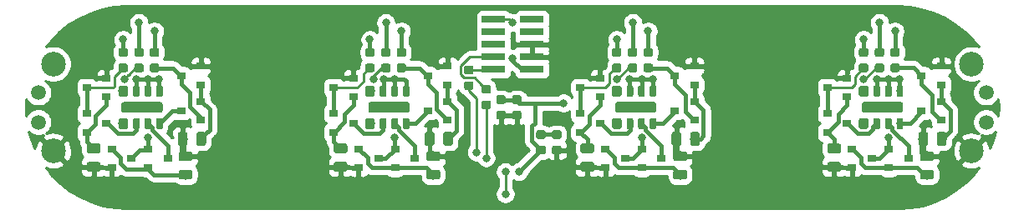
<source format=gbr>
G04 #@! TF.GenerationSoftware,KiCad,Pcbnew,(5.1.2)-2*
G04 #@! TF.CreationDate,2020-03-05T19:46:53-05:00*
G04 #@! TF.ProjectId,AddressableLED,41646472-6573-4736-9162-6c654c45442e,rev?*
G04 #@! TF.SameCoordinates,Original*
G04 #@! TF.FileFunction,Copper,L1,Top*
G04 #@! TF.FilePolarity,Positive*
%FSLAX46Y46*%
G04 Gerber Fmt 4.6, Leading zero omitted, Abs format (unit mm)*
G04 Created by KiCad (PCBNEW (5.1.2)-2) date 2020-03-05 19:46:53*
%MOMM*%
%LPD*%
G04 APERTURE LIST*
%ADD10C,0.100000*%
%ADD11C,0.875000*%
%ADD12R,2.400000X0.740000*%
%ADD13C,1.500000*%
%ADD14C,2.500000*%
%ADD15C,1.100000*%
%ADD16C,0.670000*%
%ADD17C,0.980000*%
%ADD18R,0.900000X0.800000*%
%ADD19C,0.975000*%
%ADD20C,0.800000*%
%ADD21C,0.600000*%
%ADD22C,0.450000*%
%ADD23C,0.250000*%
%ADD24C,0.650000*%
%ADD25C,0.254000*%
G04 APERTURE END LIST*
D10*
G36*
X144777691Y-113901053D02*
G01*
X144798926Y-113904203D01*
X144819750Y-113909419D01*
X144839962Y-113916651D01*
X144859368Y-113925830D01*
X144877781Y-113936866D01*
X144895024Y-113949654D01*
X144910930Y-113964070D01*
X144925346Y-113979976D01*
X144938134Y-113997219D01*
X144949170Y-114015632D01*
X144958349Y-114035038D01*
X144965581Y-114055250D01*
X144970797Y-114076074D01*
X144973947Y-114097309D01*
X144975000Y-114118750D01*
X144975000Y-114556250D01*
X144973947Y-114577691D01*
X144970797Y-114598926D01*
X144965581Y-114619750D01*
X144958349Y-114639962D01*
X144949170Y-114659368D01*
X144938134Y-114677781D01*
X144925346Y-114695024D01*
X144910930Y-114710930D01*
X144895024Y-114725346D01*
X144877781Y-114738134D01*
X144859368Y-114749170D01*
X144839962Y-114758349D01*
X144819750Y-114765581D01*
X144798926Y-114770797D01*
X144777691Y-114773947D01*
X144756250Y-114775000D01*
X144243750Y-114775000D01*
X144222309Y-114773947D01*
X144201074Y-114770797D01*
X144180250Y-114765581D01*
X144160038Y-114758349D01*
X144140632Y-114749170D01*
X144122219Y-114738134D01*
X144104976Y-114725346D01*
X144089070Y-114710930D01*
X144074654Y-114695024D01*
X144061866Y-114677781D01*
X144050830Y-114659368D01*
X144041651Y-114639962D01*
X144034419Y-114619750D01*
X144029203Y-114598926D01*
X144026053Y-114577691D01*
X144025000Y-114556250D01*
X144025000Y-114118750D01*
X144026053Y-114097309D01*
X144029203Y-114076074D01*
X144034419Y-114055250D01*
X144041651Y-114035038D01*
X144050830Y-114015632D01*
X144061866Y-113997219D01*
X144074654Y-113979976D01*
X144089070Y-113964070D01*
X144104976Y-113949654D01*
X144122219Y-113936866D01*
X144140632Y-113925830D01*
X144160038Y-113916651D01*
X144180250Y-113909419D01*
X144201074Y-113904203D01*
X144222309Y-113901053D01*
X144243750Y-113900000D01*
X144756250Y-113900000D01*
X144777691Y-113901053D01*
X144777691Y-113901053D01*
G37*
D11*
X144500000Y-114337500D03*
D10*
G36*
X144777691Y-112326053D02*
G01*
X144798926Y-112329203D01*
X144819750Y-112334419D01*
X144839962Y-112341651D01*
X144859368Y-112350830D01*
X144877781Y-112361866D01*
X144895024Y-112374654D01*
X144910930Y-112389070D01*
X144925346Y-112404976D01*
X144938134Y-112422219D01*
X144949170Y-112440632D01*
X144958349Y-112460038D01*
X144965581Y-112480250D01*
X144970797Y-112501074D01*
X144973947Y-112522309D01*
X144975000Y-112543750D01*
X144975000Y-112981250D01*
X144973947Y-113002691D01*
X144970797Y-113023926D01*
X144965581Y-113044750D01*
X144958349Y-113064962D01*
X144949170Y-113084368D01*
X144938134Y-113102781D01*
X144925346Y-113120024D01*
X144910930Y-113135930D01*
X144895024Y-113150346D01*
X144877781Y-113163134D01*
X144859368Y-113174170D01*
X144839962Y-113183349D01*
X144819750Y-113190581D01*
X144798926Y-113195797D01*
X144777691Y-113198947D01*
X144756250Y-113200000D01*
X144243750Y-113200000D01*
X144222309Y-113198947D01*
X144201074Y-113195797D01*
X144180250Y-113190581D01*
X144160038Y-113183349D01*
X144140632Y-113174170D01*
X144122219Y-113163134D01*
X144104976Y-113150346D01*
X144089070Y-113135930D01*
X144074654Y-113120024D01*
X144061866Y-113102781D01*
X144050830Y-113084368D01*
X144041651Y-113064962D01*
X144034419Y-113044750D01*
X144029203Y-113023926D01*
X144026053Y-113002691D01*
X144025000Y-112981250D01*
X144025000Y-112543750D01*
X144026053Y-112522309D01*
X144029203Y-112501074D01*
X144034419Y-112480250D01*
X144041651Y-112460038D01*
X144050830Y-112440632D01*
X144061866Y-112422219D01*
X144074654Y-112404976D01*
X144089070Y-112389070D01*
X144104976Y-112374654D01*
X144122219Y-112361866D01*
X144140632Y-112350830D01*
X144160038Y-112341651D01*
X144180250Y-112334419D01*
X144201074Y-112329203D01*
X144222309Y-112326053D01*
X144243750Y-112325000D01*
X144756250Y-112325000D01*
X144777691Y-112326053D01*
X144777691Y-112326053D01*
G37*
D11*
X144500000Y-112762500D03*
D10*
G36*
X143177691Y-113901053D02*
G01*
X143198926Y-113904203D01*
X143219750Y-113909419D01*
X143239962Y-113916651D01*
X143259368Y-113925830D01*
X143277781Y-113936866D01*
X143295024Y-113949654D01*
X143310930Y-113964070D01*
X143325346Y-113979976D01*
X143338134Y-113997219D01*
X143349170Y-114015632D01*
X143358349Y-114035038D01*
X143365581Y-114055250D01*
X143370797Y-114076074D01*
X143373947Y-114097309D01*
X143375000Y-114118750D01*
X143375000Y-114556250D01*
X143373947Y-114577691D01*
X143370797Y-114598926D01*
X143365581Y-114619750D01*
X143358349Y-114639962D01*
X143349170Y-114659368D01*
X143338134Y-114677781D01*
X143325346Y-114695024D01*
X143310930Y-114710930D01*
X143295024Y-114725346D01*
X143277781Y-114738134D01*
X143259368Y-114749170D01*
X143239962Y-114758349D01*
X143219750Y-114765581D01*
X143198926Y-114770797D01*
X143177691Y-114773947D01*
X143156250Y-114775000D01*
X142643750Y-114775000D01*
X142622309Y-114773947D01*
X142601074Y-114770797D01*
X142580250Y-114765581D01*
X142560038Y-114758349D01*
X142540632Y-114749170D01*
X142522219Y-114738134D01*
X142504976Y-114725346D01*
X142489070Y-114710930D01*
X142474654Y-114695024D01*
X142461866Y-114677781D01*
X142450830Y-114659368D01*
X142441651Y-114639962D01*
X142434419Y-114619750D01*
X142429203Y-114598926D01*
X142426053Y-114577691D01*
X142425000Y-114556250D01*
X142425000Y-114118750D01*
X142426053Y-114097309D01*
X142429203Y-114076074D01*
X142434419Y-114055250D01*
X142441651Y-114035038D01*
X142450830Y-114015632D01*
X142461866Y-113997219D01*
X142474654Y-113979976D01*
X142489070Y-113964070D01*
X142504976Y-113949654D01*
X142522219Y-113936866D01*
X142540632Y-113925830D01*
X142560038Y-113916651D01*
X142580250Y-113909419D01*
X142601074Y-113904203D01*
X142622309Y-113901053D01*
X142643750Y-113900000D01*
X143156250Y-113900000D01*
X143177691Y-113901053D01*
X143177691Y-113901053D01*
G37*
D11*
X142900000Y-114337500D03*
D10*
G36*
X143177691Y-112326053D02*
G01*
X143198926Y-112329203D01*
X143219750Y-112334419D01*
X143239962Y-112341651D01*
X143259368Y-112350830D01*
X143277781Y-112361866D01*
X143295024Y-112374654D01*
X143310930Y-112389070D01*
X143325346Y-112404976D01*
X143338134Y-112422219D01*
X143349170Y-112440632D01*
X143358349Y-112460038D01*
X143365581Y-112480250D01*
X143370797Y-112501074D01*
X143373947Y-112522309D01*
X143375000Y-112543750D01*
X143375000Y-112981250D01*
X143373947Y-113002691D01*
X143370797Y-113023926D01*
X143365581Y-113044750D01*
X143358349Y-113064962D01*
X143349170Y-113084368D01*
X143338134Y-113102781D01*
X143325346Y-113120024D01*
X143310930Y-113135930D01*
X143295024Y-113150346D01*
X143277781Y-113163134D01*
X143259368Y-113174170D01*
X143239962Y-113183349D01*
X143219750Y-113190581D01*
X143198926Y-113195797D01*
X143177691Y-113198947D01*
X143156250Y-113200000D01*
X142643750Y-113200000D01*
X142622309Y-113198947D01*
X142601074Y-113195797D01*
X142580250Y-113190581D01*
X142560038Y-113183349D01*
X142540632Y-113174170D01*
X142522219Y-113163134D01*
X142504976Y-113150346D01*
X142489070Y-113135930D01*
X142474654Y-113120024D01*
X142461866Y-113102781D01*
X142450830Y-113084368D01*
X142441651Y-113064962D01*
X142434419Y-113044750D01*
X142429203Y-113023926D01*
X142426053Y-113002691D01*
X142425000Y-112981250D01*
X142425000Y-112543750D01*
X142426053Y-112522309D01*
X142429203Y-112501074D01*
X142434419Y-112480250D01*
X142441651Y-112460038D01*
X142450830Y-112440632D01*
X142461866Y-112422219D01*
X142474654Y-112404976D01*
X142489070Y-112389070D01*
X142504976Y-112374654D01*
X142522219Y-112361866D01*
X142540632Y-112350830D01*
X142560038Y-112341651D01*
X142580250Y-112334419D01*
X142601074Y-112329203D01*
X142622309Y-112326053D01*
X142643750Y-112325000D01*
X143156250Y-112325000D01*
X143177691Y-112326053D01*
X143177691Y-112326053D01*
G37*
D11*
X142900000Y-112762500D03*
D12*
X138100000Y-101060000D03*
X142000000Y-101060000D03*
X138100000Y-102330000D03*
X142000000Y-102330000D03*
X138100000Y-103600000D03*
X142000000Y-103600000D03*
X138100000Y-104870000D03*
X142000000Y-104870000D03*
X138100000Y-106140000D03*
X142000000Y-106140000D03*
D10*
G36*
X135877691Y-107351053D02*
G01*
X135898926Y-107354203D01*
X135919750Y-107359419D01*
X135939962Y-107366651D01*
X135959368Y-107375830D01*
X135977781Y-107386866D01*
X135995024Y-107399654D01*
X136010930Y-107414070D01*
X136025346Y-107429976D01*
X136038134Y-107447219D01*
X136049170Y-107465632D01*
X136058349Y-107485038D01*
X136065581Y-107505250D01*
X136070797Y-107526074D01*
X136073947Y-107547309D01*
X136075000Y-107568750D01*
X136075000Y-108006250D01*
X136073947Y-108027691D01*
X136070797Y-108048926D01*
X136065581Y-108069750D01*
X136058349Y-108089962D01*
X136049170Y-108109368D01*
X136038134Y-108127781D01*
X136025346Y-108145024D01*
X136010930Y-108160930D01*
X135995024Y-108175346D01*
X135977781Y-108188134D01*
X135959368Y-108199170D01*
X135939962Y-108208349D01*
X135919750Y-108215581D01*
X135898926Y-108220797D01*
X135877691Y-108223947D01*
X135856250Y-108225000D01*
X135343750Y-108225000D01*
X135322309Y-108223947D01*
X135301074Y-108220797D01*
X135280250Y-108215581D01*
X135260038Y-108208349D01*
X135240632Y-108199170D01*
X135222219Y-108188134D01*
X135204976Y-108175346D01*
X135189070Y-108160930D01*
X135174654Y-108145024D01*
X135161866Y-108127781D01*
X135150830Y-108109368D01*
X135141651Y-108089962D01*
X135134419Y-108069750D01*
X135129203Y-108048926D01*
X135126053Y-108027691D01*
X135125000Y-108006250D01*
X135125000Y-107568750D01*
X135126053Y-107547309D01*
X135129203Y-107526074D01*
X135134419Y-107505250D01*
X135141651Y-107485038D01*
X135150830Y-107465632D01*
X135161866Y-107447219D01*
X135174654Y-107429976D01*
X135189070Y-107414070D01*
X135204976Y-107399654D01*
X135222219Y-107386866D01*
X135240632Y-107375830D01*
X135260038Y-107366651D01*
X135280250Y-107359419D01*
X135301074Y-107354203D01*
X135322309Y-107351053D01*
X135343750Y-107350000D01*
X135856250Y-107350000D01*
X135877691Y-107351053D01*
X135877691Y-107351053D01*
G37*
D11*
X135600000Y-107787500D03*
D10*
G36*
X135877691Y-105776053D02*
G01*
X135898926Y-105779203D01*
X135919750Y-105784419D01*
X135939962Y-105791651D01*
X135959368Y-105800830D01*
X135977781Y-105811866D01*
X135995024Y-105824654D01*
X136010930Y-105839070D01*
X136025346Y-105854976D01*
X136038134Y-105872219D01*
X136049170Y-105890632D01*
X136058349Y-105910038D01*
X136065581Y-105930250D01*
X136070797Y-105951074D01*
X136073947Y-105972309D01*
X136075000Y-105993750D01*
X136075000Y-106431250D01*
X136073947Y-106452691D01*
X136070797Y-106473926D01*
X136065581Y-106494750D01*
X136058349Y-106514962D01*
X136049170Y-106534368D01*
X136038134Y-106552781D01*
X136025346Y-106570024D01*
X136010930Y-106585930D01*
X135995024Y-106600346D01*
X135977781Y-106613134D01*
X135959368Y-106624170D01*
X135939962Y-106633349D01*
X135919750Y-106640581D01*
X135898926Y-106645797D01*
X135877691Y-106648947D01*
X135856250Y-106650000D01*
X135343750Y-106650000D01*
X135322309Y-106648947D01*
X135301074Y-106645797D01*
X135280250Y-106640581D01*
X135260038Y-106633349D01*
X135240632Y-106624170D01*
X135222219Y-106613134D01*
X135204976Y-106600346D01*
X135189070Y-106585930D01*
X135174654Y-106570024D01*
X135161866Y-106552781D01*
X135150830Y-106534368D01*
X135141651Y-106514962D01*
X135134419Y-106494750D01*
X135129203Y-106473926D01*
X135126053Y-106452691D01*
X135125000Y-106431250D01*
X135125000Y-105993750D01*
X135126053Y-105972309D01*
X135129203Y-105951074D01*
X135134419Y-105930250D01*
X135141651Y-105910038D01*
X135150830Y-105890632D01*
X135161866Y-105872219D01*
X135174654Y-105854976D01*
X135189070Y-105839070D01*
X135204976Y-105824654D01*
X135222219Y-105811866D01*
X135240632Y-105800830D01*
X135260038Y-105791651D01*
X135280250Y-105784419D01*
X135301074Y-105779203D01*
X135322309Y-105776053D01*
X135343750Y-105775000D01*
X135856250Y-105775000D01*
X135877691Y-105776053D01*
X135877691Y-105776053D01*
G37*
D11*
X135600000Y-106212500D03*
D10*
G36*
X137627691Y-107726053D02*
G01*
X137648926Y-107729203D01*
X137669750Y-107734419D01*
X137689962Y-107741651D01*
X137709368Y-107750830D01*
X137727781Y-107761866D01*
X137745024Y-107774654D01*
X137760930Y-107789070D01*
X137775346Y-107804976D01*
X137788134Y-107822219D01*
X137799170Y-107840632D01*
X137808349Y-107860038D01*
X137815581Y-107880250D01*
X137820797Y-107901074D01*
X137823947Y-107922309D01*
X137825000Y-107943750D01*
X137825000Y-108381250D01*
X137823947Y-108402691D01*
X137820797Y-108423926D01*
X137815581Y-108444750D01*
X137808349Y-108464962D01*
X137799170Y-108484368D01*
X137788134Y-108502781D01*
X137775346Y-108520024D01*
X137760930Y-108535930D01*
X137745024Y-108550346D01*
X137727781Y-108563134D01*
X137709368Y-108574170D01*
X137689962Y-108583349D01*
X137669750Y-108590581D01*
X137648926Y-108595797D01*
X137627691Y-108598947D01*
X137606250Y-108600000D01*
X137093750Y-108600000D01*
X137072309Y-108598947D01*
X137051074Y-108595797D01*
X137030250Y-108590581D01*
X137010038Y-108583349D01*
X136990632Y-108574170D01*
X136972219Y-108563134D01*
X136954976Y-108550346D01*
X136939070Y-108535930D01*
X136924654Y-108520024D01*
X136911866Y-108502781D01*
X136900830Y-108484368D01*
X136891651Y-108464962D01*
X136884419Y-108444750D01*
X136879203Y-108423926D01*
X136876053Y-108402691D01*
X136875000Y-108381250D01*
X136875000Y-107943750D01*
X136876053Y-107922309D01*
X136879203Y-107901074D01*
X136884419Y-107880250D01*
X136891651Y-107860038D01*
X136900830Y-107840632D01*
X136911866Y-107822219D01*
X136924654Y-107804976D01*
X136939070Y-107789070D01*
X136954976Y-107774654D01*
X136972219Y-107761866D01*
X136990632Y-107750830D01*
X137010038Y-107741651D01*
X137030250Y-107734419D01*
X137051074Y-107729203D01*
X137072309Y-107726053D01*
X137093750Y-107725000D01*
X137606250Y-107725000D01*
X137627691Y-107726053D01*
X137627691Y-107726053D01*
G37*
D11*
X137350000Y-108162500D03*
D10*
G36*
X137627691Y-109301053D02*
G01*
X137648926Y-109304203D01*
X137669750Y-109309419D01*
X137689962Y-109316651D01*
X137709368Y-109325830D01*
X137727781Y-109336866D01*
X137745024Y-109349654D01*
X137760930Y-109364070D01*
X137775346Y-109379976D01*
X137788134Y-109397219D01*
X137799170Y-109415632D01*
X137808349Y-109435038D01*
X137815581Y-109455250D01*
X137820797Y-109476074D01*
X137823947Y-109497309D01*
X137825000Y-109518750D01*
X137825000Y-109956250D01*
X137823947Y-109977691D01*
X137820797Y-109998926D01*
X137815581Y-110019750D01*
X137808349Y-110039962D01*
X137799170Y-110059368D01*
X137788134Y-110077781D01*
X137775346Y-110095024D01*
X137760930Y-110110930D01*
X137745024Y-110125346D01*
X137727781Y-110138134D01*
X137709368Y-110149170D01*
X137689962Y-110158349D01*
X137669750Y-110165581D01*
X137648926Y-110170797D01*
X137627691Y-110173947D01*
X137606250Y-110175000D01*
X137093750Y-110175000D01*
X137072309Y-110173947D01*
X137051074Y-110170797D01*
X137030250Y-110165581D01*
X137010038Y-110158349D01*
X136990632Y-110149170D01*
X136972219Y-110138134D01*
X136954976Y-110125346D01*
X136939070Y-110110930D01*
X136924654Y-110095024D01*
X136911866Y-110077781D01*
X136900830Y-110059368D01*
X136891651Y-110039962D01*
X136884419Y-110019750D01*
X136879203Y-109998926D01*
X136876053Y-109977691D01*
X136875000Y-109956250D01*
X136875000Y-109518750D01*
X136876053Y-109497309D01*
X136879203Y-109476074D01*
X136884419Y-109455250D01*
X136891651Y-109435038D01*
X136900830Y-109415632D01*
X136911866Y-109397219D01*
X136924654Y-109379976D01*
X136939070Y-109364070D01*
X136954976Y-109349654D01*
X136972219Y-109336866D01*
X136990632Y-109325830D01*
X137010038Y-109316651D01*
X137030250Y-109309419D01*
X137051074Y-109304203D01*
X137072309Y-109301053D01*
X137093750Y-109300000D01*
X137606250Y-109300000D01*
X137627691Y-109301053D01*
X137627691Y-109301053D01*
G37*
D11*
X137350000Y-109737500D03*
D13*
X188000000Y-108500000D03*
D14*
X186500000Y-105600000D03*
D13*
X188000000Y-111500000D03*
D14*
X186500000Y-114400000D03*
D13*
X92000000Y-111500000D03*
D14*
X93500000Y-114400000D03*
D13*
X92000000Y-108500000D03*
D14*
X93500000Y-105600000D03*
D10*
G36*
X179341955Y-109451324D02*
G01*
X179368650Y-109455284D01*
X179394828Y-109461841D01*
X179420238Y-109470933D01*
X179444634Y-109482472D01*
X179467782Y-109496346D01*
X179489458Y-109512422D01*
X179509454Y-109530546D01*
X179527578Y-109550542D01*
X179543654Y-109572218D01*
X179557528Y-109595366D01*
X179569067Y-109619762D01*
X179578159Y-109645172D01*
X179584716Y-109671350D01*
X179588676Y-109698045D01*
X179590000Y-109725000D01*
X179590000Y-110275000D01*
X179588676Y-110301955D01*
X179584716Y-110328650D01*
X179578159Y-110354828D01*
X179569067Y-110380238D01*
X179557528Y-110404634D01*
X179543654Y-110427782D01*
X179527578Y-110449458D01*
X179509454Y-110469454D01*
X179489458Y-110487578D01*
X179467782Y-110503654D01*
X179444634Y-110517528D01*
X179420238Y-110529067D01*
X179394828Y-110538159D01*
X179368650Y-110544716D01*
X179341955Y-110548676D01*
X179315000Y-110550000D01*
X175685000Y-110550000D01*
X175658045Y-110548676D01*
X175631350Y-110544716D01*
X175605172Y-110538159D01*
X175579762Y-110529067D01*
X175555366Y-110517528D01*
X175532218Y-110503654D01*
X175510542Y-110487578D01*
X175490546Y-110469454D01*
X175472422Y-110449458D01*
X175456346Y-110427782D01*
X175442472Y-110404634D01*
X175430933Y-110380238D01*
X175421841Y-110354828D01*
X175415284Y-110328650D01*
X175411324Y-110301955D01*
X175410000Y-110275000D01*
X175410000Y-109725000D01*
X175411324Y-109698045D01*
X175415284Y-109671350D01*
X175421841Y-109645172D01*
X175430933Y-109619762D01*
X175442472Y-109595366D01*
X175456346Y-109572218D01*
X175472422Y-109550542D01*
X175490546Y-109530546D01*
X175510542Y-109512422D01*
X175532218Y-109496346D01*
X175555366Y-109482472D01*
X175579762Y-109470933D01*
X175605172Y-109461841D01*
X175631350Y-109455284D01*
X175658045Y-109451324D01*
X175685000Y-109450000D01*
X179315000Y-109450000D01*
X179341955Y-109451324D01*
X179341955Y-109451324D01*
G37*
D15*
X177500000Y-110000000D03*
D10*
G36*
X179438918Y-111098307D02*
G01*
X179455178Y-111100718D01*
X179471123Y-111104712D01*
X179486599Y-111110250D01*
X179501459Y-111117278D01*
X179515558Y-111125729D01*
X179528761Y-111135521D01*
X179540940Y-111146560D01*
X179551979Y-111158739D01*
X179561771Y-111171942D01*
X179570222Y-111186041D01*
X179577250Y-111200901D01*
X179582788Y-111216377D01*
X179586782Y-111232322D01*
X179589193Y-111248582D01*
X179590000Y-111265000D01*
X179590000Y-112030000D01*
X179589193Y-112046418D01*
X179586782Y-112062678D01*
X179582788Y-112078623D01*
X179577250Y-112094099D01*
X179570222Y-112108959D01*
X179561771Y-112123058D01*
X179551979Y-112136261D01*
X179540940Y-112148440D01*
X179528761Y-112159479D01*
X179515558Y-112169271D01*
X179501459Y-112177722D01*
X179486599Y-112184750D01*
X179471123Y-112190288D01*
X179455178Y-112194282D01*
X179438918Y-112196693D01*
X179422500Y-112197500D01*
X179087500Y-112197500D01*
X179071082Y-112196693D01*
X179054822Y-112194282D01*
X179038877Y-112190288D01*
X179023401Y-112184750D01*
X179008541Y-112177722D01*
X178994442Y-112169271D01*
X178981239Y-112159479D01*
X178969060Y-112148440D01*
X178958021Y-112136261D01*
X178948229Y-112123058D01*
X178939778Y-112108959D01*
X178932750Y-112094099D01*
X178927212Y-112078623D01*
X178923218Y-112062678D01*
X178920807Y-112046418D01*
X178920000Y-112030000D01*
X178920000Y-111265000D01*
X178920807Y-111248582D01*
X178923218Y-111232322D01*
X178927212Y-111216377D01*
X178932750Y-111200901D01*
X178939778Y-111186041D01*
X178948229Y-111171942D01*
X178958021Y-111158739D01*
X178969060Y-111146560D01*
X178981239Y-111135521D01*
X178994442Y-111125729D01*
X179008541Y-111117278D01*
X179023401Y-111110250D01*
X179038877Y-111104712D01*
X179054822Y-111100718D01*
X179071082Y-111098307D01*
X179087500Y-111097500D01*
X179422500Y-111097500D01*
X179438918Y-111098307D01*
X179438918Y-111098307D01*
G37*
D16*
X179255000Y-111647500D03*
D10*
G36*
X179438918Y-107803307D02*
G01*
X179455178Y-107805718D01*
X179471123Y-107809712D01*
X179486599Y-107815250D01*
X179501459Y-107822278D01*
X179515558Y-107830729D01*
X179528761Y-107840521D01*
X179540940Y-107851560D01*
X179551979Y-107863739D01*
X179561771Y-107876942D01*
X179570222Y-107891041D01*
X179577250Y-107905901D01*
X179582788Y-107921377D01*
X179586782Y-107937322D01*
X179589193Y-107953582D01*
X179590000Y-107970000D01*
X179590000Y-108735000D01*
X179589193Y-108751418D01*
X179586782Y-108767678D01*
X179582788Y-108783623D01*
X179577250Y-108799099D01*
X179570222Y-108813959D01*
X179561771Y-108828058D01*
X179551979Y-108841261D01*
X179540940Y-108853440D01*
X179528761Y-108864479D01*
X179515558Y-108874271D01*
X179501459Y-108882722D01*
X179486599Y-108889750D01*
X179471123Y-108895288D01*
X179455178Y-108899282D01*
X179438918Y-108901693D01*
X179422500Y-108902500D01*
X179087500Y-108902500D01*
X179071082Y-108901693D01*
X179054822Y-108899282D01*
X179038877Y-108895288D01*
X179023401Y-108889750D01*
X179008541Y-108882722D01*
X178994442Y-108874271D01*
X178981239Y-108864479D01*
X178969060Y-108853440D01*
X178958021Y-108841261D01*
X178948229Y-108828058D01*
X178939778Y-108813959D01*
X178932750Y-108799099D01*
X178927212Y-108783623D01*
X178923218Y-108767678D01*
X178920807Y-108751418D01*
X178920000Y-108735000D01*
X178920000Y-107970000D01*
X178920807Y-107953582D01*
X178923218Y-107937322D01*
X178927212Y-107921377D01*
X178932750Y-107905901D01*
X178939778Y-107891041D01*
X178948229Y-107876942D01*
X178958021Y-107863739D01*
X178969060Y-107851560D01*
X178981239Y-107840521D01*
X178994442Y-107830729D01*
X179008541Y-107822278D01*
X179023401Y-107815250D01*
X179038877Y-107809712D01*
X179054822Y-107805718D01*
X179071082Y-107803307D01*
X179087500Y-107802500D01*
X179422500Y-107802500D01*
X179438918Y-107803307D01*
X179438918Y-107803307D01*
G37*
D16*
X179255000Y-108352500D03*
D10*
G36*
X178268918Y-111098307D02*
G01*
X178285178Y-111100718D01*
X178301123Y-111104712D01*
X178316599Y-111110250D01*
X178331459Y-111117278D01*
X178345558Y-111125729D01*
X178358761Y-111135521D01*
X178370940Y-111146560D01*
X178381979Y-111158739D01*
X178391771Y-111171942D01*
X178400222Y-111186041D01*
X178407250Y-111200901D01*
X178412788Y-111216377D01*
X178416782Y-111232322D01*
X178419193Y-111248582D01*
X178420000Y-111265000D01*
X178420000Y-112030000D01*
X178419193Y-112046418D01*
X178416782Y-112062678D01*
X178412788Y-112078623D01*
X178407250Y-112094099D01*
X178400222Y-112108959D01*
X178391771Y-112123058D01*
X178381979Y-112136261D01*
X178370940Y-112148440D01*
X178358761Y-112159479D01*
X178345558Y-112169271D01*
X178331459Y-112177722D01*
X178316599Y-112184750D01*
X178301123Y-112190288D01*
X178285178Y-112194282D01*
X178268918Y-112196693D01*
X178252500Y-112197500D01*
X177917500Y-112197500D01*
X177901082Y-112196693D01*
X177884822Y-112194282D01*
X177868877Y-112190288D01*
X177853401Y-112184750D01*
X177838541Y-112177722D01*
X177824442Y-112169271D01*
X177811239Y-112159479D01*
X177799060Y-112148440D01*
X177788021Y-112136261D01*
X177778229Y-112123058D01*
X177769778Y-112108959D01*
X177762750Y-112094099D01*
X177757212Y-112078623D01*
X177753218Y-112062678D01*
X177750807Y-112046418D01*
X177750000Y-112030000D01*
X177750000Y-111265000D01*
X177750807Y-111248582D01*
X177753218Y-111232322D01*
X177757212Y-111216377D01*
X177762750Y-111200901D01*
X177769778Y-111186041D01*
X177778229Y-111171942D01*
X177788021Y-111158739D01*
X177799060Y-111146560D01*
X177811239Y-111135521D01*
X177824442Y-111125729D01*
X177838541Y-111117278D01*
X177853401Y-111110250D01*
X177868877Y-111104712D01*
X177884822Y-111100718D01*
X177901082Y-111098307D01*
X177917500Y-111097500D01*
X178252500Y-111097500D01*
X178268918Y-111098307D01*
X178268918Y-111098307D01*
G37*
D16*
X178085000Y-111647500D03*
D10*
G36*
X178268918Y-107803307D02*
G01*
X178285178Y-107805718D01*
X178301123Y-107809712D01*
X178316599Y-107815250D01*
X178331459Y-107822278D01*
X178345558Y-107830729D01*
X178358761Y-107840521D01*
X178370940Y-107851560D01*
X178381979Y-107863739D01*
X178391771Y-107876942D01*
X178400222Y-107891041D01*
X178407250Y-107905901D01*
X178412788Y-107921377D01*
X178416782Y-107937322D01*
X178419193Y-107953582D01*
X178420000Y-107970000D01*
X178420000Y-108735000D01*
X178419193Y-108751418D01*
X178416782Y-108767678D01*
X178412788Y-108783623D01*
X178407250Y-108799099D01*
X178400222Y-108813959D01*
X178391771Y-108828058D01*
X178381979Y-108841261D01*
X178370940Y-108853440D01*
X178358761Y-108864479D01*
X178345558Y-108874271D01*
X178331459Y-108882722D01*
X178316599Y-108889750D01*
X178301123Y-108895288D01*
X178285178Y-108899282D01*
X178268918Y-108901693D01*
X178252500Y-108902500D01*
X177917500Y-108902500D01*
X177901082Y-108901693D01*
X177884822Y-108899282D01*
X177868877Y-108895288D01*
X177853401Y-108889750D01*
X177838541Y-108882722D01*
X177824442Y-108874271D01*
X177811239Y-108864479D01*
X177799060Y-108853440D01*
X177788021Y-108841261D01*
X177778229Y-108828058D01*
X177769778Y-108813959D01*
X177762750Y-108799099D01*
X177757212Y-108783623D01*
X177753218Y-108767678D01*
X177750807Y-108751418D01*
X177750000Y-108735000D01*
X177750000Y-107970000D01*
X177750807Y-107953582D01*
X177753218Y-107937322D01*
X177757212Y-107921377D01*
X177762750Y-107905901D01*
X177769778Y-107891041D01*
X177778229Y-107876942D01*
X177788021Y-107863739D01*
X177799060Y-107851560D01*
X177811239Y-107840521D01*
X177824442Y-107830729D01*
X177838541Y-107822278D01*
X177853401Y-107815250D01*
X177868877Y-107809712D01*
X177884822Y-107805718D01*
X177901082Y-107803307D01*
X177917500Y-107802500D01*
X178252500Y-107802500D01*
X178268918Y-107803307D01*
X178268918Y-107803307D01*
G37*
D16*
X178085000Y-108352500D03*
D10*
G36*
X177098918Y-111098307D02*
G01*
X177115178Y-111100718D01*
X177131123Y-111104712D01*
X177146599Y-111110250D01*
X177161459Y-111117278D01*
X177175558Y-111125729D01*
X177188761Y-111135521D01*
X177200940Y-111146560D01*
X177211979Y-111158739D01*
X177221771Y-111171942D01*
X177230222Y-111186041D01*
X177237250Y-111200901D01*
X177242788Y-111216377D01*
X177246782Y-111232322D01*
X177249193Y-111248582D01*
X177250000Y-111265000D01*
X177250000Y-112030000D01*
X177249193Y-112046418D01*
X177246782Y-112062678D01*
X177242788Y-112078623D01*
X177237250Y-112094099D01*
X177230222Y-112108959D01*
X177221771Y-112123058D01*
X177211979Y-112136261D01*
X177200940Y-112148440D01*
X177188761Y-112159479D01*
X177175558Y-112169271D01*
X177161459Y-112177722D01*
X177146599Y-112184750D01*
X177131123Y-112190288D01*
X177115178Y-112194282D01*
X177098918Y-112196693D01*
X177082500Y-112197500D01*
X176747500Y-112197500D01*
X176731082Y-112196693D01*
X176714822Y-112194282D01*
X176698877Y-112190288D01*
X176683401Y-112184750D01*
X176668541Y-112177722D01*
X176654442Y-112169271D01*
X176641239Y-112159479D01*
X176629060Y-112148440D01*
X176618021Y-112136261D01*
X176608229Y-112123058D01*
X176599778Y-112108959D01*
X176592750Y-112094099D01*
X176587212Y-112078623D01*
X176583218Y-112062678D01*
X176580807Y-112046418D01*
X176580000Y-112030000D01*
X176580000Y-111265000D01*
X176580807Y-111248582D01*
X176583218Y-111232322D01*
X176587212Y-111216377D01*
X176592750Y-111200901D01*
X176599778Y-111186041D01*
X176608229Y-111171942D01*
X176618021Y-111158739D01*
X176629060Y-111146560D01*
X176641239Y-111135521D01*
X176654442Y-111125729D01*
X176668541Y-111117278D01*
X176683401Y-111110250D01*
X176698877Y-111104712D01*
X176714822Y-111100718D01*
X176731082Y-111098307D01*
X176747500Y-111097500D01*
X177082500Y-111097500D01*
X177098918Y-111098307D01*
X177098918Y-111098307D01*
G37*
D16*
X176915000Y-111647500D03*
D10*
G36*
X177098918Y-107803307D02*
G01*
X177115178Y-107805718D01*
X177131123Y-107809712D01*
X177146599Y-107815250D01*
X177161459Y-107822278D01*
X177175558Y-107830729D01*
X177188761Y-107840521D01*
X177200940Y-107851560D01*
X177211979Y-107863739D01*
X177221771Y-107876942D01*
X177230222Y-107891041D01*
X177237250Y-107905901D01*
X177242788Y-107921377D01*
X177246782Y-107937322D01*
X177249193Y-107953582D01*
X177250000Y-107970000D01*
X177250000Y-108735000D01*
X177249193Y-108751418D01*
X177246782Y-108767678D01*
X177242788Y-108783623D01*
X177237250Y-108799099D01*
X177230222Y-108813959D01*
X177221771Y-108828058D01*
X177211979Y-108841261D01*
X177200940Y-108853440D01*
X177188761Y-108864479D01*
X177175558Y-108874271D01*
X177161459Y-108882722D01*
X177146599Y-108889750D01*
X177131123Y-108895288D01*
X177115178Y-108899282D01*
X177098918Y-108901693D01*
X177082500Y-108902500D01*
X176747500Y-108902500D01*
X176731082Y-108901693D01*
X176714822Y-108899282D01*
X176698877Y-108895288D01*
X176683401Y-108889750D01*
X176668541Y-108882722D01*
X176654442Y-108874271D01*
X176641239Y-108864479D01*
X176629060Y-108853440D01*
X176618021Y-108841261D01*
X176608229Y-108828058D01*
X176599778Y-108813959D01*
X176592750Y-108799099D01*
X176587212Y-108783623D01*
X176583218Y-108767678D01*
X176580807Y-108751418D01*
X176580000Y-108735000D01*
X176580000Y-107970000D01*
X176580807Y-107953582D01*
X176583218Y-107937322D01*
X176587212Y-107921377D01*
X176592750Y-107905901D01*
X176599778Y-107891041D01*
X176608229Y-107876942D01*
X176618021Y-107863739D01*
X176629060Y-107851560D01*
X176641239Y-107840521D01*
X176654442Y-107830729D01*
X176668541Y-107822278D01*
X176683401Y-107815250D01*
X176698877Y-107809712D01*
X176714822Y-107805718D01*
X176731082Y-107803307D01*
X176747500Y-107802500D01*
X177082500Y-107802500D01*
X177098918Y-107803307D01*
X177098918Y-107803307D01*
G37*
D16*
X176915000Y-108352500D03*
D10*
G36*
X175859014Y-111098680D02*
G01*
X175882797Y-111102208D01*
X175906120Y-111108050D01*
X175928757Y-111116150D01*
X175950492Y-111126429D01*
X175971115Y-111138790D01*
X175990426Y-111153112D01*
X176008241Y-111169259D01*
X176024388Y-111187074D01*
X176038710Y-111206385D01*
X176051071Y-111227008D01*
X176061350Y-111248743D01*
X176069450Y-111271380D01*
X176075292Y-111294703D01*
X176078820Y-111318486D01*
X176080000Y-111342500D01*
X176080000Y-111952500D01*
X176078820Y-111976514D01*
X176075292Y-112000297D01*
X176069450Y-112023620D01*
X176061350Y-112046257D01*
X176051071Y-112067992D01*
X176038710Y-112088615D01*
X176024388Y-112107926D01*
X176008241Y-112125741D01*
X175990426Y-112141888D01*
X175971115Y-112156210D01*
X175950492Y-112168571D01*
X175928757Y-112178850D01*
X175906120Y-112186950D01*
X175882797Y-112192792D01*
X175859014Y-112196320D01*
X175835000Y-112197500D01*
X175345000Y-112197500D01*
X175320986Y-112196320D01*
X175297203Y-112192792D01*
X175273880Y-112186950D01*
X175251243Y-112178850D01*
X175229508Y-112168571D01*
X175208885Y-112156210D01*
X175189574Y-112141888D01*
X175171759Y-112125741D01*
X175155612Y-112107926D01*
X175141290Y-112088615D01*
X175128929Y-112067992D01*
X175118650Y-112046257D01*
X175110550Y-112023620D01*
X175104708Y-112000297D01*
X175101180Y-111976514D01*
X175100000Y-111952500D01*
X175100000Y-111342500D01*
X175101180Y-111318486D01*
X175104708Y-111294703D01*
X175110550Y-111271380D01*
X175118650Y-111248743D01*
X175128929Y-111227008D01*
X175141290Y-111206385D01*
X175155612Y-111187074D01*
X175171759Y-111169259D01*
X175189574Y-111153112D01*
X175208885Y-111138790D01*
X175229508Y-111126429D01*
X175251243Y-111116150D01*
X175273880Y-111108050D01*
X175297203Y-111102208D01*
X175320986Y-111098680D01*
X175345000Y-111097500D01*
X175835000Y-111097500D01*
X175859014Y-111098680D01*
X175859014Y-111098680D01*
G37*
D17*
X175590000Y-111647500D03*
D10*
G36*
X175859014Y-107803680D02*
G01*
X175882797Y-107807208D01*
X175906120Y-107813050D01*
X175928757Y-107821150D01*
X175950492Y-107831429D01*
X175971115Y-107843790D01*
X175990426Y-107858112D01*
X176008241Y-107874259D01*
X176024388Y-107892074D01*
X176038710Y-107911385D01*
X176051071Y-107932008D01*
X176061350Y-107953743D01*
X176069450Y-107976380D01*
X176075292Y-107999703D01*
X176078820Y-108023486D01*
X176080000Y-108047500D01*
X176080000Y-108657500D01*
X176078820Y-108681514D01*
X176075292Y-108705297D01*
X176069450Y-108728620D01*
X176061350Y-108751257D01*
X176051071Y-108772992D01*
X176038710Y-108793615D01*
X176024388Y-108812926D01*
X176008241Y-108830741D01*
X175990426Y-108846888D01*
X175971115Y-108861210D01*
X175950492Y-108873571D01*
X175928757Y-108883850D01*
X175906120Y-108891950D01*
X175882797Y-108897792D01*
X175859014Y-108901320D01*
X175835000Y-108902500D01*
X175345000Y-108902500D01*
X175320986Y-108901320D01*
X175297203Y-108897792D01*
X175273880Y-108891950D01*
X175251243Y-108883850D01*
X175229508Y-108873571D01*
X175208885Y-108861210D01*
X175189574Y-108846888D01*
X175171759Y-108830741D01*
X175155612Y-108812926D01*
X175141290Y-108793615D01*
X175128929Y-108772992D01*
X175118650Y-108751257D01*
X175110550Y-108728620D01*
X175104708Y-108705297D01*
X175101180Y-108681514D01*
X175100000Y-108657500D01*
X175100000Y-108047500D01*
X175101180Y-108023486D01*
X175104708Y-107999703D01*
X175110550Y-107976380D01*
X175118650Y-107953743D01*
X175128929Y-107932008D01*
X175141290Y-107911385D01*
X175155612Y-107892074D01*
X175171759Y-107874259D01*
X175189574Y-107858112D01*
X175208885Y-107843790D01*
X175229508Y-107831429D01*
X175251243Y-107821150D01*
X175273880Y-107813050D01*
X175297203Y-107807208D01*
X175320986Y-107803680D01*
X175345000Y-107802500D01*
X175835000Y-107802500D01*
X175859014Y-107803680D01*
X175859014Y-107803680D01*
G37*
D17*
X175590000Y-108352500D03*
D10*
G36*
X154341955Y-109451324D02*
G01*
X154368650Y-109455284D01*
X154394828Y-109461841D01*
X154420238Y-109470933D01*
X154444634Y-109482472D01*
X154467782Y-109496346D01*
X154489458Y-109512422D01*
X154509454Y-109530546D01*
X154527578Y-109550542D01*
X154543654Y-109572218D01*
X154557528Y-109595366D01*
X154569067Y-109619762D01*
X154578159Y-109645172D01*
X154584716Y-109671350D01*
X154588676Y-109698045D01*
X154590000Y-109725000D01*
X154590000Y-110275000D01*
X154588676Y-110301955D01*
X154584716Y-110328650D01*
X154578159Y-110354828D01*
X154569067Y-110380238D01*
X154557528Y-110404634D01*
X154543654Y-110427782D01*
X154527578Y-110449458D01*
X154509454Y-110469454D01*
X154489458Y-110487578D01*
X154467782Y-110503654D01*
X154444634Y-110517528D01*
X154420238Y-110529067D01*
X154394828Y-110538159D01*
X154368650Y-110544716D01*
X154341955Y-110548676D01*
X154315000Y-110550000D01*
X150685000Y-110550000D01*
X150658045Y-110548676D01*
X150631350Y-110544716D01*
X150605172Y-110538159D01*
X150579762Y-110529067D01*
X150555366Y-110517528D01*
X150532218Y-110503654D01*
X150510542Y-110487578D01*
X150490546Y-110469454D01*
X150472422Y-110449458D01*
X150456346Y-110427782D01*
X150442472Y-110404634D01*
X150430933Y-110380238D01*
X150421841Y-110354828D01*
X150415284Y-110328650D01*
X150411324Y-110301955D01*
X150410000Y-110275000D01*
X150410000Y-109725000D01*
X150411324Y-109698045D01*
X150415284Y-109671350D01*
X150421841Y-109645172D01*
X150430933Y-109619762D01*
X150442472Y-109595366D01*
X150456346Y-109572218D01*
X150472422Y-109550542D01*
X150490546Y-109530546D01*
X150510542Y-109512422D01*
X150532218Y-109496346D01*
X150555366Y-109482472D01*
X150579762Y-109470933D01*
X150605172Y-109461841D01*
X150631350Y-109455284D01*
X150658045Y-109451324D01*
X150685000Y-109450000D01*
X154315000Y-109450000D01*
X154341955Y-109451324D01*
X154341955Y-109451324D01*
G37*
D15*
X152500000Y-110000000D03*
D10*
G36*
X154438918Y-111098307D02*
G01*
X154455178Y-111100718D01*
X154471123Y-111104712D01*
X154486599Y-111110250D01*
X154501459Y-111117278D01*
X154515558Y-111125729D01*
X154528761Y-111135521D01*
X154540940Y-111146560D01*
X154551979Y-111158739D01*
X154561771Y-111171942D01*
X154570222Y-111186041D01*
X154577250Y-111200901D01*
X154582788Y-111216377D01*
X154586782Y-111232322D01*
X154589193Y-111248582D01*
X154590000Y-111265000D01*
X154590000Y-112030000D01*
X154589193Y-112046418D01*
X154586782Y-112062678D01*
X154582788Y-112078623D01*
X154577250Y-112094099D01*
X154570222Y-112108959D01*
X154561771Y-112123058D01*
X154551979Y-112136261D01*
X154540940Y-112148440D01*
X154528761Y-112159479D01*
X154515558Y-112169271D01*
X154501459Y-112177722D01*
X154486599Y-112184750D01*
X154471123Y-112190288D01*
X154455178Y-112194282D01*
X154438918Y-112196693D01*
X154422500Y-112197500D01*
X154087500Y-112197500D01*
X154071082Y-112196693D01*
X154054822Y-112194282D01*
X154038877Y-112190288D01*
X154023401Y-112184750D01*
X154008541Y-112177722D01*
X153994442Y-112169271D01*
X153981239Y-112159479D01*
X153969060Y-112148440D01*
X153958021Y-112136261D01*
X153948229Y-112123058D01*
X153939778Y-112108959D01*
X153932750Y-112094099D01*
X153927212Y-112078623D01*
X153923218Y-112062678D01*
X153920807Y-112046418D01*
X153920000Y-112030000D01*
X153920000Y-111265000D01*
X153920807Y-111248582D01*
X153923218Y-111232322D01*
X153927212Y-111216377D01*
X153932750Y-111200901D01*
X153939778Y-111186041D01*
X153948229Y-111171942D01*
X153958021Y-111158739D01*
X153969060Y-111146560D01*
X153981239Y-111135521D01*
X153994442Y-111125729D01*
X154008541Y-111117278D01*
X154023401Y-111110250D01*
X154038877Y-111104712D01*
X154054822Y-111100718D01*
X154071082Y-111098307D01*
X154087500Y-111097500D01*
X154422500Y-111097500D01*
X154438918Y-111098307D01*
X154438918Y-111098307D01*
G37*
D16*
X154255000Y-111647500D03*
D10*
G36*
X154438918Y-107803307D02*
G01*
X154455178Y-107805718D01*
X154471123Y-107809712D01*
X154486599Y-107815250D01*
X154501459Y-107822278D01*
X154515558Y-107830729D01*
X154528761Y-107840521D01*
X154540940Y-107851560D01*
X154551979Y-107863739D01*
X154561771Y-107876942D01*
X154570222Y-107891041D01*
X154577250Y-107905901D01*
X154582788Y-107921377D01*
X154586782Y-107937322D01*
X154589193Y-107953582D01*
X154590000Y-107970000D01*
X154590000Y-108735000D01*
X154589193Y-108751418D01*
X154586782Y-108767678D01*
X154582788Y-108783623D01*
X154577250Y-108799099D01*
X154570222Y-108813959D01*
X154561771Y-108828058D01*
X154551979Y-108841261D01*
X154540940Y-108853440D01*
X154528761Y-108864479D01*
X154515558Y-108874271D01*
X154501459Y-108882722D01*
X154486599Y-108889750D01*
X154471123Y-108895288D01*
X154455178Y-108899282D01*
X154438918Y-108901693D01*
X154422500Y-108902500D01*
X154087500Y-108902500D01*
X154071082Y-108901693D01*
X154054822Y-108899282D01*
X154038877Y-108895288D01*
X154023401Y-108889750D01*
X154008541Y-108882722D01*
X153994442Y-108874271D01*
X153981239Y-108864479D01*
X153969060Y-108853440D01*
X153958021Y-108841261D01*
X153948229Y-108828058D01*
X153939778Y-108813959D01*
X153932750Y-108799099D01*
X153927212Y-108783623D01*
X153923218Y-108767678D01*
X153920807Y-108751418D01*
X153920000Y-108735000D01*
X153920000Y-107970000D01*
X153920807Y-107953582D01*
X153923218Y-107937322D01*
X153927212Y-107921377D01*
X153932750Y-107905901D01*
X153939778Y-107891041D01*
X153948229Y-107876942D01*
X153958021Y-107863739D01*
X153969060Y-107851560D01*
X153981239Y-107840521D01*
X153994442Y-107830729D01*
X154008541Y-107822278D01*
X154023401Y-107815250D01*
X154038877Y-107809712D01*
X154054822Y-107805718D01*
X154071082Y-107803307D01*
X154087500Y-107802500D01*
X154422500Y-107802500D01*
X154438918Y-107803307D01*
X154438918Y-107803307D01*
G37*
D16*
X154255000Y-108352500D03*
D10*
G36*
X153268918Y-111098307D02*
G01*
X153285178Y-111100718D01*
X153301123Y-111104712D01*
X153316599Y-111110250D01*
X153331459Y-111117278D01*
X153345558Y-111125729D01*
X153358761Y-111135521D01*
X153370940Y-111146560D01*
X153381979Y-111158739D01*
X153391771Y-111171942D01*
X153400222Y-111186041D01*
X153407250Y-111200901D01*
X153412788Y-111216377D01*
X153416782Y-111232322D01*
X153419193Y-111248582D01*
X153420000Y-111265000D01*
X153420000Y-112030000D01*
X153419193Y-112046418D01*
X153416782Y-112062678D01*
X153412788Y-112078623D01*
X153407250Y-112094099D01*
X153400222Y-112108959D01*
X153391771Y-112123058D01*
X153381979Y-112136261D01*
X153370940Y-112148440D01*
X153358761Y-112159479D01*
X153345558Y-112169271D01*
X153331459Y-112177722D01*
X153316599Y-112184750D01*
X153301123Y-112190288D01*
X153285178Y-112194282D01*
X153268918Y-112196693D01*
X153252500Y-112197500D01*
X152917500Y-112197500D01*
X152901082Y-112196693D01*
X152884822Y-112194282D01*
X152868877Y-112190288D01*
X152853401Y-112184750D01*
X152838541Y-112177722D01*
X152824442Y-112169271D01*
X152811239Y-112159479D01*
X152799060Y-112148440D01*
X152788021Y-112136261D01*
X152778229Y-112123058D01*
X152769778Y-112108959D01*
X152762750Y-112094099D01*
X152757212Y-112078623D01*
X152753218Y-112062678D01*
X152750807Y-112046418D01*
X152750000Y-112030000D01*
X152750000Y-111265000D01*
X152750807Y-111248582D01*
X152753218Y-111232322D01*
X152757212Y-111216377D01*
X152762750Y-111200901D01*
X152769778Y-111186041D01*
X152778229Y-111171942D01*
X152788021Y-111158739D01*
X152799060Y-111146560D01*
X152811239Y-111135521D01*
X152824442Y-111125729D01*
X152838541Y-111117278D01*
X152853401Y-111110250D01*
X152868877Y-111104712D01*
X152884822Y-111100718D01*
X152901082Y-111098307D01*
X152917500Y-111097500D01*
X153252500Y-111097500D01*
X153268918Y-111098307D01*
X153268918Y-111098307D01*
G37*
D16*
X153085000Y-111647500D03*
D10*
G36*
X153268918Y-107803307D02*
G01*
X153285178Y-107805718D01*
X153301123Y-107809712D01*
X153316599Y-107815250D01*
X153331459Y-107822278D01*
X153345558Y-107830729D01*
X153358761Y-107840521D01*
X153370940Y-107851560D01*
X153381979Y-107863739D01*
X153391771Y-107876942D01*
X153400222Y-107891041D01*
X153407250Y-107905901D01*
X153412788Y-107921377D01*
X153416782Y-107937322D01*
X153419193Y-107953582D01*
X153420000Y-107970000D01*
X153420000Y-108735000D01*
X153419193Y-108751418D01*
X153416782Y-108767678D01*
X153412788Y-108783623D01*
X153407250Y-108799099D01*
X153400222Y-108813959D01*
X153391771Y-108828058D01*
X153381979Y-108841261D01*
X153370940Y-108853440D01*
X153358761Y-108864479D01*
X153345558Y-108874271D01*
X153331459Y-108882722D01*
X153316599Y-108889750D01*
X153301123Y-108895288D01*
X153285178Y-108899282D01*
X153268918Y-108901693D01*
X153252500Y-108902500D01*
X152917500Y-108902500D01*
X152901082Y-108901693D01*
X152884822Y-108899282D01*
X152868877Y-108895288D01*
X152853401Y-108889750D01*
X152838541Y-108882722D01*
X152824442Y-108874271D01*
X152811239Y-108864479D01*
X152799060Y-108853440D01*
X152788021Y-108841261D01*
X152778229Y-108828058D01*
X152769778Y-108813959D01*
X152762750Y-108799099D01*
X152757212Y-108783623D01*
X152753218Y-108767678D01*
X152750807Y-108751418D01*
X152750000Y-108735000D01*
X152750000Y-107970000D01*
X152750807Y-107953582D01*
X152753218Y-107937322D01*
X152757212Y-107921377D01*
X152762750Y-107905901D01*
X152769778Y-107891041D01*
X152778229Y-107876942D01*
X152788021Y-107863739D01*
X152799060Y-107851560D01*
X152811239Y-107840521D01*
X152824442Y-107830729D01*
X152838541Y-107822278D01*
X152853401Y-107815250D01*
X152868877Y-107809712D01*
X152884822Y-107805718D01*
X152901082Y-107803307D01*
X152917500Y-107802500D01*
X153252500Y-107802500D01*
X153268918Y-107803307D01*
X153268918Y-107803307D01*
G37*
D16*
X153085000Y-108352500D03*
D10*
G36*
X152098918Y-111098307D02*
G01*
X152115178Y-111100718D01*
X152131123Y-111104712D01*
X152146599Y-111110250D01*
X152161459Y-111117278D01*
X152175558Y-111125729D01*
X152188761Y-111135521D01*
X152200940Y-111146560D01*
X152211979Y-111158739D01*
X152221771Y-111171942D01*
X152230222Y-111186041D01*
X152237250Y-111200901D01*
X152242788Y-111216377D01*
X152246782Y-111232322D01*
X152249193Y-111248582D01*
X152250000Y-111265000D01*
X152250000Y-112030000D01*
X152249193Y-112046418D01*
X152246782Y-112062678D01*
X152242788Y-112078623D01*
X152237250Y-112094099D01*
X152230222Y-112108959D01*
X152221771Y-112123058D01*
X152211979Y-112136261D01*
X152200940Y-112148440D01*
X152188761Y-112159479D01*
X152175558Y-112169271D01*
X152161459Y-112177722D01*
X152146599Y-112184750D01*
X152131123Y-112190288D01*
X152115178Y-112194282D01*
X152098918Y-112196693D01*
X152082500Y-112197500D01*
X151747500Y-112197500D01*
X151731082Y-112196693D01*
X151714822Y-112194282D01*
X151698877Y-112190288D01*
X151683401Y-112184750D01*
X151668541Y-112177722D01*
X151654442Y-112169271D01*
X151641239Y-112159479D01*
X151629060Y-112148440D01*
X151618021Y-112136261D01*
X151608229Y-112123058D01*
X151599778Y-112108959D01*
X151592750Y-112094099D01*
X151587212Y-112078623D01*
X151583218Y-112062678D01*
X151580807Y-112046418D01*
X151580000Y-112030000D01*
X151580000Y-111265000D01*
X151580807Y-111248582D01*
X151583218Y-111232322D01*
X151587212Y-111216377D01*
X151592750Y-111200901D01*
X151599778Y-111186041D01*
X151608229Y-111171942D01*
X151618021Y-111158739D01*
X151629060Y-111146560D01*
X151641239Y-111135521D01*
X151654442Y-111125729D01*
X151668541Y-111117278D01*
X151683401Y-111110250D01*
X151698877Y-111104712D01*
X151714822Y-111100718D01*
X151731082Y-111098307D01*
X151747500Y-111097500D01*
X152082500Y-111097500D01*
X152098918Y-111098307D01*
X152098918Y-111098307D01*
G37*
D16*
X151915000Y-111647500D03*
D10*
G36*
X152098918Y-107803307D02*
G01*
X152115178Y-107805718D01*
X152131123Y-107809712D01*
X152146599Y-107815250D01*
X152161459Y-107822278D01*
X152175558Y-107830729D01*
X152188761Y-107840521D01*
X152200940Y-107851560D01*
X152211979Y-107863739D01*
X152221771Y-107876942D01*
X152230222Y-107891041D01*
X152237250Y-107905901D01*
X152242788Y-107921377D01*
X152246782Y-107937322D01*
X152249193Y-107953582D01*
X152250000Y-107970000D01*
X152250000Y-108735000D01*
X152249193Y-108751418D01*
X152246782Y-108767678D01*
X152242788Y-108783623D01*
X152237250Y-108799099D01*
X152230222Y-108813959D01*
X152221771Y-108828058D01*
X152211979Y-108841261D01*
X152200940Y-108853440D01*
X152188761Y-108864479D01*
X152175558Y-108874271D01*
X152161459Y-108882722D01*
X152146599Y-108889750D01*
X152131123Y-108895288D01*
X152115178Y-108899282D01*
X152098918Y-108901693D01*
X152082500Y-108902500D01*
X151747500Y-108902500D01*
X151731082Y-108901693D01*
X151714822Y-108899282D01*
X151698877Y-108895288D01*
X151683401Y-108889750D01*
X151668541Y-108882722D01*
X151654442Y-108874271D01*
X151641239Y-108864479D01*
X151629060Y-108853440D01*
X151618021Y-108841261D01*
X151608229Y-108828058D01*
X151599778Y-108813959D01*
X151592750Y-108799099D01*
X151587212Y-108783623D01*
X151583218Y-108767678D01*
X151580807Y-108751418D01*
X151580000Y-108735000D01*
X151580000Y-107970000D01*
X151580807Y-107953582D01*
X151583218Y-107937322D01*
X151587212Y-107921377D01*
X151592750Y-107905901D01*
X151599778Y-107891041D01*
X151608229Y-107876942D01*
X151618021Y-107863739D01*
X151629060Y-107851560D01*
X151641239Y-107840521D01*
X151654442Y-107830729D01*
X151668541Y-107822278D01*
X151683401Y-107815250D01*
X151698877Y-107809712D01*
X151714822Y-107805718D01*
X151731082Y-107803307D01*
X151747500Y-107802500D01*
X152082500Y-107802500D01*
X152098918Y-107803307D01*
X152098918Y-107803307D01*
G37*
D16*
X151915000Y-108352500D03*
D10*
G36*
X150859014Y-111098680D02*
G01*
X150882797Y-111102208D01*
X150906120Y-111108050D01*
X150928757Y-111116150D01*
X150950492Y-111126429D01*
X150971115Y-111138790D01*
X150990426Y-111153112D01*
X151008241Y-111169259D01*
X151024388Y-111187074D01*
X151038710Y-111206385D01*
X151051071Y-111227008D01*
X151061350Y-111248743D01*
X151069450Y-111271380D01*
X151075292Y-111294703D01*
X151078820Y-111318486D01*
X151080000Y-111342500D01*
X151080000Y-111952500D01*
X151078820Y-111976514D01*
X151075292Y-112000297D01*
X151069450Y-112023620D01*
X151061350Y-112046257D01*
X151051071Y-112067992D01*
X151038710Y-112088615D01*
X151024388Y-112107926D01*
X151008241Y-112125741D01*
X150990426Y-112141888D01*
X150971115Y-112156210D01*
X150950492Y-112168571D01*
X150928757Y-112178850D01*
X150906120Y-112186950D01*
X150882797Y-112192792D01*
X150859014Y-112196320D01*
X150835000Y-112197500D01*
X150345000Y-112197500D01*
X150320986Y-112196320D01*
X150297203Y-112192792D01*
X150273880Y-112186950D01*
X150251243Y-112178850D01*
X150229508Y-112168571D01*
X150208885Y-112156210D01*
X150189574Y-112141888D01*
X150171759Y-112125741D01*
X150155612Y-112107926D01*
X150141290Y-112088615D01*
X150128929Y-112067992D01*
X150118650Y-112046257D01*
X150110550Y-112023620D01*
X150104708Y-112000297D01*
X150101180Y-111976514D01*
X150100000Y-111952500D01*
X150100000Y-111342500D01*
X150101180Y-111318486D01*
X150104708Y-111294703D01*
X150110550Y-111271380D01*
X150118650Y-111248743D01*
X150128929Y-111227008D01*
X150141290Y-111206385D01*
X150155612Y-111187074D01*
X150171759Y-111169259D01*
X150189574Y-111153112D01*
X150208885Y-111138790D01*
X150229508Y-111126429D01*
X150251243Y-111116150D01*
X150273880Y-111108050D01*
X150297203Y-111102208D01*
X150320986Y-111098680D01*
X150345000Y-111097500D01*
X150835000Y-111097500D01*
X150859014Y-111098680D01*
X150859014Y-111098680D01*
G37*
D17*
X150590000Y-111647500D03*
D10*
G36*
X150859014Y-107803680D02*
G01*
X150882797Y-107807208D01*
X150906120Y-107813050D01*
X150928757Y-107821150D01*
X150950492Y-107831429D01*
X150971115Y-107843790D01*
X150990426Y-107858112D01*
X151008241Y-107874259D01*
X151024388Y-107892074D01*
X151038710Y-107911385D01*
X151051071Y-107932008D01*
X151061350Y-107953743D01*
X151069450Y-107976380D01*
X151075292Y-107999703D01*
X151078820Y-108023486D01*
X151080000Y-108047500D01*
X151080000Y-108657500D01*
X151078820Y-108681514D01*
X151075292Y-108705297D01*
X151069450Y-108728620D01*
X151061350Y-108751257D01*
X151051071Y-108772992D01*
X151038710Y-108793615D01*
X151024388Y-108812926D01*
X151008241Y-108830741D01*
X150990426Y-108846888D01*
X150971115Y-108861210D01*
X150950492Y-108873571D01*
X150928757Y-108883850D01*
X150906120Y-108891950D01*
X150882797Y-108897792D01*
X150859014Y-108901320D01*
X150835000Y-108902500D01*
X150345000Y-108902500D01*
X150320986Y-108901320D01*
X150297203Y-108897792D01*
X150273880Y-108891950D01*
X150251243Y-108883850D01*
X150229508Y-108873571D01*
X150208885Y-108861210D01*
X150189574Y-108846888D01*
X150171759Y-108830741D01*
X150155612Y-108812926D01*
X150141290Y-108793615D01*
X150128929Y-108772992D01*
X150118650Y-108751257D01*
X150110550Y-108728620D01*
X150104708Y-108705297D01*
X150101180Y-108681514D01*
X150100000Y-108657500D01*
X150100000Y-108047500D01*
X150101180Y-108023486D01*
X150104708Y-107999703D01*
X150110550Y-107976380D01*
X150118650Y-107953743D01*
X150128929Y-107932008D01*
X150141290Y-107911385D01*
X150155612Y-107892074D01*
X150171759Y-107874259D01*
X150189574Y-107858112D01*
X150208885Y-107843790D01*
X150229508Y-107831429D01*
X150251243Y-107821150D01*
X150273880Y-107813050D01*
X150297203Y-107807208D01*
X150320986Y-107803680D01*
X150345000Y-107802500D01*
X150835000Y-107802500D01*
X150859014Y-107803680D01*
X150859014Y-107803680D01*
G37*
D17*
X150590000Y-108352500D03*
D10*
G36*
X129341955Y-109451324D02*
G01*
X129368650Y-109455284D01*
X129394828Y-109461841D01*
X129420238Y-109470933D01*
X129444634Y-109482472D01*
X129467782Y-109496346D01*
X129489458Y-109512422D01*
X129509454Y-109530546D01*
X129527578Y-109550542D01*
X129543654Y-109572218D01*
X129557528Y-109595366D01*
X129569067Y-109619762D01*
X129578159Y-109645172D01*
X129584716Y-109671350D01*
X129588676Y-109698045D01*
X129590000Y-109725000D01*
X129590000Y-110275000D01*
X129588676Y-110301955D01*
X129584716Y-110328650D01*
X129578159Y-110354828D01*
X129569067Y-110380238D01*
X129557528Y-110404634D01*
X129543654Y-110427782D01*
X129527578Y-110449458D01*
X129509454Y-110469454D01*
X129489458Y-110487578D01*
X129467782Y-110503654D01*
X129444634Y-110517528D01*
X129420238Y-110529067D01*
X129394828Y-110538159D01*
X129368650Y-110544716D01*
X129341955Y-110548676D01*
X129315000Y-110550000D01*
X125685000Y-110550000D01*
X125658045Y-110548676D01*
X125631350Y-110544716D01*
X125605172Y-110538159D01*
X125579762Y-110529067D01*
X125555366Y-110517528D01*
X125532218Y-110503654D01*
X125510542Y-110487578D01*
X125490546Y-110469454D01*
X125472422Y-110449458D01*
X125456346Y-110427782D01*
X125442472Y-110404634D01*
X125430933Y-110380238D01*
X125421841Y-110354828D01*
X125415284Y-110328650D01*
X125411324Y-110301955D01*
X125410000Y-110275000D01*
X125410000Y-109725000D01*
X125411324Y-109698045D01*
X125415284Y-109671350D01*
X125421841Y-109645172D01*
X125430933Y-109619762D01*
X125442472Y-109595366D01*
X125456346Y-109572218D01*
X125472422Y-109550542D01*
X125490546Y-109530546D01*
X125510542Y-109512422D01*
X125532218Y-109496346D01*
X125555366Y-109482472D01*
X125579762Y-109470933D01*
X125605172Y-109461841D01*
X125631350Y-109455284D01*
X125658045Y-109451324D01*
X125685000Y-109450000D01*
X129315000Y-109450000D01*
X129341955Y-109451324D01*
X129341955Y-109451324D01*
G37*
D15*
X127500000Y-110000000D03*
D10*
G36*
X129438918Y-111098307D02*
G01*
X129455178Y-111100718D01*
X129471123Y-111104712D01*
X129486599Y-111110250D01*
X129501459Y-111117278D01*
X129515558Y-111125729D01*
X129528761Y-111135521D01*
X129540940Y-111146560D01*
X129551979Y-111158739D01*
X129561771Y-111171942D01*
X129570222Y-111186041D01*
X129577250Y-111200901D01*
X129582788Y-111216377D01*
X129586782Y-111232322D01*
X129589193Y-111248582D01*
X129590000Y-111265000D01*
X129590000Y-112030000D01*
X129589193Y-112046418D01*
X129586782Y-112062678D01*
X129582788Y-112078623D01*
X129577250Y-112094099D01*
X129570222Y-112108959D01*
X129561771Y-112123058D01*
X129551979Y-112136261D01*
X129540940Y-112148440D01*
X129528761Y-112159479D01*
X129515558Y-112169271D01*
X129501459Y-112177722D01*
X129486599Y-112184750D01*
X129471123Y-112190288D01*
X129455178Y-112194282D01*
X129438918Y-112196693D01*
X129422500Y-112197500D01*
X129087500Y-112197500D01*
X129071082Y-112196693D01*
X129054822Y-112194282D01*
X129038877Y-112190288D01*
X129023401Y-112184750D01*
X129008541Y-112177722D01*
X128994442Y-112169271D01*
X128981239Y-112159479D01*
X128969060Y-112148440D01*
X128958021Y-112136261D01*
X128948229Y-112123058D01*
X128939778Y-112108959D01*
X128932750Y-112094099D01*
X128927212Y-112078623D01*
X128923218Y-112062678D01*
X128920807Y-112046418D01*
X128920000Y-112030000D01*
X128920000Y-111265000D01*
X128920807Y-111248582D01*
X128923218Y-111232322D01*
X128927212Y-111216377D01*
X128932750Y-111200901D01*
X128939778Y-111186041D01*
X128948229Y-111171942D01*
X128958021Y-111158739D01*
X128969060Y-111146560D01*
X128981239Y-111135521D01*
X128994442Y-111125729D01*
X129008541Y-111117278D01*
X129023401Y-111110250D01*
X129038877Y-111104712D01*
X129054822Y-111100718D01*
X129071082Y-111098307D01*
X129087500Y-111097500D01*
X129422500Y-111097500D01*
X129438918Y-111098307D01*
X129438918Y-111098307D01*
G37*
D16*
X129255000Y-111647500D03*
D10*
G36*
X129438918Y-107803307D02*
G01*
X129455178Y-107805718D01*
X129471123Y-107809712D01*
X129486599Y-107815250D01*
X129501459Y-107822278D01*
X129515558Y-107830729D01*
X129528761Y-107840521D01*
X129540940Y-107851560D01*
X129551979Y-107863739D01*
X129561771Y-107876942D01*
X129570222Y-107891041D01*
X129577250Y-107905901D01*
X129582788Y-107921377D01*
X129586782Y-107937322D01*
X129589193Y-107953582D01*
X129590000Y-107970000D01*
X129590000Y-108735000D01*
X129589193Y-108751418D01*
X129586782Y-108767678D01*
X129582788Y-108783623D01*
X129577250Y-108799099D01*
X129570222Y-108813959D01*
X129561771Y-108828058D01*
X129551979Y-108841261D01*
X129540940Y-108853440D01*
X129528761Y-108864479D01*
X129515558Y-108874271D01*
X129501459Y-108882722D01*
X129486599Y-108889750D01*
X129471123Y-108895288D01*
X129455178Y-108899282D01*
X129438918Y-108901693D01*
X129422500Y-108902500D01*
X129087500Y-108902500D01*
X129071082Y-108901693D01*
X129054822Y-108899282D01*
X129038877Y-108895288D01*
X129023401Y-108889750D01*
X129008541Y-108882722D01*
X128994442Y-108874271D01*
X128981239Y-108864479D01*
X128969060Y-108853440D01*
X128958021Y-108841261D01*
X128948229Y-108828058D01*
X128939778Y-108813959D01*
X128932750Y-108799099D01*
X128927212Y-108783623D01*
X128923218Y-108767678D01*
X128920807Y-108751418D01*
X128920000Y-108735000D01*
X128920000Y-107970000D01*
X128920807Y-107953582D01*
X128923218Y-107937322D01*
X128927212Y-107921377D01*
X128932750Y-107905901D01*
X128939778Y-107891041D01*
X128948229Y-107876942D01*
X128958021Y-107863739D01*
X128969060Y-107851560D01*
X128981239Y-107840521D01*
X128994442Y-107830729D01*
X129008541Y-107822278D01*
X129023401Y-107815250D01*
X129038877Y-107809712D01*
X129054822Y-107805718D01*
X129071082Y-107803307D01*
X129087500Y-107802500D01*
X129422500Y-107802500D01*
X129438918Y-107803307D01*
X129438918Y-107803307D01*
G37*
D16*
X129255000Y-108352500D03*
D10*
G36*
X128268918Y-111098307D02*
G01*
X128285178Y-111100718D01*
X128301123Y-111104712D01*
X128316599Y-111110250D01*
X128331459Y-111117278D01*
X128345558Y-111125729D01*
X128358761Y-111135521D01*
X128370940Y-111146560D01*
X128381979Y-111158739D01*
X128391771Y-111171942D01*
X128400222Y-111186041D01*
X128407250Y-111200901D01*
X128412788Y-111216377D01*
X128416782Y-111232322D01*
X128419193Y-111248582D01*
X128420000Y-111265000D01*
X128420000Y-112030000D01*
X128419193Y-112046418D01*
X128416782Y-112062678D01*
X128412788Y-112078623D01*
X128407250Y-112094099D01*
X128400222Y-112108959D01*
X128391771Y-112123058D01*
X128381979Y-112136261D01*
X128370940Y-112148440D01*
X128358761Y-112159479D01*
X128345558Y-112169271D01*
X128331459Y-112177722D01*
X128316599Y-112184750D01*
X128301123Y-112190288D01*
X128285178Y-112194282D01*
X128268918Y-112196693D01*
X128252500Y-112197500D01*
X127917500Y-112197500D01*
X127901082Y-112196693D01*
X127884822Y-112194282D01*
X127868877Y-112190288D01*
X127853401Y-112184750D01*
X127838541Y-112177722D01*
X127824442Y-112169271D01*
X127811239Y-112159479D01*
X127799060Y-112148440D01*
X127788021Y-112136261D01*
X127778229Y-112123058D01*
X127769778Y-112108959D01*
X127762750Y-112094099D01*
X127757212Y-112078623D01*
X127753218Y-112062678D01*
X127750807Y-112046418D01*
X127750000Y-112030000D01*
X127750000Y-111265000D01*
X127750807Y-111248582D01*
X127753218Y-111232322D01*
X127757212Y-111216377D01*
X127762750Y-111200901D01*
X127769778Y-111186041D01*
X127778229Y-111171942D01*
X127788021Y-111158739D01*
X127799060Y-111146560D01*
X127811239Y-111135521D01*
X127824442Y-111125729D01*
X127838541Y-111117278D01*
X127853401Y-111110250D01*
X127868877Y-111104712D01*
X127884822Y-111100718D01*
X127901082Y-111098307D01*
X127917500Y-111097500D01*
X128252500Y-111097500D01*
X128268918Y-111098307D01*
X128268918Y-111098307D01*
G37*
D16*
X128085000Y-111647500D03*
D10*
G36*
X128268918Y-107803307D02*
G01*
X128285178Y-107805718D01*
X128301123Y-107809712D01*
X128316599Y-107815250D01*
X128331459Y-107822278D01*
X128345558Y-107830729D01*
X128358761Y-107840521D01*
X128370940Y-107851560D01*
X128381979Y-107863739D01*
X128391771Y-107876942D01*
X128400222Y-107891041D01*
X128407250Y-107905901D01*
X128412788Y-107921377D01*
X128416782Y-107937322D01*
X128419193Y-107953582D01*
X128420000Y-107970000D01*
X128420000Y-108735000D01*
X128419193Y-108751418D01*
X128416782Y-108767678D01*
X128412788Y-108783623D01*
X128407250Y-108799099D01*
X128400222Y-108813959D01*
X128391771Y-108828058D01*
X128381979Y-108841261D01*
X128370940Y-108853440D01*
X128358761Y-108864479D01*
X128345558Y-108874271D01*
X128331459Y-108882722D01*
X128316599Y-108889750D01*
X128301123Y-108895288D01*
X128285178Y-108899282D01*
X128268918Y-108901693D01*
X128252500Y-108902500D01*
X127917500Y-108902500D01*
X127901082Y-108901693D01*
X127884822Y-108899282D01*
X127868877Y-108895288D01*
X127853401Y-108889750D01*
X127838541Y-108882722D01*
X127824442Y-108874271D01*
X127811239Y-108864479D01*
X127799060Y-108853440D01*
X127788021Y-108841261D01*
X127778229Y-108828058D01*
X127769778Y-108813959D01*
X127762750Y-108799099D01*
X127757212Y-108783623D01*
X127753218Y-108767678D01*
X127750807Y-108751418D01*
X127750000Y-108735000D01*
X127750000Y-107970000D01*
X127750807Y-107953582D01*
X127753218Y-107937322D01*
X127757212Y-107921377D01*
X127762750Y-107905901D01*
X127769778Y-107891041D01*
X127778229Y-107876942D01*
X127788021Y-107863739D01*
X127799060Y-107851560D01*
X127811239Y-107840521D01*
X127824442Y-107830729D01*
X127838541Y-107822278D01*
X127853401Y-107815250D01*
X127868877Y-107809712D01*
X127884822Y-107805718D01*
X127901082Y-107803307D01*
X127917500Y-107802500D01*
X128252500Y-107802500D01*
X128268918Y-107803307D01*
X128268918Y-107803307D01*
G37*
D16*
X128085000Y-108352500D03*
D10*
G36*
X127098918Y-111098307D02*
G01*
X127115178Y-111100718D01*
X127131123Y-111104712D01*
X127146599Y-111110250D01*
X127161459Y-111117278D01*
X127175558Y-111125729D01*
X127188761Y-111135521D01*
X127200940Y-111146560D01*
X127211979Y-111158739D01*
X127221771Y-111171942D01*
X127230222Y-111186041D01*
X127237250Y-111200901D01*
X127242788Y-111216377D01*
X127246782Y-111232322D01*
X127249193Y-111248582D01*
X127250000Y-111265000D01*
X127250000Y-112030000D01*
X127249193Y-112046418D01*
X127246782Y-112062678D01*
X127242788Y-112078623D01*
X127237250Y-112094099D01*
X127230222Y-112108959D01*
X127221771Y-112123058D01*
X127211979Y-112136261D01*
X127200940Y-112148440D01*
X127188761Y-112159479D01*
X127175558Y-112169271D01*
X127161459Y-112177722D01*
X127146599Y-112184750D01*
X127131123Y-112190288D01*
X127115178Y-112194282D01*
X127098918Y-112196693D01*
X127082500Y-112197500D01*
X126747500Y-112197500D01*
X126731082Y-112196693D01*
X126714822Y-112194282D01*
X126698877Y-112190288D01*
X126683401Y-112184750D01*
X126668541Y-112177722D01*
X126654442Y-112169271D01*
X126641239Y-112159479D01*
X126629060Y-112148440D01*
X126618021Y-112136261D01*
X126608229Y-112123058D01*
X126599778Y-112108959D01*
X126592750Y-112094099D01*
X126587212Y-112078623D01*
X126583218Y-112062678D01*
X126580807Y-112046418D01*
X126580000Y-112030000D01*
X126580000Y-111265000D01*
X126580807Y-111248582D01*
X126583218Y-111232322D01*
X126587212Y-111216377D01*
X126592750Y-111200901D01*
X126599778Y-111186041D01*
X126608229Y-111171942D01*
X126618021Y-111158739D01*
X126629060Y-111146560D01*
X126641239Y-111135521D01*
X126654442Y-111125729D01*
X126668541Y-111117278D01*
X126683401Y-111110250D01*
X126698877Y-111104712D01*
X126714822Y-111100718D01*
X126731082Y-111098307D01*
X126747500Y-111097500D01*
X127082500Y-111097500D01*
X127098918Y-111098307D01*
X127098918Y-111098307D01*
G37*
D16*
X126915000Y-111647500D03*
D10*
G36*
X127098918Y-107803307D02*
G01*
X127115178Y-107805718D01*
X127131123Y-107809712D01*
X127146599Y-107815250D01*
X127161459Y-107822278D01*
X127175558Y-107830729D01*
X127188761Y-107840521D01*
X127200940Y-107851560D01*
X127211979Y-107863739D01*
X127221771Y-107876942D01*
X127230222Y-107891041D01*
X127237250Y-107905901D01*
X127242788Y-107921377D01*
X127246782Y-107937322D01*
X127249193Y-107953582D01*
X127250000Y-107970000D01*
X127250000Y-108735000D01*
X127249193Y-108751418D01*
X127246782Y-108767678D01*
X127242788Y-108783623D01*
X127237250Y-108799099D01*
X127230222Y-108813959D01*
X127221771Y-108828058D01*
X127211979Y-108841261D01*
X127200940Y-108853440D01*
X127188761Y-108864479D01*
X127175558Y-108874271D01*
X127161459Y-108882722D01*
X127146599Y-108889750D01*
X127131123Y-108895288D01*
X127115178Y-108899282D01*
X127098918Y-108901693D01*
X127082500Y-108902500D01*
X126747500Y-108902500D01*
X126731082Y-108901693D01*
X126714822Y-108899282D01*
X126698877Y-108895288D01*
X126683401Y-108889750D01*
X126668541Y-108882722D01*
X126654442Y-108874271D01*
X126641239Y-108864479D01*
X126629060Y-108853440D01*
X126618021Y-108841261D01*
X126608229Y-108828058D01*
X126599778Y-108813959D01*
X126592750Y-108799099D01*
X126587212Y-108783623D01*
X126583218Y-108767678D01*
X126580807Y-108751418D01*
X126580000Y-108735000D01*
X126580000Y-107970000D01*
X126580807Y-107953582D01*
X126583218Y-107937322D01*
X126587212Y-107921377D01*
X126592750Y-107905901D01*
X126599778Y-107891041D01*
X126608229Y-107876942D01*
X126618021Y-107863739D01*
X126629060Y-107851560D01*
X126641239Y-107840521D01*
X126654442Y-107830729D01*
X126668541Y-107822278D01*
X126683401Y-107815250D01*
X126698877Y-107809712D01*
X126714822Y-107805718D01*
X126731082Y-107803307D01*
X126747500Y-107802500D01*
X127082500Y-107802500D01*
X127098918Y-107803307D01*
X127098918Y-107803307D01*
G37*
D16*
X126915000Y-108352500D03*
D10*
G36*
X125859014Y-111098680D02*
G01*
X125882797Y-111102208D01*
X125906120Y-111108050D01*
X125928757Y-111116150D01*
X125950492Y-111126429D01*
X125971115Y-111138790D01*
X125990426Y-111153112D01*
X126008241Y-111169259D01*
X126024388Y-111187074D01*
X126038710Y-111206385D01*
X126051071Y-111227008D01*
X126061350Y-111248743D01*
X126069450Y-111271380D01*
X126075292Y-111294703D01*
X126078820Y-111318486D01*
X126080000Y-111342500D01*
X126080000Y-111952500D01*
X126078820Y-111976514D01*
X126075292Y-112000297D01*
X126069450Y-112023620D01*
X126061350Y-112046257D01*
X126051071Y-112067992D01*
X126038710Y-112088615D01*
X126024388Y-112107926D01*
X126008241Y-112125741D01*
X125990426Y-112141888D01*
X125971115Y-112156210D01*
X125950492Y-112168571D01*
X125928757Y-112178850D01*
X125906120Y-112186950D01*
X125882797Y-112192792D01*
X125859014Y-112196320D01*
X125835000Y-112197500D01*
X125345000Y-112197500D01*
X125320986Y-112196320D01*
X125297203Y-112192792D01*
X125273880Y-112186950D01*
X125251243Y-112178850D01*
X125229508Y-112168571D01*
X125208885Y-112156210D01*
X125189574Y-112141888D01*
X125171759Y-112125741D01*
X125155612Y-112107926D01*
X125141290Y-112088615D01*
X125128929Y-112067992D01*
X125118650Y-112046257D01*
X125110550Y-112023620D01*
X125104708Y-112000297D01*
X125101180Y-111976514D01*
X125100000Y-111952500D01*
X125100000Y-111342500D01*
X125101180Y-111318486D01*
X125104708Y-111294703D01*
X125110550Y-111271380D01*
X125118650Y-111248743D01*
X125128929Y-111227008D01*
X125141290Y-111206385D01*
X125155612Y-111187074D01*
X125171759Y-111169259D01*
X125189574Y-111153112D01*
X125208885Y-111138790D01*
X125229508Y-111126429D01*
X125251243Y-111116150D01*
X125273880Y-111108050D01*
X125297203Y-111102208D01*
X125320986Y-111098680D01*
X125345000Y-111097500D01*
X125835000Y-111097500D01*
X125859014Y-111098680D01*
X125859014Y-111098680D01*
G37*
D17*
X125590000Y-111647500D03*
D10*
G36*
X125859014Y-107803680D02*
G01*
X125882797Y-107807208D01*
X125906120Y-107813050D01*
X125928757Y-107821150D01*
X125950492Y-107831429D01*
X125971115Y-107843790D01*
X125990426Y-107858112D01*
X126008241Y-107874259D01*
X126024388Y-107892074D01*
X126038710Y-107911385D01*
X126051071Y-107932008D01*
X126061350Y-107953743D01*
X126069450Y-107976380D01*
X126075292Y-107999703D01*
X126078820Y-108023486D01*
X126080000Y-108047500D01*
X126080000Y-108657500D01*
X126078820Y-108681514D01*
X126075292Y-108705297D01*
X126069450Y-108728620D01*
X126061350Y-108751257D01*
X126051071Y-108772992D01*
X126038710Y-108793615D01*
X126024388Y-108812926D01*
X126008241Y-108830741D01*
X125990426Y-108846888D01*
X125971115Y-108861210D01*
X125950492Y-108873571D01*
X125928757Y-108883850D01*
X125906120Y-108891950D01*
X125882797Y-108897792D01*
X125859014Y-108901320D01*
X125835000Y-108902500D01*
X125345000Y-108902500D01*
X125320986Y-108901320D01*
X125297203Y-108897792D01*
X125273880Y-108891950D01*
X125251243Y-108883850D01*
X125229508Y-108873571D01*
X125208885Y-108861210D01*
X125189574Y-108846888D01*
X125171759Y-108830741D01*
X125155612Y-108812926D01*
X125141290Y-108793615D01*
X125128929Y-108772992D01*
X125118650Y-108751257D01*
X125110550Y-108728620D01*
X125104708Y-108705297D01*
X125101180Y-108681514D01*
X125100000Y-108657500D01*
X125100000Y-108047500D01*
X125101180Y-108023486D01*
X125104708Y-107999703D01*
X125110550Y-107976380D01*
X125118650Y-107953743D01*
X125128929Y-107932008D01*
X125141290Y-107911385D01*
X125155612Y-107892074D01*
X125171759Y-107874259D01*
X125189574Y-107858112D01*
X125208885Y-107843790D01*
X125229508Y-107831429D01*
X125251243Y-107821150D01*
X125273880Y-107813050D01*
X125297203Y-107807208D01*
X125320986Y-107803680D01*
X125345000Y-107802500D01*
X125835000Y-107802500D01*
X125859014Y-107803680D01*
X125859014Y-107803680D01*
G37*
D17*
X125590000Y-108352500D03*
D10*
G36*
X104341955Y-109451324D02*
G01*
X104368650Y-109455284D01*
X104394828Y-109461841D01*
X104420238Y-109470933D01*
X104444634Y-109482472D01*
X104467782Y-109496346D01*
X104489458Y-109512422D01*
X104509454Y-109530546D01*
X104527578Y-109550542D01*
X104543654Y-109572218D01*
X104557528Y-109595366D01*
X104569067Y-109619762D01*
X104578159Y-109645172D01*
X104584716Y-109671350D01*
X104588676Y-109698045D01*
X104590000Y-109725000D01*
X104590000Y-110275000D01*
X104588676Y-110301955D01*
X104584716Y-110328650D01*
X104578159Y-110354828D01*
X104569067Y-110380238D01*
X104557528Y-110404634D01*
X104543654Y-110427782D01*
X104527578Y-110449458D01*
X104509454Y-110469454D01*
X104489458Y-110487578D01*
X104467782Y-110503654D01*
X104444634Y-110517528D01*
X104420238Y-110529067D01*
X104394828Y-110538159D01*
X104368650Y-110544716D01*
X104341955Y-110548676D01*
X104315000Y-110550000D01*
X100685000Y-110550000D01*
X100658045Y-110548676D01*
X100631350Y-110544716D01*
X100605172Y-110538159D01*
X100579762Y-110529067D01*
X100555366Y-110517528D01*
X100532218Y-110503654D01*
X100510542Y-110487578D01*
X100490546Y-110469454D01*
X100472422Y-110449458D01*
X100456346Y-110427782D01*
X100442472Y-110404634D01*
X100430933Y-110380238D01*
X100421841Y-110354828D01*
X100415284Y-110328650D01*
X100411324Y-110301955D01*
X100410000Y-110275000D01*
X100410000Y-109725000D01*
X100411324Y-109698045D01*
X100415284Y-109671350D01*
X100421841Y-109645172D01*
X100430933Y-109619762D01*
X100442472Y-109595366D01*
X100456346Y-109572218D01*
X100472422Y-109550542D01*
X100490546Y-109530546D01*
X100510542Y-109512422D01*
X100532218Y-109496346D01*
X100555366Y-109482472D01*
X100579762Y-109470933D01*
X100605172Y-109461841D01*
X100631350Y-109455284D01*
X100658045Y-109451324D01*
X100685000Y-109450000D01*
X104315000Y-109450000D01*
X104341955Y-109451324D01*
X104341955Y-109451324D01*
G37*
D15*
X102500000Y-110000000D03*
D10*
G36*
X104438918Y-111098307D02*
G01*
X104455178Y-111100718D01*
X104471123Y-111104712D01*
X104486599Y-111110250D01*
X104501459Y-111117278D01*
X104515558Y-111125729D01*
X104528761Y-111135521D01*
X104540940Y-111146560D01*
X104551979Y-111158739D01*
X104561771Y-111171942D01*
X104570222Y-111186041D01*
X104577250Y-111200901D01*
X104582788Y-111216377D01*
X104586782Y-111232322D01*
X104589193Y-111248582D01*
X104590000Y-111265000D01*
X104590000Y-112030000D01*
X104589193Y-112046418D01*
X104586782Y-112062678D01*
X104582788Y-112078623D01*
X104577250Y-112094099D01*
X104570222Y-112108959D01*
X104561771Y-112123058D01*
X104551979Y-112136261D01*
X104540940Y-112148440D01*
X104528761Y-112159479D01*
X104515558Y-112169271D01*
X104501459Y-112177722D01*
X104486599Y-112184750D01*
X104471123Y-112190288D01*
X104455178Y-112194282D01*
X104438918Y-112196693D01*
X104422500Y-112197500D01*
X104087500Y-112197500D01*
X104071082Y-112196693D01*
X104054822Y-112194282D01*
X104038877Y-112190288D01*
X104023401Y-112184750D01*
X104008541Y-112177722D01*
X103994442Y-112169271D01*
X103981239Y-112159479D01*
X103969060Y-112148440D01*
X103958021Y-112136261D01*
X103948229Y-112123058D01*
X103939778Y-112108959D01*
X103932750Y-112094099D01*
X103927212Y-112078623D01*
X103923218Y-112062678D01*
X103920807Y-112046418D01*
X103920000Y-112030000D01*
X103920000Y-111265000D01*
X103920807Y-111248582D01*
X103923218Y-111232322D01*
X103927212Y-111216377D01*
X103932750Y-111200901D01*
X103939778Y-111186041D01*
X103948229Y-111171942D01*
X103958021Y-111158739D01*
X103969060Y-111146560D01*
X103981239Y-111135521D01*
X103994442Y-111125729D01*
X104008541Y-111117278D01*
X104023401Y-111110250D01*
X104038877Y-111104712D01*
X104054822Y-111100718D01*
X104071082Y-111098307D01*
X104087500Y-111097500D01*
X104422500Y-111097500D01*
X104438918Y-111098307D01*
X104438918Y-111098307D01*
G37*
D16*
X104255000Y-111647500D03*
D10*
G36*
X104438918Y-107803307D02*
G01*
X104455178Y-107805718D01*
X104471123Y-107809712D01*
X104486599Y-107815250D01*
X104501459Y-107822278D01*
X104515558Y-107830729D01*
X104528761Y-107840521D01*
X104540940Y-107851560D01*
X104551979Y-107863739D01*
X104561771Y-107876942D01*
X104570222Y-107891041D01*
X104577250Y-107905901D01*
X104582788Y-107921377D01*
X104586782Y-107937322D01*
X104589193Y-107953582D01*
X104590000Y-107970000D01*
X104590000Y-108735000D01*
X104589193Y-108751418D01*
X104586782Y-108767678D01*
X104582788Y-108783623D01*
X104577250Y-108799099D01*
X104570222Y-108813959D01*
X104561771Y-108828058D01*
X104551979Y-108841261D01*
X104540940Y-108853440D01*
X104528761Y-108864479D01*
X104515558Y-108874271D01*
X104501459Y-108882722D01*
X104486599Y-108889750D01*
X104471123Y-108895288D01*
X104455178Y-108899282D01*
X104438918Y-108901693D01*
X104422500Y-108902500D01*
X104087500Y-108902500D01*
X104071082Y-108901693D01*
X104054822Y-108899282D01*
X104038877Y-108895288D01*
X104023401Y-108889750D01*
X104008541Y-108882722D01*
X103994442Y-108874271D01*
X103981239Y-108864479D01*
X103969060Y-108853440D01*
X103958021Y-108841261D01*
X103948229Y-108828058D01*
X103939778Y-108813959D01*
X103932750Y-108799099D01*
X103927212Y-108783623D01*
X103923218Y-108767678D01*
X103920807Y-108751418D01*
X103920000Y-108735000D01*
X103920000Y-107970000D01*
X103920807Y-107953582D01*
X103923218Y-107937322D01*
X103927212Y-107921377D01*
X103932750Y-107905901D01*
X103939778Y-107891041D01*
X103948229Y-107876942D01*
X103958021Y-107863739D01*
X103969060Y-107851560D01*
X103981239Y-107840521D01*
X103994442Y-107830729D01*
X104008541Y-107822278D01*
X104023401Y-107815250D01*
X104038877Y-107809712D01*
X104054822Y-107805718D01*
X104071082Y-107803307D01*
X104087500Y-107802500D01*
X104422500Y-107802500D01*
X104438918Y-107803307D01*
X104438918Y-107803307D01*
G37*
D16*
X104255000Y-108352500D03*
D10*
G36*
X103268918Y-111098307D02*
G01*
X103285178Y-111100718D01*
X103301123Y-111104712D01*
X103316599Y-111110250D01*
X103331459Y-111117278D01*
X103345558Y-111125729D01*
X103358761Y-111135521D01*
X103370940Y-111146560D01*
X103381979Y-111158739D01*
X103391771Y-111171942D01*
X103400222Y-111186041D01*
X103407250Y-111200901D01*
X103412788Y-111216377D01*
X103416782Y-111232322D01*
X103419193Y-111248582D01*
X103420000Y-111265000D01*
X103420000Y-112030000D01*
X103419193Y-112046418D01*
X103416782Y-112062678D01*
X103412788Y-112078623D01*
X103407250Y-112094099D01*
X103400222Y-112108959D01*
X103391771Y-112123058D01*
X103381979Y-112136261D01*
X103370940Y-112148440D01*
X103358761Y-112159479D01*
X103345558Y-112169271D01*
X103331459Y-112177722D01*
X103316599Y-112184750D01*
X103301123Y-112190288D01*
X103285178Y-112194282D01*
X103268918Y-112196693D01*
X103252500Y-112197500D01*
X102917500Y-112197500D01*
X102901082Y-112196693D01*
X102884822Y-112194282D01*
X102868877Y-112190288D01*
X102853401Y-112184750D01*
X102838541Y-112177722D01*
X102824442Y-112169271D01*
X102811239Y-112159479D01*
X102799060Y-112148440D01*
X102788021Y-112136261D01*
X102778229Y-112123058D01*
X102769778Y-112108959D01*
X102762750Y-112094099D01*
X102757212Y-112078623D01*
X102753218Y-112062678D01*
X102750807Y-112046418D01*
X102750000Y-112030000D01*
X102750000Y-111265000D01*
X102750807Y-111248582D01*
X102753218Y-111232322D01*
X102757212Y-111216377D01*
X102762750Y-111200901D01*
X102769778Y-111186041D01*
X102778229Y-111171942D01*
X102788021Y-111158739D01*
X102799060Y-111146560D01*
X102811239Y-111135521D01*
X102824442Y-111125729D01*
X102838541Y-111117278D01*
X102853401Y-111110250D01*
X102868877Y-111104712D01*
X102884822Y-111100718D01*
X102901082Y-111098307D01*
X102917500Y-111097500D01*
X103252500Y-111097500D01*
X103268918Y-111098307D01*
X103268918Y-111098307D01*
G37*
D16*
X103085000Y-111647500D03*
D10*
G36*
X103268918Y-107803307D02*
G01*
X103285178Y-107805718D01*
X103301123Y-107809712D01*
X103316599Y-107815250D01*
X103331459Y-107822278D01*
X103345558Y-107830729D01*
X103358761Y-107840521D01*
X103370940Y-107851560D01*
X103381979Y-107863739D01*
X103391771Y-107876942D01*
X103400222Y-107891041D01*
X103407250Y-107905901D01*
X103412788Y-107921377D01*
X103416782Y-107937322D01*
X103419193Y-107953582D01*
X103420000Y-107970000D01*
X103420000Y-108735000D01*
X103419193Y-108751418D01*
X103416782Y-108767678D01*
X103412788Y-108783623D01*
X103407250Y-108799099D01*
X103400222Y-108813959D01*
X103391771Y-108828058D01*
X103381979Y-108841261D01*
X103370940Y-108853440D01*
X103358761Y-108864479D01*
X103345558Y-108874271D01*
X103331459Y-108882722D01*
X103316599Y-108889750D01*
X103301123Y-108895288D01*
X103285178Y-108899282D01*
X103268918Y-108901693D01*
X103252500Y-108902500D01*
X102917500Y-108902500D01*
X102901082Y-108901693D01*
X102884822Y-108899282D01*
X102868877Y-108895288D01*
X102853401Y-108889750D01*
X102838541Y-108882722D01*
X102824442Y-108874271D01*
X102811239Y-108864479D01*
X102799060Y-108853440D01*
X102788021Y-108841261D01*
X102778229Y-108828058D01*
X102769778Y-108813959D01*
X102762750Y-108799099D01*
X102757212Y-108783623D01*
X102753218Y-108767678D01*
X102750807Y-108751418D01*
X102750000Y-108735000D01*
X102750000Y-107970000D01*
X102750807Y-107953582D01*
X102753218Y-107937322D01*
X102757212Y-107921377D01*
X102762750Y-107905901D01*
X102769778Y-107891041D01*
X102778229Y-107876942D01*
X102788021Y-107863739D01*
X102799060Y-107851560D01*
X102811239Y-107840521D01*
X102824442Y-107830729D01*
X102838541Y-107822278D01*
X102853401Y-107815250D01*
X102868877Y-107809712D01*
X102884822Y-107805718D01*
X102901082Y-107803307D01*
X102917500Y-107802500D01*
X103252500Y-107802500D01*
X103268918Y-107803307D01*
X103268918Y-107803307D01*
G37*
D16*
X103085000Y-108352500D03*
D10*
G36*
X102098918Y-111098307D02*
G01*
X102115178Y-111100718D01*
X102131123Y-111104712D01*
X102146599Y-111110250D01*
X102161459Y-111117278D01*
X102175558Y-111125729D01*
X102188761Y-111135521D01*
X102200940Y-111146560D01*
X102211979Y-111158739D01*
X102221771Y-111171942D01*
X102230222Y-111186041D01*
X102237250Y-111200901D01*
X102242788Y-111216377D01*
X102246782Y-111232322D01*
X102249193Y-111248582D01*
X102250000Y-111265000D01*
X102250000Y-112030000D01*
X102249193Y-112046418D01*
X102246782Y-112062678D01*
X102242788Y-112078623D01*
X102237250Y-112094099D01*
X102230222Y-112108959D01*
X102221771Y-112123058D01*
X102211979Y-112136261D01*
X102200940Y-112148440D01*
X102188761Y-112159479D01*
X102175558Y-112169271D01*
X102161459Y-112177722D01*
X102146599Y-112184750D01*
X102131123Y-112190288D01*
X102115178Y-112194282D01*
X102098918Y-112196693D01*
X102082500Y-112197500D01*
X101747500Y-112197500D01*
X101731082Y-112196693D01*
X101714822Y-112194282D01*
X101698877Y-112190288D01*
X101683401Y-112184750D01*
X101668541Y-112177722D01*
X101654442Y-112169271D01*
X101641239Y-112159479D01*
X101629060Y-112148440D01*
X101618021Y-112136261D01*
X101608229Y-112123058D01*
X101599778Y-112108959D01*
X101592750Y-112094099D01*
X101587212Y-112078623D01*
X101583218Y-112062678D01*
X101580807Y-112046418D01*
X101580000Y-112030000D01*
X101580000Y-111265000D01*
X101580807Y-111248582D01*
X101583218Y-111232322D01*
X101587212Y-111216377D01*
X101592750Y-111200901D01*
X101599778Y-111186041D01*
X101608229Y-111171942D01*
X101618021Y-111158739D01*
X101629060Y-111146560D01*
X101641239Y-111135521D01*
X101654442Y-111125729D01*
X101668541Y-111117278D01*
X101683401Y-111110250D01*
X101698877Y-111104712D01*
X101714822Y-111100718D01*
X101731082Y-111098307D01*
X101747500Y-111097500D01*
X102082500Y-111097500D01*
X102098918Y-111098307D01*
X102098918Y-111098307D01*
G37*
D16*
X101915000Y-111647500D03*
D10*
G36*
X102098918Y-107803307D02*
G01*
X102115178Y-107805718D01*
X102131123Y-107809712D01*
X102146599Y-107815250D01*
X102161459Y-107822278D01*
X102175558Y-107830729D01*
X102188761Y-107840521D01*
X102200940Y-107851560D01*
X102211979Y-107863739D01*
X102221771Y-107876942D01*
X102230222Y-107891041D01*
X102237250Y-107905901D01*
X102242788Y-107921377D01*
X102246782Y-107937322D01*
X102249193Y-107953582D01*
X102250000Y-107970000D01*
X102250000Y-108735000D01*
X102249193Y-108751418D01*
X102246782Y-108767678D01*
X102242788Y-108783623D01*
X102237250Y-108799099D01*
X102230222Y-108813959D01*
X102221771Y-108828058D01*
X102211979Y-108841261D01*
X102200940Y-108853440D01*
X102188761Y-108864479D01*
X102175558Y-108874271D01*
X102161459Y-108882722D01*
X102146599Y-108889750D01*
X102131123Y-108895288D01*
X102115178Y-108899282D01*
X102098918Y-108901693D01*
X102082500Y-108902500D01*
X101747500Y-108902500D01*
X101731082Y-108901693D01*
X101714822Y-108899282D01*
X101698877Y-108895288D01*
X101683401Y-108889750D01*
X101668541Y-108882722D01*
X101654442Y-108874271D01*
X101641239Y-108864479D01*
X101629060Y-108853440D01*
X101618021Y-108841261D01*
X101608229Y-108828058D01*
X101599778Y-108813959D01*
X101592750Y-108799099D01*
X101587212Y-108783623D01*
X101583218Y-108767678D01*
X101580807Y-108751418D01*
X101580000Y-108735000D01*
X101580000Y-107970000D01*
X101580807Y-107953582D01*
X101583218Y-107937322D01*
X101587212Y-107921377D01*
X101592750Y-107905901D01*
X101599778Y-107891041D01*
X101608229Y-107876942D01*
X101618021Y-107863739D01*
X101629060Y-107851560D01*
X101641239Y-107840521D01*
X101654442Y-107830729D01*
X101668541Y-107822278D01*
X101683401Y-107815250D01*
X101698877Y-107809712D01*
X101714822Y-107805718D01*
X101731082Y-107803307D01*
X101747500Y-107802500D01*
X102082500Y-107802500D01*
X102098918Y-107803307D01*
X102098918Y-107803307D01*
G37*
D16*
X101915000Y-108352500D03*
D10*
G36*
X100859014Y-111098680D02*
G01*
X100882797Y-111102208D01*
X100906120Y-111108050D01*
X100928757Y-111116150D01*
X100950492Y-111126429D01*
X100971115Y-111138790D01*
X100990426Y-111153112D01*
X101008241Y-111169259D01*
X101024388Y-111187074D01*
X101038710Y-111206385D01*
X101051071Y-111227008D01*
X101061350Y-111248743D01*
X101069450Y-111271380D01*
X101075292Y-111294703D01*
X101078820Y-111318486D01*
X101080000Y-111342500D01*
X101080000Y-111952500D01*
X101078820Y-111976514D01*
X101075292Y-112000297D01*
X101069450Y-112023620D01*
X101061350Y-112046257D01*
X101051071Y-112067992D01*
X101038710Y-112088615D01*
X101024388Y-112107926D01*
X101008241Y-112125741D01*
X100990426Y-112141888D01*
X100971115Y-112156210D01*
X100950492Y-112168571D01*
X100928757Y-112178850D01*
X100906120Y-112186950D01*
X100882797Y-112192792D01*
X100859014Y-112196320D01*
X100835000Y-112197500D01*
X100345000Y-112197500D01*
X100320986Y-112196320D01*
X100297203Y-112192792D01*
X100273880Y-112186950D01*
X100251243Y-112178850D01*
X100229508Y-112168571D01*
X100208885Y-112156210D01*
X100189574Y-112141888D01*
X100171759Y-112125741D01*
X100155612Y-112107926D01*
X100141290Y-112088615D01*
X100128929Y-112067992D01*
X100118650Y-112046257D01*
X100110550Y-112023620D01*
X100104708Y-112000297D01*
X100101180Y-111976514D01*
X100100000Y-111952500D01*
X100100000Y-111342500D01*
X100101180Y-111318486D01*
X100104708Y-111294703D01*
X100110550Y-111271380D01*
X100118650Y-111248743D01*
X100128929Y-111227008D01*
X100141290Y-111206385D01*
X100155612Y-111187074D01*
X100171759Y-111169259D01*
X100189574Y-111153112D01*
X100208885Y-111138790D01*
X100229508Y-111126429D01*
X100251243Y-111116150D01*
X100273880Y-111108050D01*
X100297203Y-111102208D01*
X100320986Y-111098680D01*
X100345000Y-111097500D01*
X100835000Y-111097500D01*
X100859014Y-111098680D01*
X100859014Y-111098680D01*
G37*
D17*
X100590000Y-111647500D03*
D10*
G36*
X100859014Y-107803680D02*
G01*
X100882797Y-107807208D01*
X100906120Y-107813050D01*
X100928757Y-107821150D01*
X100950492Y-107831429D01*
X100971115Y-107843790D01*
X100990426Y-107858112D01*
X101008241Y-107874259D01*
X101024388Y-107892074D01*
X101038710Y-107911385D01*
X101051071Y-107932008D01*
X101061350Y-107953743D01*
X101069450Y-107976380D01*
X101075292Y-107999703D01*
X101078820Y-108023486D01*
X101080000Y-108047500D01*
X101080000Y-108657500D01*
X101078820Y-108681514D01*
X101075292Y-108705297D01*
X101069450Y-108728620D01*
X101061350Y-108751257D01*
X101051071Y-108772992D01*
X101038710Y-108793615D01*
X101024388Y-108812926D01*
X101008241Y-108830741D01*
X100990426Y-108846888D01*
X100971115Y-108861210D01*
X100950492Y-108873571D01*
X100928757Y-108883850D01*
X100906120Y-108891950D01*
X100882797Y-108897792D01*
X100859014Y-108901320D01*
X100835000Y-108902500D01*
X100345000Y-108902500D01*
X100320986Y-108901320D01*
X100297203Y-108897792D01*
X100273880Y-108891950D01*
X100251243Y-108883850D01*
X100229508Y-108873571D01*
X100208885Y-108861210D01*
X100189574Y-108846888D01*
X100171759Y-108830741D01*
X100155612Y-108812926D01*
X100141290Y-108793615D01*
X100128929Y-108772992D01*
X100118650Y-108751257D01*
X100110550Y-108728620D01*
X100104708Y-108705297D01*
X100101180Y-108681514D01*
X100100000Y-108657500D01*
X100100000Y-108047500D01*
X100101180Y-108023486D01*
X100104708Y-107999703D01*
X100110550Y-107976380D01*
X100118650Y-107953743D01*
X100128929Y-107932008D01*
X100141290Y-107911385D01*
X100155612Y-107892074D01*
X100171759Y-107874259D01*
X100189574Y-107858112D01*
X100208885Y-107843790D01*
X100229508Y-107831429D01*
X100251243Y-107821150D01*
X100273880Y-107813050D01*
X100297203Y-107807208D01*
X100320986Y-107803680D01*
X100345000Y-107802500D01*
X100835000Y-107802500D01*
X100859014Y-107803680D01*
X100859014Y-107803680D01*
G37*
D17*
X100590000Y-108352500D03*
D10*
G36*
X139127691Y-110351053D02*
G01*
X139148926Y-110354203D01*
X139169750Y-110359419D01*
X139189962Y-110366651D01*
X139209368Y-110375830D01*
X139227781Y-110386866D01*
X139245024Y-110399654D01*
X139260930Y-110414070D01*
X139275346Y-110429976D01*
X139288134Y-110447219D01*
X139299170Y-110465632D01*
X139308349Y-110485038D01*
X139315581Y-110505250D01*
X139320797Y-110526074D01*
X139323947Y-110547309D01*
X139325000Y-110568750D01*
X139325000Y-111006250D01*
X139323947Y-111027691D01*
X139320797Y-111048926D01*
X139315581Y-111069750D01*
X139308349Y-111089962D01*
X139299170Y-111109368D01*
X139288134Y-111127781D01*
X139275346Y-111145024D01*
X139260930Y-111160930D01*
X139245024Y-111175346D01*
X139227781Y-111188134D01*
X139209368Y-111199170D01*
X139189962Y-111208349D01*
X139169750Y-111215581D01*
X139148926Y-111220797D01*
X139127691Y-111223947D01*
X139106250Y-111225000D01*
X138593750Y-111225000D01*
X138572309Y-111223947D01*
X138551074Y-111220797D01*
X138530250Y-111215581D01*
X138510038Y-111208349D01*
X138490632Y-111199170D01*
X138472219Y-111188134D01*
X138454976Y-111175346D01*
X138439070Y-111160930D01*
X138424654Y-111145024D01*
X138411866Y-111127781D01*
X138400830Y-111109368D01*
X138391651Y-111089962D01*
X138384419Y-111069750D01*
X138379203Y-111048926D01*
X138376053Y-111027691D01*
X138375000Y-111006250D01*
X138375000Y-110568750D01*
X138376053Y-110547309D01*
X138379203Y-110526074D01*
X138384419Y-110505250D01*
X138391651Y-110485038D01*
X138400830Y-110465632D01*
X138411866Y-110447219D01*
X138424654Y-110429976D01*
X138439070Y-110414070D01*
X138454976Y-110399654D01*
X138472219Y-110386866D01*
X138490632Y-110375830D01*
X138510038Y-110366651D01*
X138530250Y-110359419D01*
X138551074Y-110354203D01*
X138572309Y-110351053D01*
X138593750Y-110350000D01*
X139106250Y-110350000D01*
X139127691Y-110351053D01*
X139127691Y-110351053D01*
G37*
D11*
X138850000Y-110787500D03*
D10*
G36*
X139127691Y-108776053D02*
G01*
X139148926Y-108779203D01*
X139169750Y-108784419D01*
X139189962Y-108791651D01*
X139209368Y-108800830D01*
X139227781Y-108811866D01*
X139245024Y-108824654D01*
X139260930Y-108839070D01*
X139275346Y-108854976D01*
X139288134Y-108872219D01*
X139299170Y-108890632D01*
X139308349Y-108910038D01*
X139315581Y-108930250D01*
X139320797Y-108951074D01*
X139323947Y-108972309D01*
X139325000Y-108993750D01*
X139325000Y-109431250D01*
X139323947Y-109452691D01*
X139320797Y-109473926D01*
X139315581Y-109494750D01*
X139308349Y-109514962D01*
X139299170Y-109534368D01*
X139288134Y-109552781D01*
X139275346Y-109570024D01*
X139260930Y-109585930D01*
X139245024Y-109600346D01*
X139227781Y-109613134D01*
X139209368Y-109624170D01*
X139189962Y-109633349D01*
X139169750Y-109640581D01*
X139148926Y-109645797D01*
X139127691Y-109648947D01*
X139106250Y-109650000D01*
X138593750Y-109650000D01*
X138572309Y-109648947D01*
X138551074Y-109645797D01*
X138530250Y-109640581D01*
X138510038Y-109633349D01*
X138490632Y-109624170D01*
X138472219Y-109613134D01*
X138454976Y-109600346D01*
X138439070Y-109585930D01*
X138424654Y-109570024D01*
X138411866Y-109552781D01*
X138400830Y-109534368D01*
X138391651Y-109514962D01*
X138384419Y-109494750D01*
X138379203Y-109473926D01*
X138376053Y-109452691D01*
X138375000Y-109431250D01*
X138375000Y-108993750D01*
X138376053Y-108972309D01*
X138379203Y-108951074D01*
X138384419Y-108930250D01*
X138391651Y-108910038D01*
X138400830Y-108890632D01*
X138411866Y-108872219D01*
X138424654Y-108854976D01*
X138439070Y-108839070D01*
X138454976Y-108824654D01*
X138472219Y-108811866D01*
X138490632Y-108800830D01*
X138510038Y-108791651D01*
X138530250Y-108784419D01*
X138551074Y-108779203D01*
X138572309Y-108776053D01*
X138593750Y-108775000D01*
X139106250Y-108775000D01*
X139127691Y-108776053D01*
X139127691Y-108776053D01*
G37*
D11*
X138850000Y-109212500D03*
D10*
G36*
X140727691Y-110351053D02*
G01*
X140748926Y-110354203D01*
X140769750Y-110359419D01*
X140789962Y-110366651D01*
X140809368Y-110375830D01*
X140827781Y-110386866D01*
X140845024Y-110399654D01*
X140860930Y-110414070D01*
X140875346Y-110429976D01*
X140888134Y-110447219D01*
X140899170Y-110465632D01*
X140908349Y-110485038D01*
X140915581Y-110505250D01*
X140920797Y-110526074D01*
X140923947Y-110547309D01*
X140925000Y-110568750D01*
X140925000Y-111006250D01*
X140923947Y-111027691D01*
X140920797Y-111048926D01*
X140915581Y-111069750D01*
X140908349Y-111089962D01*
X140899170Y-111109368D01*
X140888134Y-111127781D01*
X140875346Y-111145024D01*
X140860930Y-111160930D01*
X140845024Y-111175346D01*
X140827781Y-111188134D01*
X140809368Y-111199170D01*
X140789962Y-111208349D01*
X140769750Y-111215581D01*
X140748926Y-111220797D01*
X140727691Y-111223947D01*
X140706250Y-111225000D01*
X140193750Y-111225000D01*
X140172309Y-111223947D01*
X140151074Y-111220797D01*
X140130250Y-111215581D01*
X140110038Y-111208349D01*
X140090632Y-111199170D01*
X140072219Y-111188134D01*
X140054976Y-111175346D01*
X140039070Y-111160930D01*
X140024654Y-111145024D01*
X140011866Y-111127781D01*
X140000830Y-111109368D01*
X139991651Y-111089962D01*
X139984419Y-111069750D01*
X139979203Y-111048926D01*
X139976053Y-111027691D01*
X139975000Y-111006250D01*
X139975000Y-110568750D01*
X139976053Y-110547309D01*
X139979203Y-110526074D01*
X139984419Y-110505250D01*
X139991651Y-110485038D01*
X140000830Y-110465632D01*
X140011866Y-110447219D01*
X140024654Y-110429976D01*
X140039070Y-110414070D01*
X140054976Y-110399654D01*
X140072219Y-110386866D01*
X140090632Y-110375830D01*
X140110038Y-110366651D01*
X140130250Y-110359419D01*
X140151074Y-110354203D01*
X140172309Y-110351053D01*
X140193750Y-110350000D01*
X140706250Y-110350000D01*
X140727691Y-110351053D01*
X140727691Y-110351053D01*
G37*
D11*
X140450000Y-110787500D03*
D10*
G36*
X140727691Y-108776053D02*
G01*
X140748926Y-108779203D01*
X140769750Y-108784419D01*
X140789962Y-108791651D01*
X140809368Y-108800830D01*
X140827781Y-108811866D01*
X140845024Y-108824654D01*
X140860930Y-108839070D01*
X140875346Y-108854976D01*
X140888134Y-108872219D01*
X140899170Y-108890632D01*
X140908349Y-108910038D01*
X140915581Y-108930250D01*
X140920797Y-108951074D01*
X140923947Y-108972309D01*
X140925000Y-108993750D01*
X140925000Y-109431250D01*
X140923947Y-109452691D01*
X140920797Y-109473926D01*
X140915581Y-109494750D01*
X140908349Y-109514962D01*
X140899170Y-109534368D01*
X140888134Y-109552781D01*
X140875346Y-109570024D01*
X140860930Y-109585930D01*
X140845024Y-109600346D01*
X140827781Y-109613134D01*
X140809368Y-109624170D01*
X140789962Y-109633349D01*
X140769750Y-109640581D01*
X140748926Y-109645797D01*
X140727691Y-109648947D01*
X140706250Y-109650000D01*
X140193750Y-109650000D01*
X140172309Y-109648947D01*
X140151074Y-109645797D01*
X140130250Y-109640581D01*
X140110038Y-109633349D01*
X140090632Y-109624170D01*
X140072219Y-109613134D01*
X140054976Y-109600346D01*
X140039070Y-109585930D01*
X140024654Y-109570024D01*
X140011866Y-109552781D01*
X140000830Y-109534368D01*
X139991651Y-109514962D01*
X139984419Y-109494750D01*
X139979203Y-109473926D01*
X139976053Y-109452691D01*
X139975000Y-109431250D01*
X139975000Y-108993750D01*
X139976053Y-108972309D01*
X139979203Y-108951074D01*
X139984419Y-108930250D01*
X139991651Y-108910038D01*
X140000830Y-108890632D01*
X140011866Y-108872219D01*
X140024654Y-108854976D01*
X140039070Y-108839070D01*
X140054976Y-108824654D01*
X140072219Y-108811866D01*
X140090632Y-108800830D01*
X140110038Y-108791651D01*
X140130250Y-108784419D01*
X140151074Y-108779203D01*
X140172309Y-108776053D01*
X140193750Y-108775000D01*
X140706250Y-108775000D01*
X140727691Y-108776053D01*
X140727691Y-108776053D01*
G37*
D11*
X140450000Y-109212500D03*
D18*
X171900000Y-108000000D03*
X173900000Y-107050000D03*
X173900000Y-108950000D03*
D10*
G36*
X182480142Y-114476174D02*
G01*
X182503803Y-114479684D01*
X182527007Y-114485496D01*
X182549529Y-114493554D01*
X182571153Y-114503782D01*
X182591670Y-114516079D01*
X182610883Y-114530329D01*
X182628607Y-114546393D01*
X182644671Y-114564117D01*
X182658921Y-114583330D01*
X182671218Y-114603847D01*
X182681446Y-114625471D01*
X182689504Y-114647993D01*
X182695316Y-114671197D01*
X182698826Y-114694858D01*
X182700000Y-114718750D01*
X182700000Y-115206250D01*
X182698826Y-115230142D01*
X182695316Y-115253803D01*
X182689504Y-115277007D01*
X182681446Y-115299529D01*
X182671218Y-115321153D01*
X182658921Y-115341670D01*
X182644671Y-115360883D01*
X182628607Y-115378607D01*
X182610883Y-115394671D01*
X182591670Y-115408921D01*
X182571153Y-115421218D01*
X182549529Y-115431446D01*
X182527007Y-115439504D01*
X182503803Y-115445316D01*
X182480142Y-115448826D01*
X182456250Y-115450000D01*
X181543750Y-115450000D01*
X181519858Y-115448826D01*
X181496197Y-115445316D01*
X181472993Y-115439504D01*
X181450471Y-115431446D01*
X181428847Y-115421218D01*
X181408330Y-115408921D01*
X181389117Y-115394671D01*
X181371393Y-115378607D01*
X181355329Y-115360883D01*
X181341079Y-115341670D01*
X181328782Y-115321153D01*
X181318554Y-115299529D01*
X181310496Y-115277007D01*
X181304684Y-115253803D01*
X181301174Y-115230142D01*
X181300000Y-115206250D01*
X181300000Y-114718750D01*
X181301174Y-114694858D01*
X181304684Y-114671197D01*
X181310496Y-114647993D01*
X181318554Y-114625471D01*
X181328782Y-114603847D01*
X181341079Y-114583330D01*
X181355329Y-114564117D01*
X181371393Y-114546393D01*
X181389117Y-114530329D01*
X181408330Y-114516079D01*
X181428847Y-114503782D01*
X181450471Y-114493554D01*
X181472993Y-114485496D01*
X181496197Y-114479684D01*
X181519858Y-114476174D01*
X181543750Y-114475000D01*
X182456250Y-114475000D01*
X182480142Y-114476174D01*
X182480142Y-114476174D01*
G37*
D19*
X182000000Y-114962500D03*
D10*
G36*
X182480142Y-116351174D02*
G01*
X182503803Y-116354684D01*
X182527007Y-116360496D01*
X182549529Y-116368554D01*
X182571153Y-116378782D01*
X182591670Y-116391079D01*
X182610883Y-116405329D01*
X182628607Y-116421393D01*
X182644671Y-116439117D01*
X182658921Y-116458330D01*
X182671218Y-116478847D01*
X182681446Y-116500471D01*
X182689504Y-116522993D01*
X182695316Y-116546197D01*
X182698826Y-116569858D01*
X182700000Y-116593750D01*
X182700000Y-117081250D01*
X182698826Y-117105142D01*
X182695316Y-117128803D01*
X182689504Y-117152007D01*
X182681446Y-117174529D01*
X182671218Y-117196153D01*
X182658921Y-117216670D01*
X182644671Y-117235883D01*
X182628607Y-117253607D01*
X182610883Y-117269671D01*
X182591670Y-117283921D01*
X182571153Y-117296218D01*
X182549529Y-117306446D01*
X182527007Y-117314504D01*
X182503803Y-117320316D01*
X182480142Y-117323826D01*
X182456250Y-117325000D01*
X181543750Y-117325000D01*
X181519858Y-117323826D01*
X181496197Y-117320316D01*
X181472993Y-117314504D01*
X181450471Y-117306446D01*
X181428847Y-117296218D01*
X181408330Y-117283921D01*
X181389117Y-117269671D01*
X181371393Y-117253607D01*
X181355329Y-117235883D01*
X181341079Y-117216670D01*
X181328782Y-117196153D01*
X181318554Y-117174529D01*
X181310496Y-117152007D01*
X181304684Y-117128803D01*
X181301174Y-117105142D01*
X181300000Y-117081250D01*
X181300000Y-116593750D01*
X181301174Y-116569858D01*
X181304684Y-116546197D01*
X181310496Y-116522993D01*
X181318554Y-116500471D01*
X181328782Y-116478847D01*
X181341079Y-116458330D01*
X181355329Y-116439117D01*
X181371393Y-116421393D01*
X181389117Y-116405329D01*
X181408330Y-116391079D01*
X181428847Y-116378782D01*
X181450471Y-116368554D01*
X181472993Y-116360496D01*
X181496197Y-116354684D01*
X181519858Y-116351174D01*
X181543750Y-116350000D01*
X182456250Y-116350000D01*
X182480142Y-116351174D01*
X182480142Y-116351174D01*
G37*
D19*
X182000000Y-116837500D03*
D10*
G36*
X177466791Y-105551053D02*
G01*
X177488026Y-105554203D01*
X177508850Y-105559419D01*
X177529062Y-105566651D01*
X177548468Y-105575830D01*
X177566881Y-105586866D01*
X177584124Y-105599654D01*
X177600030Y-105614070D01*
X177614446Y-105629976D01*
X177627234Y-105647219D01*
X177638270Y-105665632D01*
X177647449Y-105685038D01*
X177654681Y-105705250D01*
X177659897Y-105726074D01*
X177663047Y-105747309D01*
X177664100Y-105768750D01*
X177664100Y-106206250D01*
X177663047Y-106227691D01*
X177659897Y-106248926D01*
X177654681Y-106269750D01*
X177647449Y-106289962D01*
X177638270Y-106309368D01*
X177627234Y-106327781D01*
X177614446Y-106345024D01*
X177600030Y-106360930D01*
X177584124Y-106375346D01*
X177566881Y-106388134D01*
X177548468Y-106399170D01*
X177529062Y-106408349D01*
X177508850Y-106415581D01*
X177488026Y-106420797D01*
X177466791Y-106423947D01*
X177445350Y-106425000D01*
X176932850Y-106425000D01*
X176911409Y-106423947D01*
X176890174Y-106420797D01*
X176869350Y-106415581D01*
X176849138Y-106408349D01*
X176829732Y-106399170D01*
X176811319Y-106388134D01*
X176794076Y-106375346D01*
X176778170Y-106360930D01*
X176763754Y-106345024D01*
X176750966Y-106327781D01*
X176739930Y-106309368D01*
X176730751Y-106289962D01*
X176723519Y-106269750D01*
X176718303Y-106248926D01*
X176715153Y-106227691D01*
X176714100Y-106206250D01*
X176714100Y-105768750D01*
X176715153Y-105747309D01*
X176718303Y-105726074D01*
X176723519Y-105705250D01*
X176730751Y-105685038D01*
X176739930Y-105665632D01*
X176750966Y-105647219D01*
X176763754Y-105629976D01*
X176778170Y-105614070D01*
X176794076Y-105599654D01*
X176811319Y-105586866D01*
X176829732Y-105575830D01*
X176849138Y-105566651D01*
X176869350Y-105559419D01*
X176890174Y-105554203D01*
X176911409Y-105551053D01*
X176932850Y-105550000D01*
X177445350Y-105550000D01*
X177466791Y-105551053D01*
X177466791Y-105551053D01*
G37*
D11*
X177189100Y-105987500D03*
D10*
G36*
X177466791Y-103976053D02*
G01*
X177488026Y-103979203D01*
X177508850Y-103984419D01*
X177529062Y-103991651D01*
X177548468Y-104000830D01*
X177566881Y-104011866D01*
X177584124Y-104024654D01*
X177600030Y-104039070D01*
X177614446Y-104054976D01*
X177627234Y-104072219D01*
X177638270Y-104090632D01*
X177647449Y-104110038D01*
X177654681Y-104130250D01*
X177659897Y-104151074D01*
X177663047Y-104172309D01*
X177664100Y-104193750D01*
X177664100Y-104631250D01*
X177663047Y-104652691D01*
X177659897Y-104673926D01*
X177654681Y-104694750D01*
X177647449Y-104714962D01*
X177638270Y-104734368D01*
X177627234Y-104752781D01*
X177614446Y-104770024D01*
X177600030Y-104785930D01*
X177584124Y-104800346D01*
X177566881Y-104813134D01*
X177548468Y-104824170D01*
X177529062Y-104833349D01*
X177508850Y-104840581D01*
X177488026Y-104845797D01*
X177466791Y-104848947D01*
X177445350Y-104850000D01*
X176932850Y-104850000D01*
X176911409Y-104848947D01*
X176890174Y-104845797D01*
X176869350Y-104840581D01*
X176849138Y-104833349D01*
X176829732Y-104824170D01*
X176811319Y-104813134D01*
X176794076Y-104800346D01*
X176778170Y-104785930D01*
X176763754Y-104770024D01*
X176750966Y-104752781D01*
X176739930Y-104734368D01*
X176730751Y-104714962D01*
X176723519Y-104694750D01*
X176718303Y-104673926D01*
X176715153Y-104652691D01*
X176714100Y-104631250D01*
X176714100Y-104193750D01*
X176715153Y-104172309D01*
X176718303Y-104151074D01*
X176723519Y-104130250D01*
X176730751Y-104110038D01*
X176739930Y-104090632D01*
X176750966Y-104072219D01*
X176763754Y-104054976D01*
X176778170Y-104039070D01*
X176794076Y-104024654D01*
X176811319Y-104011866D01*
X176829732Y-104000830D01*
X176849138Y-103991651D01*
X176869350Y-103984419D01*
X176890174Y-103979203D01*
X176911409Y-103976053D01*
X176932850Y-103975000D01*
X177445350Y-103975000D01*
X177466791Y-103976053D01*
X177466791Y-103976053D01*
G37*
D11*
X177189100Y-104412500D03*
D10*
G36*
X173080142Y-115551174D02*
G01*
X173103803Y-115554684D01*
X173127007Y-115560496D01*
X173149529Y-115568554D01*
X173171153Y-115578782D01*
X173191670Y-115591079D01*
X173210883Y-115605329D01*
X173228607Y-115621393D01*
X173244671Y-115639117D01*
X173258921Y-115658330D01*
X173271218Y-115678847D01*
X173281446Y-115700471D01*
X173289504Y-115722993D01*
X173295316Y-115746197D01*
X173298826Y-115769858D01*
X173300000Y-115793750D01*
X173300000Y-116281250D01*
X173298826Y-116305142D01*
X173295316Y-116328803D01*
X173289504Y-116352007D01*
X173281446Y-116374529D01*
X173271218Y-116396153D01*
X173258921Y-116416670D01*
X173244671Y-116435883D01*
X173228607Y-116453607D01*
X173210883Y-116469671D01*
X173191670Y-116483921D01*
X173171153Y-116496218D01*
X173149529Y-116506446D01*
X173127007Y-116514504D01*
X173103803Y-116520316D01*
X173080142Y-116523826D01*
X173056250Y-116525000D01*
X172143750Y-116525000D01*
X172119858Y-116523826D01*
X172096197Y-116520316D01*
X172072993Y-116514504D01*
X172050471Y-116506446D01*
X172028847Y-116496218D01*
X172008330Y-116483921D01*
X171989117Y-116469671D01*
X171971393Y-116453607D01*
X171955329Y-116435883D01*
X171941079Y-116416670D01*
X171928782Y-116396153D01*
X171918554Y-116374529D01*
X171910496Y-116352007D01*
X171904684Y-116328803D01*
X171901174Y-116305142D01*
X171900000Y-116281250D01*
X171900000Y-115793750D01*
X171901174Y-115769858D01*
X171904684Y-115746197D01*
X171910496Y-115722993D01*
X171918554Y-115700471D01*
X171928782Y-115678847D01*
X171941079Y-115658330D01*
X171955329Y-115639117D01*
X171971393Y-115621393D01*
X171989117Y-115605329D01*
X172008330Y-115591079D01*
X172028847Y-115578782D01*
X172050471Y-115568554D01*
X172072993Y-115560496D01*
X172096197Y-115554684D01*
X172119858Y-115551174D01*
X172143750Y-115550000D01*
X173056250Y-115550000D01*
X173080142Y-115551174D01*
X173080142Y-115551174D01*
G37*
D19*
X172600000Y-116037500D03*
D10*
G36*
X173080142Y-113676174D02*
G01*
X173103803Y-113679684D01*
X173127007Y-113685496D01*
X173149529Y-113693554D01*
X173171153Y-113703782D01*
X173191670Y-113716079D01*
X173210883Y-113730329D01*
X173228607Y-113746393D01*
X173244671Y-113764117D01*
X173258921Y-113783330D01*
X173271218Y-113803847D01*
X173281446Y-113825471D01*
X173289504Y-113847993D01*
X173295316Y-113871197D01*
X173298826Y-113894858D01*
X173300000Y-113918750D01*
X173300000Y-114406250D01*
X173298826Y-114430142D01*
X173295316Y-114453803D01*
X173289504Y-114477007D01*
X173281446Y-114499529D01*
X173271218Y-114521153D01*
X173258921Y-114541670D01*
X173244671Y-114560883D01*
X173228607Y-114578607D01*
X173210883Y-114594671D01*
X173191670Y-114608921D01*
X173171153Y-114621218D01*
X173149529Y-114631446D01*
X173127007Y-114639504D01*
X173103803Y-114645316D01*
X173080142Y-114648826D01*
X173056250Y-114650000D01*
X172143750Y-114650000D01*
X172119858Y-114648826D01*
X172096197Y-114645316D01*
X172072993Y-114639504D01*
X172050471Y-114631446D01*
X172028847Y-114621218D01*
X172008330Y-114608921D01*
X171989117Y-114594671D01*
X171971393Y-114578607D01*
X171955329Y-114560883D01*
X171941079Y-114541670D01*
X171928782Y-114521153D01*
X171918554Y-114499529D01*
X171910496Y-114477007D01*
X171904684Y-114453803D01*
X171901174Y-114430142D01*
X171900000Y-114406250D01*
X171900000Y-113918750D01*
X171901174Y-113894858D01*
X171904684Y-113871197D01*
X171910496Y-113847993D01*
X171918554Y-113825471D01*
X171928782Y-113803847D01*
X171941079Y-113783330D01*
X171955329Y-113764117D01*
X171971393Y-113746393D01*
X171989117Y-113730329D01*
X172008330Y-113716079D01*
X172028847Y-113703782D01*
X172050471Y-113693554D01*
X172072993Y-113685496D01*
X172096197Y-113679684D01*
X172119858Y-113676174D01*
X172143750Y-113675000D01*
X173056250Y-113675000D01*
X173080142Y-113676174D01*
X173080142Y-113676174D01*
G37*
D19*
X172600000Y-114162500D03*
D10*
G36*
X175853891Y-105551053D02*
G01*
X175875126Y-105554203D01*
X175895950Y-105559419D01*
X175916162Y-105566651D01*
X175935568Y-105575830D01*
X175953981Y-105586866D01*
X175971224Y-105599654D01*
X175987130Y-105614070D01*
X176001546Y-105629976D01*
X176014334Y-105647219D01*
X176025370Y-105665632D01*
X176034549Y-105685038D01*
X176041781Y-105705250D01*
X176046997Y-105726074D01*
X176050147Y-105747309D01*
X176051200Y-105768750D01*
X176051200Y-106206250D01*
X176050147Y-106227691D01*
X176046997Y-106248926D01*
X176041781Y-106269750D01*
X176034549Y-106289962D01*
X176025370Y-106309368D01*
X176014334Y-106327781D01*
X176001546Y-106345024D01*
X175987130Y-106360930D01*
X175971224Y-106375346D01*
X175953981Y-106388134D01*
X175935568Y-106399170D01*
X175916162Y-106408349D01*
X175895950Y-106415581D01*
X175875126Y-106420797D01*
X175853891Y-106423947D01*
X175832450Y-106425000D01*
X175319950Y-106425000D01*
X175298509Y-106423947D01*
X175277274Y-106420797D01*
X175256450Y-106415581D01*
X175236238Y-106408349D01*
X175216832Y-106399170D01*
X175198419Y-106388134D01*
X175181176Y-106375346D01*
X175165270Y-106360930D01*
X175150854Y-106345024D01*
X175138066Y-106327781D01*
X175127030Y-106309368D01*
X175117851Y-106289962D01*
X175110619Y-106269750D01*
X175105403Y-106248926D01*
X175102253Y-106227691D01*
X175101200Y-106206250D01*
X175101200Y-105768750D01*
X175102253Y-105747309D01*
X175105403Y-105726074D01*
X175110619Y-105705250D01*
X175117851Y-105685038D01*
X175127030Y-105665632D01*
X175138066Y-105647219D01*
X175150854Y-105629976D01*
X175165270Y-105614070D01*
X175181176Y-105599654D01*
X175198419Y-105586866D01*
X175216832Y-105575830D01*
X175236238Y-105566651D01*
X175256450Y-105559419D01*
X175277274Y-105554203D01*
X175298509Y-105551053D01*
X175319950Y-105550000D01*
X175832450Y-105550000D01*
X175853891Y-105551053D01*
X175853891Y-105551053D01*
G37*
D11*
X175576200Y-105987500D03*
D10*
G36*
X175853891Y-103976053D02*
G01*
X175875126Y-103979203D01*
X175895950Y-103984419D01*
X175916162Y-103991651D01*
X175935568Y-104000830D01*
X175953981Y-104011866D01*
X175971224Y-104024654D01*
X175987130Y-104039070D01*
X176001546Y-104054976D01*
X176014334Y-104072219D01*
X176025370Y-104090632D01*
X176034549Y-104110038D01*
X176041781Y-104130250D01*
X176046997Y-104151074D01*
X176050147Y-104172309D01*
X176051200Y-104193750D01*
X176051200Y-104631250D01*
X176050147Y-104652691D01*
X176046997Y-104673926D01*
X176041781Y-104694750D01*
X176034549Y-104714962D01*
X176025370Y-104734368D01*
X176014334Y-104752781D01*
X176001546Y-104770024D01*
X175987130Y-104785930D01*
X175971224Y-104800346D01*
X175953981Y-104813134D01*
X175935568Y-104824170D01*
X175916162Y-104833349D01*
X175895950Y-104840581D01*
X175875126Y-104845797D01*
X175853891Y-104848947D01*
X175832450Y-104850000D01*
X175319950Y-104850000D01*
X175298509Y-104848947D01*
X175277274Y-104845797D01*
X175256450Y-104840581D01*
X175236238Y-104833349D01*
X175216832Y-104824170D01*
X175198419Y-104813134D01*
X175181176Y-104800346D01*
X175165270Y-104785930D01*
X175150854Y-104770024D01*
X175138066Y-104752781D01*
X175127030Y-104734368D01*
X175117851Y-104714962D01*
X175110619Y-104694750D01*
X175105403Y-104673926D01*
X175102253Y-104652691D01*
X175101200Y-104631250D01*
X175101200Y-104193750D01*
X175102253Y-104172309D01*
X175105403Y-104151074D01*
X175110619Y-104130250D01*
X175117851Y-104110038D01*
X175127030Y-104090632D01*
X175138066Y-104072219D01*
X175150854Y-104054976D01*
X175165270Y-104039070D01*
X175181176Y-104024654D01*
X175198419Y-104011866D01*
X175216832Y-104000830D01*
X175236238Y-103991651D01*
X175256450Y-103984419D01*
X175277274Y-103979203D01*
X175298509Y-103976053D01*
X175319950Y-103975000D01*
X175832450Y-103975000D01*
X175853891Y-103976053D01*
X175853891Y-103976053D01*
G37*
D11*
X175576200Y-104412500D03*
D10*
G36*
X181888742Y-112501174D02*
G01*
X181912403Y-112504684D01*
X181935607Y-112510496D01*
X181958129Y-112518554D01*
X181979753Y-112528782D01*
X182000270Y-112541079D01*
X182019483Y-112555329D01*
X182037207Y-112571393D01*
X182053271Y-112589117D01*
X182067521Y-112608330D01*
X182079818Y-112628847D01*
X182090046Y-112650471D01*
X182098104Y-112672993D01*
X182103916Y-112696197D01*
X182107426Y-112719858D01*
X182108600Y-112743750D01*
X182108600Y-113656250D01*
X182107426Y-113680142D01*
X182103916Y-113703803D01*
X182098104Y-113727007D01*
X182090046Y-113749529D01*
X182079818Y-113771153D01*
X182067521Y-113791670D01*
X182053271Y-113810883D01*
X182037207Y-113828607D01*
X182019483Y-113844671D01*
X182000270Y-113858921D01*
X181979753Y-113871218D01*
X181958129Y-113881446D01*
X181935607Y-113889504D01*
X181912403Y-113895316D01*
X181888742Y-113898826D01*
X181864850Y-113900000D01*
X181377350Y-113900000D01*
X181353458Y-113898826D01*
X181329797Y-113895316D01*
X181306593Y-113889504D01*
X181284071Y-113881446D01*
X181262447Y-113871218D01*
X181241930Y-113858921D01*
X181222717Y-113844671D01*
X181204993Y-113828607D01*
X181188929Y-113810883D01*
X181174679Y-113791670D01*
X181162382Y-113771153D01*
X181152154Y-113749529D01*
X181144096Y-113727007D01*
X181138284Y-113703803D01*
X181134774Y-113680142D01*
X181133600Y-113656250D01*
X181133600Y-112743750D01*
X181134774Y-112719858D01*
X181138284Y-112696197D01*
X181144096Y-112672993D01*
X181152154Y-112650471D01*
X181162382Y-112628847D01*
X181174679Y-112608330D01*
X181188929Y-112589117D01*
X181204993Y-112571393D01*
X181222717Y-112555329D01*
X181241930Y-112541079D01*
X181262447Y-112528782D01*
X181284071Y-112518554D01*
X181306593Y-112510496D01*
X181329797Y-112504684D01*
X181353458Y-112501174D01*
X181377350Y-112500000D01*
X181864850Y-112500000D01*
X181888742Y-112501174D01*
X181888742Y-112501174D01*
G37*
D19*
X181621100Y-113200000D03*
D10*
G36*
X183763742Y-112501174D02*
G01*
X183787403Y-112504684D01*
X183810607Y-112510496D01*
X183833129Y-112518554D01*
X183854753Y-112528782D01*
X183875270Y-112541079D01*
X183894483Y-112555329D01*
X183912207Y-112571393D01*
X183928271Y-112589117D01*
X183942521Y-112608330D01*
X183954818Y-112628847D01*
X183965046Y-112650471D01*
X183973104Y-112672993D01*
X183978916Y-112696197D01*
X183982426Y-112719858D01*
X183983600Y-112743750D01*
X183983600Y-113656250D01*
X183982426Y-113680142D01*
X183978916Y-113703803D01*
X183973104Y-113727007D01*
X183965046Y-113749529D01*
X183954818Y-113771153D01*
X183942521Y-113791670D01*
X183928271Y-113810883D01*
X183912207Y-113828607D01*
X183894483Y-113844671D01*
X183875270Y-113858921D01*
X183854753Y-113871218D01*
X183833129Y-113881446D01*
X183810607Y-113889504D01*
X183787403Y-113895316D01*
X183763742Y-113898826D01*
X183739850Y-113900000D01*
X183252350Y-113900000D01*
X183228458Y-113898826D01*
X183204797Y-113895316D01*
X183181593Y-113889504D01*
X183159071Y-113881446D01*
X183137447Y-113871218D01*
X183116930Y-113858921D01*
X183097717Y-113844671D01*
X183079993Y-113828607D01*
X183063929Y-113810883D01*
X183049679Y-113791670D01*
X183037382Y-113771153D01*
X183027154Y-113749529D01*
X183019096Y-113727007D01*
X183013284Y-113703803D01*
X183009774Y-113680142D01*
X183008600Y-113656250D01*
X183008600Y-112743750D01*
X183009774Y-112719858D01*
X183013284Y-112696197D01*
X183019096Y-112672993D01*
X183027154Y-112650471D01*
X183037382Y-112628847D01*
X183049679Y-112608330D01*
X183063929Y-112589117D01*
X183079993Y-112571393D01*
X183097717Y-112555329D01*
X183116930Y-112541079D01*
X183137447Y-112528782D01*
X183159071Y-112518554D01*
X183181593Y-112510496D01*
X183204797Y-112504684D01*
X183228458Y-112501174D01*
X183252350Y-112500000D01*
X183739850Y-112500000D01*
X183763742Y-112501174D01*
X183763742Y-112501174D01*
G37*
D19*
X183496100Y-113200000D03*
D10*
G36*
X179041591Y-105551053D02*
G01*
X179062826Y-105554203D01*
X179083650Y-105559419D01*
X179103862Y-105566651D01*
X179123268Y-105575830D01*
X179141681Y-105586866D01*
X179158924Y-105599654D01*
X179174830Y-105614070D01*
X179189246Y-105629976D01*
X179202034Y-105647219D01*
X179213070Y-105665632D01*
X179222249Y-105685038D01*
X179229481Y-105705250D01*
X179234697Y-105726074D01*
X179237847Y-105747309D01*
X179238900Y-105768750D01*
X179238900Y-106206250D01*
X179237847Y-106227691D01*
X179234697Y-106248926D01*
X179229481Y-106269750D01*
X179222249Y-106289962D01*
X179213070Y-106309368D01*
X179202034Y-106327781D01*
X179189246Y-106345024D01*
X179174830Y-106360930D01*
X179158924Y-106375346D01*
X179141681Y-106388134D01*
X179123268Y-106399170D01*
X179103862Y-106408349D01*
X179083650Y-106415581D01*
X179062826Y-106420797D01*
X179041591Y-106423947D01*
X179020150Y-106425000D01*
X178507650Y-106425000D01*
X178486209Y-106423947D01*
X178464974Y-106420797D01*
X178444150Y-106415581D01*
X178423938Y-106408349D01*
X178404532Y-106399170D01*
X178386119Y-106388134D01*
X178368876Y-106375346D01*
X178352970Y-106360930D01*
X178338554Y-106345024D01*
X178325766Y-106327781D01*
X178314730Y-106309368D01*
X178305551Y-106289962D01*
X178298319Y-106269750D01*
X178293103Y-106248926D01*
X178289953Y-106227691D01*
X178288900Y-106206250D01*
X178288900Y-105768750D01*
X178289953Y-105747309D01*
X178293103Y-105726074D01*
X178298319Y-105705250D01*
X178305551Y-105685038D01*
X178314730Y-105665632D01*
X178325766Y-105647219D01*
X178338554Y-105629976D01*
X178352970Y-105614070D01*
X178368876Y-105599654D01*
X178386119Y-105586866D01*
X178404532Y-105575830D01*
X178423938Y-105566651D01*
X178444150Y-105559419D01*
X178464974Y-105554203D01*
X178486209Y-105551053D01*
X178507650Y-105550000D01*
X179020150Y-105550000D01*
X179041591Y-105551053D01*
X179041591Y-105551053D01*
G37*
D11*
X178763900Y-105987500D03*
D10*
G36*
X179041591Y-103976053D02*
G01*
X179062826Y-103979203D01*
X179083650Y-103984419D01*
X179103862Y-103991651D01*
X179123268Y-104000830D01*
X179141681Y-104011866D01*
X179158924Y-104024654D01*
X179174830Y-104039070D01*
X179189246Y-104054976D01*
X179202034Y-104072219D01*
X179213070Y-104090632D01*
X179222249Y-104110038D01*
X179229481Y-104130250D01*
X179234697Y-104151074D01*
X179237847Y-104172309D01*
X179238900Y-104193750D01*
X179238900Y-104631250D01*
X179237847Y-104652691D01*
X179234697Y-104673926D01*
X179229481Y-104694750D01*
X179222249Y-104714962D01*
X179213070Y-104734368D01*
X179202034Y-104752781D01*
X179189246Y-104770024D01*
X179174830Y-104785930D01*
X179158924Y-104800346D01*
X179141681Y-104813134D01*
X179123268Y-104824170D01*
X179103862Y-104833349D01*
X179083650Y-104840581D01*
X179062826Y-104845797D01*
X179041591Y-104848947D01*
X179020150Y-104850000D01*
X178507650Y-104850000D01*
X178486209Y-104848947D01*
X178464974Y-104845797D01*
X178444150Y-104840581D01*
X178423938Y-104833349D01*
X178404532Y-104824170D01*
X178386119Y-104813134D01*
X178368876Y-104800346D01*
X178352970Y-104785930D01*
X178338554Y-104770024D01*
X178325766Y-104752781D01*
X178314730Y-104734368D01*
X178305551Y-104714962D01*
X178298319Y-104694750D01*
X178293103Y-104673926D01*
X178289953Y-104652691D01*
X178288900Y-104631250D01*
X178288900Y-104193750D01*
X178289953Y-104172309D01*
X178293103Y-104151074D01*
X178298319Y-104130250D01*
X178305551Y-104110038D01*
X178314730Y-104090632D01*
X178325766Y-104072219D01*
X178338554Y-104054976D01*
X178352970Y-104039070D01*
X178368876Y-104024654D01*
X178386119Y-104011866D01*
X178404532Y-104000830D01*
X178423938Y-103991651D01*
X178444150Y-103984419D01*
X178464974Y-103979203D01*
X178486209Y-103976053D01*
X178507650Y-103975000D01*
X179020150Y-103975000D01*
X179041591Y-103976053D01*
X179041591Y-103976053D01*
G37*
D11*
X178763900Y-104412500D03*
D18*
X180122800Y-115184500D03*
X178122800Y-116134500D03*
X178122800Y-114234500D03*
X176427100Y-115184500D03*
X174427100Y-116134500D03*
X174427100Y-114234500D03*
X173900000Y-111600000D03*
X171900000Y-112550000D03*
X171900000Y-110650000D03*
X181448600Y-110352000D03*
X183448600Y-109402000D03*
X183448600Y-111302000D03*
X181448600Y-106770600D03*
X183448600Y-105820600D03*
X183448600Y-107720600D03*
D10*
G36*
X107380142Y-114476174D02*
G01*
X107403803Y-114479684D01*
X107427007Y-114485496D01*
X107449529Y-114493554D01*
X107471153Y-114503782D01*
X107491670Y-114516079D01*
X107510883Y-114530329D01*
X107528607Y-114546393D01*
X107544671Y-114564117D01*
X107558921Y-114583330D01*
X107571218Y-114603847D01*
X107581446Y-114625471D01*
X107589504Y-114647993D01*
X107595316Y-114671197D01*
X107598826Y-114694858D01*
X107600000Y-114718750D01*
X107600000Y-115206250D01*
X107598826Y-115230142D01*
X107595316Y-115253803D01*
X107589504Y-115277007D01*
X107581446Y-115299529D01*
X107571218Y-115321153D01*
X107558921Y-115341670D01*
X107544671Y-115360883D01*
X107528607Y-115378607D01*
X107510883Y-115394671D01*
X107491670Y-115408921D01*
X107471153Y-115421218D01*
X107449529Y-115431446D01*
X107427007Y-115439504D01*
X107403803Y-115445316D01*
X107380142Y-115448826D01*
X107356250Y-115450000D01*
X106443750Y-115450000D01*
X106419858Y-115448826D01*
X106396197Y-115445316D01*
X106372993Y-115439504D01*
X106350471Y-115431446D01*
X106328847Y-115421218D01*
X106308330Y-115408921D01*
X106289117Y-115394671D01*
X106271393Y-115378607D01*
X106255329Y-115360883D01*
X106241079Y-115341670D01*
X106228782Y-115321153D01*
X106218554Y-115299529D01*
X106210496Y-115277007D01*
X106204684Y-115253803D01*
X106201174Y-115230142D01*
X106200000Y-115206250D01*
X106200000Y-114718750D01*
X106201174Y-114694858D01*
X106204684Y-114671197D01*
X106210496Y-114647993D01*
X106218554Y-114625471D01*
X106228782Y-114603847D01*
X106241079Y-114583330D01*
X106255329Y-114564117D01*
X106271393Y-114546393D01*
X106289117Y-114530329D01*
X106308330Y-114516079D01*
X106328847Y-114503782D01*
X106350471Y-114493554D01*
X106372993Y-114485496D01*
X106396197Y-114479684D01*
X106419858Y-114476174D01*
X106443750Y-114475000D01*
X107356250Y-114475000D01*
X107380142Y-114476174D01*
X107380142Y-114476174D01*
G37*
D19*
X106900000Y-114962500D03*
D10*
G36*
X107380142Y-116351174D02*
G01*
X107403803Y-116354684D01*
X107427007Y-116360496D01*
X107449529Y-116368554D01*
X107471153Y-116378782D01*
X107491670Y-116391079D01*
X107510883Y-116405329D01*
X107528607Y-116421393D01*
X107544671Y-116439117D01*
X107558921Y-116458330D01*
X107571218Y-116478847D01*
X107581446Y-116500471D01*
X107589504Y-116522993D01*
X107595316Y-116546197D01*
X107598826Y-116569858D01*
X107600000Y-116593750D01*
X107600000Y-117081250D01*
X107598826Y-117105142D01*
X107595316Y-117128803D01*
X107589504Y-117152007D01*
X107581446Y-117174529D01*
X107571218Y-117196153D01*
X107558921Y-117216670D01*
X107544671Y-117235883D01*
X107528607Y-117253607D01*
X107510883Y-117269671D01*
X107491670Y-117283921D01*
X107471153Y-117296218D01*
X107449529Y-117306446D01*
X107427007Y-117314504D01*
X107403803Y-117320316D01*
X107380142Y-117323826D01*
X107356250Y-117325000D01*
X106443750Y-117325000D01*
X106419858Y-117323826D01*
X106396197Y-117320316D01*
X106372993Y-117314504D01*
X106350471Y-117306446D01*
X106328847Y-117296218D01*
X106308330Y-117283921D01*
X106289117Y-117269671D01*
X106271393Y-117253607D01*
X106255329Y-117235883D01*
X106241079Y-117216670D01*
X106228782Y-117196153D01*
X106218554Y-117174529D01*
X106210496Y-117152007D01*
X106204684Y-117128803D01*
X106201174Y-117105142D01*
X106200000Y-117081250D01*
X106200000Y-116593750D01*
X106201174Y-116569858D01*
X106204684Y-116546197D01*
X106210496Y-116522993D01*
X106218554Y-116500471D01*
X106228782Y-116478847D01*
X106241079Y-116458330D01*
X106255329Y-116439117D01*
X106271393Y-116421393D01*
X106289117Y-116405329D01*
X106308330Y-116391079D01*
X106328847Y-116378782D01*
X106350471Y-116368554D01*
X106372993Y-116360496D01*
X106396197Y-116354684D01*
X106419858Y-116351174D01*
X106443750Y-116350000D01*
X107356250Y-116350000D01*
X107380142Y-116351174D01*
X107380142Y-116351174D01*
G37*
D19*
X106900000Y-116837500D03*
D10*
G36*
X132480142Y-114476174D02*
G01*
X132503803Y-114479684D01*
X132527007Y-114485496D01*
X132549529Y-114493554D01*
X132571153Y-114503782D01*
X132591670Y-114516079D01*
X132610883Y-114530329D01*
X132628607Y-114546393D01*
X132644671Y-114564117D01*
X132658921Y-114583330D01*
X132671218Y-114603847D01*
X132681446Y-114625471D01*
X132689504Y-114647993D01*
X132695316Y-114671197D01*
X132698826Y-114694858D01*
X132700000Y-114718750D01*
X132700000Y-115206250D01*
X132698826Y-115230142D01*
X132695316Y-115253803D01*
X132689504Y-115277007D01*
X132681446Y-115299529D01*
X132671218Y-115321153D01*
X132658921Y-115341670D01*
X132644671Y-115360883D01*
X132628607Y-115378607D01*
X132610883Y-115394671D01*
X132591670Y-115408921D01*
X132571153Y-115421218D01*
X132549529Y-115431446D01*
X132527007Y-115439504D01*
X132503803Y-115445316D01*
X132480142Y-115448826D01*
X132456250Y-115450000D01*
X131543750Y-115450000D01*
X131519858Y-115448826D01*
X131496197Y-115445316D01*
X131472993Y-115439504D01*
X131450471Y-115431446D01*
X131428847Y-115421218D01*
X131408330Y-115408921D01*
X131389117Y-115394671D01*
X131371393Y-115378607D01*
X131355329Y-115360883D01*
X131341079Y-115341670D01*
X131328782Y-115321153D01*
X131318554Y-115299529D01*
X131310496Y-115277007D01*
X131304684Y-115253803D01*
X131301174Y-115230142D01*
X131300000Y-115206250D01*
X131300000Y-114718750D01*
X131301174Y-114694858D01*
X131304684Y-114671197D01*
X131310496Y-114647993D01*
X131318554Y-114625471D01*
X131328782Y-114603847D01*
X131341079Y-114583330D01*
X131355329Y-114564117D01*
X131371393Y-114546393D01*
X131389117Y-114530329D01*
X131408330Y-114516079D01*
X131428847Y-114503782D01*
X131450471Y-114493554D01*
X131472993Y-114485496D01*
X131496197Y-114479684D01*
X131519858Y-114476174D01*
X131543750Y-114475000D01*
X132456250Y-114475000D01*
X132480142Y-114476174D01*
X132480142Y-114476174D01*
G37*
D19*
X132000000Y-114962500D03*
D10*
G36*
X132480142Y-116351174D02*
G01*
X132503803Y-116354684D01*
X132527007Y-116360496D01*
X132549529Y-116368554D01*
X132571153Y-116378782D01*
X132591670Y-116391079D01*
X132610883Y-116405329D01*
X132628607Y-116421393D01*
X132644671Y-116439117D01*
X132658921Y-116458330D01*
X132671218Y-116478847D01*
X132681446Y-116500471D01*
X132689504Y-116522993D01*
X132695316Y-116546197D01*
X132698826Y-116569858D01*
X132700000Y-116593750D01*
X132700000Y-117081250D01*
X132698826Y-117105142D01*
X132695316Y-117128803D01*
X132689504Y-117152007D01*
X132681446Y-117174529D01*
X132671218Y-117196153D01*
X132658921Y-117216670D01*
X132644671Y-117235883D01*
X132628607Y-117253607D01*
X132610883Y-117269671D01*
X132591670Y-117283921D01*
X132571153Y-117296218D01*
X132549529Y-117306446D01*
X132527007Y-117314504D01*
X132503803Y-117320316D01*
X132480142Y-117323826D01*
X132456250Y-117325000D01*
X131543750Y-117325000D01*
X131519858Y-117323826D01*
X131496197Y-117320316D01*
X131472993Y-117314504D01*
X131450471Y-117306446D01*
X131428847Y-117296218D01*
X131408330Y-117283921D01*
X131389117Y-117269671D01*
X131371393Y-117253607D01*
X131355329Y-117235883D01*
X131341079Y-117216670D01*
X131328782Y-117196153D01*
X131318554Y-117174529D01*
X131310496Y-117152007D01*
X131304684Y-117128803D01*
X131301174Y-117105142D01*
X131300000Y-117081250D01*
X131300000Y-116593750D01*
X131301174Y-116569858D01*
X131304684Y-116546197D01*
X131310496Y-116522993D01*
X131318554Y-116500471D01*
X131328782Y-116478847D01*
X131341079Y-116458330D01*
X131355329Y-116439117D01*
X131371393Y-116421393D01*
X131389117Y-116405329D01*
X131408330Y-116391079D01*
X131428847Y-116378782D01*
X131450471Y-116368554D01*
X131472993Y-116360496D01*
X131496197Y-116354684D01*
X131519858Y-116351174D01*
X131543750Y-116350000D01*
X132456250Y-116350000D01*
X132480142Y-116351174D01*
X132480142Y-116351174D01*
G37*
D19*
X132000000Y-116837500D03*
D10*
G36*
X157480142Y-114476174D02*
G01*
X157503803Y-114479684D01*
X157527007Y-114485496D01*
X157549529Y-114493554D01*
X157571153Y-114503782D01*
X157591670Y-114516079D01*
X157610883Y-114530329D01*
X157628607Y-114546393D01*
X157644671Y-114564117D01*
X157658921Y-114583330D01*
X157671218Y-114603847D01*
X157681446Y-114625471D01*
X157689504Y-114647993D01*
X157695316Y-114671197D01*
X157698826Y-114694858D01*
X157700000Y-114718750D01*
X157700000Y-115206250D01*
X157698826Y-115230142D01*
X157695316Y-115253803D01*
X157689504Y-115277007D01*
X157681446Y-115299529D01*
X157671218Y-115321153D01*
X157658921Y-115341670D01*
X157644671Y-115360883D01*
X157628607Y-115378607D01*
X157610883Y-115394671D01*
X157591670Y-115408921D01*
X157571153Y-115421218D01*
X157549529Y-115431446D01*
X157527007Y-115439504D01*
X157503803Y-115445316D01*
X157480142Y-115448826D01*
X157456250Y-115450000D01*
X156543750Y-115450000D01*
X156519858Y-115448826D01*
X156496197Y-115445316D01*
X156472993Y-115439504D01*
X156450471Y-115431446D01*
X156428847Y-115421218D01*
X156408330Y-115408921D01*
X156389117Y-115394671D01*
X156371393Y-115378607D01*
X156355329Y-115360883D01*
X156341079Y-115341670D01*
X156328782Y-115321153D01*
X156318554Y-115299529D01*
X156310496Y-115277007D01*
X156304684Y-115253803D01*
X156301174Y-115230142D01*
X156300000Y-115206250D01*
X156300000Y-114718750D01*
X156301174Y-114694858D01*
X156304684Y-114671197D01*
X156310496Y-114647993D01*
X156318554Y-114625471D01*
X156328782Y-114603847D01*
X156341079Y-114583330D01*
X156355329Y-114564117D01*
X156371393Y-114546393D01*
X156389117Y-114530329D01*
X156408330Y-114516079D01*
X156428847Y-114503782D01*
X156450471Y-114493554D01*
X156472993Y-114485496D01*
X156496197Y-114479684D01*
X156519858Y-114476174D01*
X156543750Y-114475000D01*
X157456250Y-114475000D01*
X157480142Y-114476174D01*
X157480142Y-114476174D01*
G37*
D19*
X157000000Y-114962500D03*
D10*
G36*
X157480142Y-116351174D02*
G01*
X157503803Y-116354684D01*
X157527007Y-116360496D01*
X157549529Y-116368554D01*
X157571153Y-116378782D01*
X157591670Y-116391079D01*
X157610883Y-116405329D01*
X157628607Y-116421393D01*
X157644671Y-116439117D01*
X157658921Y-116458330D01*
X157671218Y-116478847D01*
X157681446Y-116500471D01*
X157689504Y-116522993D01*
X157695316Y-116546197D01*
X157698826Y-116569858D01*
X157700000Y-116593750D01*
X157700000Y-117081250D01*
X157698826Y-117105142D01*
X157695316Y-117128803D01*
X157689504Y-117152007D01*
X157681446Y-117174529D01*
X157671218Y-117196153D01*
X157658921Y-117216670D01*
X157644671Y-117235883D01*
X157628607Y-117253607D01*
X157610883Y-117269671D01*
X157591670Y-117283921D01*
X157571153Y-117296218D01*
X157549529Y-117306446D01*
X157527007Y-117314504D01*
X157503803Y-117320316D01*
X157480142Y-117323826D01*
X157456250Y-117325000D01*
X156543750Y-117325000D01*
X156519858Y-117323826D01*
X156496197Y-117320316D01*
X156472993Y-117314504D01*
X156450471Y-117306446D01*
X156428847Y-117296218D01*
X156408330Y-117283921D01*
X156389117Y-117269671D01*
X156371393Y-117253607D01*
X156355329Y-117235883D01*
X156341079Y-117216670D01*
X156328782Y-117196153D01*
X156318554Y-117174529D01*
X156310496Y-117152007D01*
X156304684Y-117128803D01*
X156301174Y-117105142D01*
X156300000Y-117081250D01*
X156300000Y-116593750D01*
X156301174Y-116569858D01*
X156304684Y-116546197D01*
X156310496Y-116522993D01*
X156318554Y-116500471D01*
X156328782Y-116478847D01*
X156341079Y-116458330D01*
X156355329Y-116439117D01*
X156371393Y-116421393D01*
X156389117Y-116405329D01*
X156408330Y-116391079D01*
X156428847Y-116378782D01*
X156450471Y-116368554D01*
X156472993Y-116360496D01*
X156496197Y-116354684D01*
X156519858Y-116351174D01*
X156543750Y-116350000D01*
X157456250Y-116350000D01*
X157480142Y-116351174D01*
X157480142Y-116351174D01*
G37*
D19*
X157000000Y-116837500D03*
D10*
G36*
X102466791Y-105557853D02*
G01*
X102488026Y-105561003D01*
X102508850Y-105566219D01*
X102529062Y-105573451D01*
X102548468Y-105582630D01*
X102566881Y-105593666D01*
X102584124Y-105606454D01*
X102600030Y-105620870D01*
X102614446Y-105636776D01*
X102627234Y-105654019D01*
X102638270Y-105672432D01*
X102647449Y-105691838D01*
X102654681Y-105712050D01*
X102659897Y-105732874D01*
X102663047Y-105754109D01*
X102664100Y-105775550D01*
X102664100Y-106213050D01*
X102663047Y-106234491D01*
X102659897Y-106255726D01*
X102654681Y-106276550D01*
X102647449Y-106296762D01*
X102638270Y-106316168D01*
X102627234Y-106334581D01*
X102614446Y-106351824D01*
X102600030Y-106367730D01*
X102584124Y-106382146D01*
X102566881Y-106394934D01*
X102548468Y-106405970D01*
X102529062Y-106415149D01*
X102508850Y-106422381D01*
X102488026Y-106427597D01*
X102466791Y-106430747D01*
X102445350Y-106431800D01*
X101932850Y-106431800D01*
X101911409Y-106430747D01*
X101890174Y-106427597D01*
X101869350Y-106422381D01*
X101849138Y-106415149D01*
X101829732Y-106405970D01*
X101811319Y-106394934D01*
X101794076Y-106382146D01*
X101778170Y-106367730D01*
X101763754Y-106351824D01*
X101750966Y-106334581D01*
X101739930Y-106316168D01*
X101730751Y-106296762D01*
X101723519Y-106276550D01*
X101718303Y-106255726D01*
X101715153Y-106234491D01*
X101714100Y-106213050D01*
X101714100Y-105775550D01*
X101715153Y-105754109D01*
X101718303Y-105732874D01*
X101723519Y-105712050D01*
X101730751Y-105691838D01*
X101739930Y-105672432D01*
X101750966Y-105654019D01*
X101763754Y-105636776D01*
X101778170Y-105620870D01*
X101794076Y-105606454D01*
X101811319Y-105593666D01*
X101829732Y-105582630D01*
X101849138Y-105573451D01*
X101869350Y-105566219D01*
X101890174Y-105561003D01*
X101911409Y-105557853D01*
X101932850Y-105556800D01*
X102445350Y-105556800D01*
X102466791Y-105557853D01*
X102466791Y-105557853D01*
G37*
D11*
X102189100Y-105994300D03*
D10*
G36*
X102466791Y-103982853D02*
G01*
X102488026Y-103986003D01*
X102508850Y-103991219D01*
X102529062Y-103998451D01*
X102548468Y-104007630D01*
X102566881Y-104018666D01*
X102584124Y-104031454D01*
X102600030Y-104045870D01*
X102614446Y-104061776D01*
X102627234Y-104079019D01*
X102638270Y-104097432D01*
X102647449Y-104116838D01*
X102654681Y-104137050D01*
X102659897Y-104157874D01*
X102663047Y-104179109D01*
X102664100Y-104200550D01*
X102664100Y-104638050D01*
X102663047Y-104659491D01*
X102659897Y-104680726D01*
X102654681Y-104701550D01*
X102647449Y-104721762D01*
X102638270Y-104741168D01*
X102627234Y-104759581D01*
X102614446Y-104776824D01*
X102600030Y-104792730D01*
X102584124Y-104807146D01*
X102566881Y-104819934D01*
X102548468Y-104830970D01*
X102529062Y-104840149D01*
X102508850Y-104847381D01*
X102488026Y-104852597D01*
X102466791Y-104855747D01*
X102445350Y-104856800D01*
X101932850Y-104856800D01*
X101911409Y-104855747D01*
X101890174Y-104852597D01*
X101869350Y-104847381D01*
X101849138Y-104840149D01*
X101829732Y-104830970D01*
X101811319Y-104819934D01*
X101794076Y-104807146D01*
X101778170Y-104792730D01*
X101763754Y-104776824D01*
X101750966Y-104759581D01*
X101739930Y-104741168D01*
X101730751Y-104721762D01*
X101723519Y-104701550D01*
X101718303Y-104680726D01*
X101715153Y-104659491D01*
X101714100Y-104638050D01*
X101714100Y-104200550D01*
X101715153Y-104179109D01*
X101718303Y-104157874D01*
X101723519Y-104137050D01*
X101730751Y-104116838D01*
X101739930Y-104097432D01*
X101750966Y-104079019D01*
X101763754Y-104061776D01*
X101778170Y-104045870D01*
X101794076Y-104031454D01*
X101811319Y-104018666D01*
X101829732Y-104007630D01*
X101849138Y-103998451D01*
X101869350Y-103991219D01*
X101890174Y-103986003D01*
X101911409Y-103982853D01*
X101932850Y-103981800D01*
X102445350Y-103981800D01*
X102466791Y-103982853D01*
X102466791Y-103982853D01*
G37*
D11*
X102189100Y-104419300D03*
D10*
G36*
X127466791Y-105557853D02*
G01*
X127488026Y-105561003D01*
X127508850Y-105566219D01*
X127529062Y-105573451D01*
X127548468Y-105582630D01*
X127566881Y-105593666D01*
X127584124Y-105606454D01*
X127600030Y-105620870D01*
X127614446Y-105636776D01*
X127627234Y-105654019D01*
X127638270Y-105672432D01*
X127647449Y-105691838D01*
X127654681Y-105712050D01*
X127659897Y-105732874D01*
X127663047Y-105754109D01*
X127664100Y-105775550D01*
X127664100Y-106213050D01*
X127663047Y-106234491D01*
X127659897Y-106255726D01*
X127654681Y-106276550D01*
X127647449Y-106296762D01*
X127638270Y-106316168D01*
X127627234Y-106334581D01*
X127614446Y-106351824D01*
X127600030Y-106367730D01*
X127584124Y-106382146D01*
X127566881Y-106394934D01*
X127548468Y-106405970D01*
X127529062Y-106415149D01*
X127508850Y-106422381D01*
X127488026Y-106427597D01*
X127466791Y-106430747D01*
X127445350Y-106431800D01*
X126932850Y-106431800D01*
X126911409Y-106430747D01*
X126890174Y-106427597D01*
X126869350Y-106422381D01*
X126849138Y-106415149D01*
X126829732Y-106405970D01*
X126811319Y-106394934D01*
X126794076Y-106382146D01*
X126778170Y-106367730D01*
X126763754Y-106351824D01*
X126750966Y-106334581D01*
X126739930Y-106316168D01*
X126730751Y-106296762D01*
X126723519Y-106276550D01*
X126718303Y-106255726D01*
X126715153Y-106234491D01*
X126714100Y-106213050D01*
X126714100Y-105775550D01*
X126715153Y-105754109D01*
X126718303Y-105732874D01*
X126723519Y-105712050D01*
X126730751Y-105691838D01*
X126739930Y-105672432D01*
X126750966Y-105654019D01*
X126763754Y-105636776D01*
X126778170Y-105620870D01*
X126794076Y-105606454D01*
X126811319Y-105593666D01*
X126829732Y-105582630D01*
X126849138Y-105573451D01*
X126869350Y-105566219D01*
X126890174Y-105561003D01*
X126911409Y-105557853D01*
X126932850Y-105556800D01*
X127445350Y-105556800D01*
X127466791Y-105557853D01*
X127466791Y-105557853D01*
G37*
D11*
X127189100Y-105994300D03*
D10*
G36*
X127466791Y-103982853D02*
G01*
X127488026Y-103986003D01*
X127508850Y-103991219D01*
X127529062Y-103998451D01*
X127548468Y-104007630D01*
X127566881Y-104018666D01*
X127584124Y-104031454D01*
X127600030Y-104045870D01*
X127614446Y-104061776D01*
X127627234Y-104079019D01*
X127638270Y-104097432D01*
X127647449Y-104116838D01*
X127654681Y-104137050D01*
X127659897Y-104157874D01*
X127663047Y-104179109D01*
X127664100Y-104200550D01*
X127664100Y-104638050D01*
X127663047Y-104659491D01*
X127659897Y-104680726D01*
X127654681Y-104701550D01*
X127647449Y-104721762D01*
X127638270Y-104741168D01*
X127627234Y-104759581D01*
X127614446Y-104776824D01*
X127600030Y-104792730D01*
X127584124Y-104807146D01*
X127566881Y-104819934D01*
X127548468Y-104830970D01*
X127529062Y-104840149D01*
X127508850Y-104847381D01*
X127488026Y-104852597D01*
X127466791Y-104855747D01*
X127445350Y-104856800D01*
X126932850Y-104856800D01*
X126911409Y-104855747D01*
X126890174Y-104852597D01*
X126869350Y-104847381D01*
X126849138Y-104840149D01*
X126829732Y-104830970D01*
X126811319Y-104819934D01*
X126794076Y-104807146D01*
X126778170Y-104792730D01*
X126763754Y-104776824D01*
X126750966Y-104759581D01*
X126739930Y-104741168D01*
X126730751Y-104721762D01*
X126723519Y-104701550D01*
X126718303Y-104680726D01*
X126715153Y-104659491D01*
X126714100Y-104638050D01*
X126714100Y-104200550D01*
X126715153Y-104179109D01*
X126718303Y-104157874D01*
X126723519Y-104137050D01*
X126730751Y-104116838D01*
X126739930Y-104097432D01*
X126750966Y-104079019D01*
X126763754Y-104061776D01*
X126778170Y-104045870D01*
X126794076Y-104031454D01*
X126811319Y-104018666D01*
X126829732Y-104007630D01*
X126849138Y-103998451D01*
X126869350Y-103991219D01*
X126890174Y-103986003D01*
X126911409Y-103982853D01*
X126932850Y-103981800D01*
X127445350Y-103981800D01*
X127466791Y-103982853D01*
X127466791Y-103982853D01*
G37*
D11*
X127189100Y-104419300D03*
D10*
G36*
X152466791Y-105551053D02*
G01*
X152488026Y-105554203D01*
X152508850Y-105559419D01*
X152529062Y-105566651D01*
X152548468Y-105575830D01*
X152566881Y-105586866D01*
X152584124Y-105599654D01*
X152600030Y-105614070D01*
X152614446Y-105629976D01*
X152627234Y-105647219D01*
X152638270Y-105665632D01*
X152647449Y-105685038D01*
X152654681Y-105705250D01*
X152659897Y-105726074D01*
X152663047Y-105747309D01*
X152664100Y-105768750D01*
X152664100Y-106206250D01*
X152663047Y-106227691D01*
X152659897Y-106248926D01*
X152654681Y-106269750D01*
X152647449Y-106289962D01*
X152638270Y-106309368D01*
X152627234Y-106327781D01*
X152614446Y-106345024D01*
X152600030Y-106360930D01*
X152584124Y-106375346D01*
X152566881Y-106388134D01*
X152548468Y-106399170D01*
X152529062Y-106408349D01*
X152508850Y-106415581D01*
X152488026Y-106420797D01*
X152466791Y-106423947D01*
X152445350Y-106425000D01*
X151932850Y-106425000D01*
X151911409Y-106423947D01*
X151890174Y-106420797D01*
X151869350Y-106415581D01*
X151849138Y-106408349D01*
X151829732Y-106399170D01*
X151811319Y-106388134D01*
X151794076Y-106375346D01*
X151778170Y-106360930D01*
X151763754Y-106345024D01*
X151750966Y-106327781D01*
X151739930Y-106309368D01*
X151730751Y-106289962D01*
X151723519Y-106269750D01*
X151718303Y-106248926D01*
X151715153Y-106227691D01*
X151714100Y-106206250D01*
X151714100Y-105768750D01*
X151715153Y-105747309D01*
X151718303Y-105726074D01*
X151723519Y-105705250D01*
X151730751Y-105685038D01*
X151739930Y-105665632D01*
X151750966Y-105647219D01*
X151763754Y-105629976D01*
X151778170Y-105614070D01*
X151794076Y-105599654D01*
X151811319Y-105586866D01*
X151829732Y-105575830D01*
X151849138Y-105566651D01*
X151869350Y-105559419D01*
X151890174Y-105554203D01*
X151911409Y-105551053D01*
X151932850Y-105550000D01*
X152445350Y-105550000D01*
X152466791Y-105551053D01*
X152466791Y-105551053D01*
G37*
D11*
X152189100Y-105987500D03*
D10*
G36*
X152466791Y-103976053D02*
G01*
X152488026Y-103979203D01*
X152508850Y-103984419D01*
X152529062Y-103991651D01*
X152548468Y-104000830D01*
X152566881Y-104011866D01*
X152584124Y-104024654D01*
X152600030Y-104039070D01*
X152614446Y-104054976D01*
X152627234Y-104072219D01*
X152638270Y-104090632D01*
X152647449Y-104110038D01*
X152654681Y-104130250D01*
X152659897Y-104151074D01*
X152663047Y-104172309D01*
X152664100Y-104193750D01*
X152664100Y-104631250D01*
X152663047Y-104652691D01*
X152659897Y-104673926D01*
X152654681Y-104694750D01*
X152647449Y-104714962D01*
X152638270Y-104734368D01*
X152627234Y-104752781D01*
X152614446Y-104770024D01*
X152600030Y-104785930D01*
X152584124Y-104800346D01*
X152566881Y-104813134D01*
X152548468Y-104824170D01*
X152529062Y-104833349D01*
X152508850Y-104840581D01*
X152488026Y-104845797D01*
X152466791Y-104848947D01*
X152445350Y-104850000D01*
X151932850Y-104850000D01*
X151911409Y-104848947D01*
X151890174Y-104845797D01*
X151869350Y-104840581D01*
X151849138Y-104833349D01*
X151829732Y-104824170D01*
X151811319Y-104813134D01*
X151794076Y-104800346D01*
X151778170Y-104785930D01*
X151763754Y-104770024D01*
X151750966Y-104752781D01*
X151739930Y-104734368D01*
X151730751Y-104714962D01*
X151723519Y-104694750D01*
X151718303Y-104673926D01*
X151715153Y-104652691D01*
X151714100Y-104631250D01*
X151714100Y-104193750D01*
X151715153Y-104172309D01*
X151718303Y-104151074D01*
X151723519Y-104130250D01*
X151730751Y-104110038D01*
X151739930Y-104090632D01*
X151750966Y-104072219D01*
X151763754Y-104054976D01*
X151778170Y-104039070D01*
X151794076Y-104024654D01*
X151811319Y-104011866D01*
X151829732Y-104000830D01*
X151849138Y-103991651D01*
X151869350Y-103984419D01*
X151890174Y-103979203D01*
X151911409Y-103976053D01*
X151932850Y-103975000D01*
X152445350Y-103975000D01*
X152466791Y-103976053D01*
X152466791Y-103976053D01*
G37*
D11*
X152189100Y-104412500D03*
D10*
G36*
X98080142Y-115551174D02*
G01*
X98103803Y-115554684D01*
X98127007Y-115560496D01*
X98149529Y-115568554D01*
X98171153Y-115578782D01*
X98191670Y-115591079D01*
X98210883Y-115605329D01*
X98228607Y-115621393D01*
X98244671Y-115639117D01*
X98258921Y-115658330D01*
X98271218Y-115678847D01*
X98281446Y-115700471D01*
X98289504Y-115722993D01*
X98295316Y-115746197D01*
X98298826Y-115769858D01*
X98300000Y-115793750D01*
X98300000Y-116281250D01*
X98298826Y-116305142D01*
X98295316Y-116328803D01*
X98289504Y-116352007D01*
X98281446Y-116374529D01*
X98271218Y-116396153D01*
X98258921Y-116416670D01*
X98244671Y-116435883D01*
X98228607Y-116453607D01*
X98210883Y-116469671D01*
X98191670Y-116483921D01*
X98171153Y-116496218D01*
X98149529Y-116506446D01*
X98127007Y-116514504D01*
X98103803Y-116520316D01*
X98080142Y-116523826D01*
X98056250Y-116525000D01*
X97143750Y-116525000D01*
X97119858Y-116523826D01*
X97096197Y-116520316D01*
X97072993Y-116514504D01*
X97050471Y-116506446D01*
X97028847Y-116496218D01*
X97008330Y-116483921D01*
X96989117Y-116469671D01*
X96971393Y-116453607D01*
X96955329Y-116435883D01*
X96941079Y-116416670D01*
X96928782Y-116396153D01*
X96918554Y-116374529D01*
X96910496Y-116352007D01*
X96904684Y-116328803D01*
X96901174Y-116305142D01*
X96900000Y-116281250D01*
X96900000Y-115793750D01*
X96901174Y-115769858D01*
X96904684Y-115746197D01*
X96910496Y-115722993D01*
X96918554Y-115700471D01*
X96928782Y-115678847D01*
X96941079Y-115658330D01*
X96955329Y-115639117D01*
X96971393Y-115621393D01*
X96989117Y-115605329D01*
X97008330Y-115591079D01*
X97028847Y-115578782D01*
X97050471Y-115568554D01*
X97072993Y-115560496D01*
X97096197Y-115554684D01*
X97119858Y-115551174D01*
X97143750Y-115550000D01*
X98056250Y-115550000D01*
X98080142Y-115551174D01*
X98080142Y-115551174D01*
G37*
D19*
X97600000Y-116037500D03*
D10*
G36*
X98080142Y-113676174D02*
G01*
X98103803Y-113679684D01*
X98127007Y-113685496D01*
X98149529Y-113693554D01*
X98171153Y-113703782D01*
X98191670Y-113716079D01*
X98210883Y-113730329D01*
X98228607Y-113746393D01*
X98244671Y-113764117D01*
X98258921Y-113783330D01*
X98271218Y-113803847D01*
X98281446Y-113825471D01*
X98289504Y-113847993D01*
X98295316Y-113871197D01*
X98298826Y-113894858D01*
X98300000Y-113918750D01*
X98300000Y-114406250D01*
X98298826Y-114430142D01*
X98295316Y-114453803D01*
X98289504Y-114477007D01*
X98281446Y-114499529D01*
X98271218Y-114521153D01*
X98258921Y-114541670D01*
X98244671Y-114560883D01*
X98228607Y-114578607D01*
X98210883Y-114594671D01*
X98191670Y-114608921D01*
X98171153Y-114621218D01*
X98149529Y-114631446D01*
X98127007Y-114639504D01*
X98103803Y-114645316D01*
X98080142Y-114648826D01*
X98056250Y-114650000D01*
X97143750Y-114650000D01*
X97119858Y-114648826D01*
X97096197Y-114645316D01*
X97072993Y-114639504D01*
X97050471Y-114631446D01*
X97028847Y-114621218D01*
X97008330Y-114608921D01*
X96989117Y-114594671D01*
X96971393Y-114578607D01*
X96955329Y-114560883D01*
X96941079Y-114541670D01*
X96928782Y-114521153D01*
X96918554Y-114499529D01*
X96910496Y-114477007D01*
X96904684Y-114453803D01*
X96901174Y-114430142D01*
X96900000Y-114406250D01*
X96900000Y-113918750D01*
X96901174Y-113894858D01*
X96904684Y-113871197D01*
X96910496Y-113847993D01*
X96918554Y-113825471D01*
X96928782Y-113803847D01*
X96941079Y-113783330D01*
X96955329Y-113764117D01*
X96971393Y-113746393D01*
X96989117Y-113730329D01*
X97008330Y-113716079D01*
X97028847Y-113703782D01*
X97050471Y-113693554D01*
X97072993Y-113685496D01*
X97096197Y-113679684D01*
X97119858Y-113676174D01*
X97143750Y-113675000D01*
X98056250Y-113675000D01*
X98080142Y-113676174D01*
X98080142Y-113676174D01*
G37*
D19*
X97600000Y-114162500D03*
D10*
G36*
X123080142Y-115551174D02*
G01*
X123103803Y-115554684D01*
X123127007Y-115560496D01*
X123149529Y-115568554D01*
X123171153Y-115578782D01*
X123191670Y-115591079D01*
X123210883Y-115605329D01*
X123228607Y-115621393D01*
X123244671Y-115639117D01*
X123258921Y-115658330D01*
X123271218Y-115678847D01*
X123281446Y-115700471D01*
X123289504Y-115722993D01*
X123295316Y-115746197D01*
X123298826Y-115769858D01*
X123300000Y-115793750D01*
X123300000Y-116281250D01*
X123298826Y-116305142D01*
X123295316Y-116328803D01*
X123289504Y-116352007D01*
X123281446Y-116374529D01*
X123271218Y-116396153D01*
X123258921Y-116416670D01*
X123244671Y-116435883D01*
X123228607Y-116453607D01*
X123210883Y-116469671D01*
X123191670Y-116483921D01*
X123171153Y-116496218D01*
X123149529Y-116506446D01*
X123127007Y-116514504D01*
X123103803Y-116520316D01*
X123080142Y-116523826D01*
X123056250Y-116525000D01*
X122143750Y-116525000D01*
X122119858Y-116523826D01*
X122096197Y-116520316D01*
X122072993Y-116514504D01*
X122050471Y-116506446D01*
X122028847Y-116496218D01*
X122008330Y-116483921D01*
X121989117Y-116469671D01*
X121971393Y-116453607D01*
X121955329Y-116435883D01*
X121941079Y-116416670D01*
X121928782Y-116396153D01*
X121918554Y-116374529D01*
X121910496Y-116352007D01*
X121904684Y-116328803D01*
X121901174Y-116305142D01*
X121900000Y-116281250D01*
X121900000Y-115793750D01*
X121901174Y-115769858D01*
X121904684Y-115746197D01*
X121910496Y-115722993D01*
X121918554Y-115700471D01*
X121928782Y-115678847D01*
X121941079Y-115658330D01*
X121955329Y-115639117D01*
X121971393Y-115621393D01*
X121989117Y-115605329D01*
X122008330Y-115591079D01*
X122028847Y-115578782D01*
X122050471Y-115568554D01*
X122072993Y-115560496D01*
X122096197Y-115554684D01*
X122119858Y-115551174D01*
X122143750Y-115550000D01*
X123056250Y-115550000D01*
X123080142Y-115551174D01*
X123080142Y-115551174D01*
G37*
D19*
X122600000Y-116037500D03*
D10*
G36*
X123080142Y-113676174D02*
G01*
X123103803Y-113679684D01*
X123127007Y-113685496D01*
X123149529Y-113693554D01*
X123171153Y-113703782D01*
X123191670Y-113716079D01*
X123210883Y-113730329D01*
X123228607Y-113746393D01*
X123244671Y-113764117D01*
X123258921Y-113783330D01*
X123271218Y-113803847D01*
X123281446Y-113825471D01*
X123289504Y-113847993D01*
X123295316Y-113871197D01*
X123298826Y-113894858D01*
X123300000Y-113918750D01*
X123300000Y-114406250D01*
X123298826Y-114430142D01*
X123295316Y-114453803D01*
X123289504Y-114477007D01*
X123281446Y-114499529D01*
X123271218Y-114521153D01*
X123258921Y-114541670D01*
X123244671Y-114560883D01*
X123228607Y-114578607D01*
X123210883Y-114594671D01*
X123191670Y-114608921D01*
X123171153Y-114621218D01*
X123149529Y-114631446D01*
X123127007Y-114639504D01*
X123103803Y-114645316D01*
X123080142Y-114648826D01*
X123056250Y-114650000D01*
X122143750Y-114650000D01*
X122119858Y-114648826D01*
X122096197Y-114645316D01*
X122072993Y-114639504D01*
X122050471Y-114631446D01*
X122028847Y-114621218D01*
X122008330Y-114608921D01*
X121989117Y-114594671D01*
X121971393Y-114578607D01*
X121955329Y-114560883D01*
X121941079Y-114541670D01*
X121928782Y-114521153D01*
X121918554Y-114499529D01*
X121910496Y-114477007D01*
X121904684Y-114453803D01*
X121901174Y-114430142D01*
X121900000Y-114406250D01*
X121900000Y-113918750D01*
X121901174Y-113894858D01*
X121904684Y-113871197D01*
X121910496Y-113847993D01*
X121918554Y-113825471D01*
X121928782Y-113803847D01*
X121941079Y-113783330D01*
X121955329Y-113764117D01*
X121971393Y-113746393D01*
X121989117Y-113730329D01*
X122008330Y-113716079D01*
X122028847Y-113703782D01*
X122050471Y-113693554D01*
X122072993Y-113685496D01*
X122096197Y-113679684D01*
X122119858Y-113676174D01*
X122143750Y-113675000D01*
X123056250Y-113675000D01*
X123080142Y-113676174D01*
X123080142Y-113676174D01*
G37*
D19*
X122600000Y-114162500D03*
D10*
G36*
X148080142Y-115551174D02*
G01*
X148103803Y-115554684D01*
X148127007Y-115560496D01*
X148149529Y-115568554D01*
X148171153Y-115578782D01*
X148191670Y-115591079D01*
X148210883Y-115605329D01*
X148228607Y-115621393D01*
X148244671Y-115639117D01*
X148258921Y-115658330D01*
X148271218Y-115678847D01*
X148281446Y-115700471D01*
X148289504Y-115722993D01*
X148295316Y-115746197D01*
X148298826Y-115769858D01*
X148300000Y-115793750D01*
X148300000Y-116281250D01*
X148298826Y-116305142D01*
X148295316Y-116328803D01*
X148289504Y-116352007D01*
X148281446Y-116374529D01*
X148271218Y-116396153D01*
X148258921Y-116416670D01*
X148244671Y-116435883D01*
X148228607Y-116453607D01*
X148210883Y-116469671D01*
X148191670Y-116483921D01*
X148171153Y-116496218D01*
X148149529Y-116506446D01*
X148127007Y-116514504D01*
X148103803Y-116520316D01*
X148080142Y-116523826D01*
X148056250Y-116525000D01*
X147143750Y-116525000D01*
X147119858Y-116523826D01*
X147096197Y-116520316D01*
X147072993Y-116514504D01*
X147050471Y-116506446D01*
X147028847Y-116496218D01*
X147008330Y-116483921D01*
X146989117Y-116469671D01*
X146971393Y-116453607D01*
X146955329Y-116435883D01*
X146941079Y-116416670D01*
X146928782Y-116396153D01*
X146918554Y-116374529D01*
X146910496Y-116352007D01*
X146904684Y-116328803D01*
X146901174Y-116305142D01*
X146900000Y-116281250D01*
X146900000Y-115793750D01*
X146901174Y-115769858D01*
X146904684Y-115746197D01*
X146910496Y-115722993D01*
X146918554Y-115700471D01*
X146928782Y-115678847D01*
X146941079Y-115658330D01*
X146955329Y-115639117D01*
X146971393Y-115621393D01*
X146989117Y-115605329D01*
X147008330Y-115591079D01*
X147028847Y-115578782D01*
X147050471Y-115568554D01*
X147072993Y-115560496D01*
X147096197Y-115554684D01*
X147119858Y-115551174D01*
X147143750Y-115550000D01*
X148056250Y-115550000D01*
X148080142Y-115551174D01*
X148080142Y-115551174D01*
G37*
D19*
X147600000Y-116037500D03*
D10*
G36*
X148080142Y-113676174D02*
G01*
X148103803Y-113679684D01*
X148127007Y-113685496D01*
X148149529Y-113693554D01*
X148171153Y-113703782D01*
X148191670Y-113716079D01*
X148210883Y-113730329D01*
X148228607Y-113746393D01*
X148244671Y-113764117D01*
X148258921Y-113783330D01*
X148271218Y-113803847D01*
X148281446Y-113825471D01*
X148289504Y-113847993D01*
X148295316Y-113871197D01*
X148298826Y-113894858D01*
X148300000Y-113918750D01*
X148300000Y-114406250D01*
X148298826Y-114430142D01*
X148295316Y-114453803D01*
X148289504Y-114477007D01*
X148281446Y-114499529D01*
X148271218Y-114521153D01*
X148258921Y-114541670D01*
X148244671Y-114560883D01*
X148228607Y-114578607D01*
X148210883Y-114594671D01*
X148191670Y-114608921D01*
X148171153Y-114621218D01*
X148149529Y-114631446D01*
X148127007Y-114639504D01*
X148103803Y-114645316D01*
X148080142Y-114648826D01*
X148056250Y-114650000D01*
X147143750Y-114650000D01*
X147119858Y-114648826D01*
X147096197Y-114645316D01*
X147072993Y-114639504D01*
X147050471Y-114631446D01*
X147028847Y-114621218D01*
X147008330Y-114608921D01*
X146989117Y-114594671D01*
X146971393Y-114578607D01*
X146955329Y-114560883D01*
X146941079Y-114541670D01*
X146928782Y-114521153D01*
X146918554Y-114499529D01*
X146910496Y-114477007D01*
X146904684Y-114453803D01*
X146901174Y-114430142D01*
X146900000Y-114406250D01*
X146900000Y-113918750D01*
X146901174Y-113894858D01*
X146904684Y-113871197D01*
X146910496Y-113847993D01*
X146918554Y-113825471D01*
X146928782Y-113803847D01*
X146941079Y-113783330D01*
X146955329Y-113764117D01*
X146971393Y-113746393D01*
X146989117Y-113730329D01*
X147008330Y-113716079D01*
X147028847Y-113703782D01*
X147050471Y-113693554D01*
X147072993Y-113685496D01*
X147096197Y-113679684D01*
X147119858Y-113676174D01*
X147143750Y-113675000D01*
X148056250Y-113675000D01*
X148080142Y-113676174D01*
X148080142Y-113676174D01*
G37*
D19*
X147600000Y-114162500D03*
D10*
G36*
X100853891Y-105557853D02*
G01*
X100875126Y-105561003D01*
X100895950Y-105566219D01*
X100916162Y-105573451D01*
X100935568Y-105582630D01*
X100953981Y-105593666D01*
X100971224Y-105606454D01*
X100987130Y-105620870D01*
X101001546Y-105636776D01*
X101014334Y-105654019D01*
X101025370Y-105672432D01*
X101034549Y-105691838D01*
X101041781Y-105712050D01*
X101046997Y-105732874D01*
X101050147Y-105754109D01*
X101051200Y-105775550D01*
X101051200Y-106213050D01*
X101050147Y-106234491D01*
X101046997Y-106255726D01*
X101041781Y-106276550D01*
X101034549Y-106296762D01*
X101025370Y-106316168D01*
X101014334Y-106334581D01*
X101001546Y-106351824D01*
X100987130Y-106367730D01*
X100971224Y-106382146D01*
X100953981Y-106394934D01*
X100935568Y-106405970D01*
X100916162Y-106415149D01*
X100895950Y-106422381D01*
X100875126Y-106427597D01*
X100853891Y-106430747D01*
X100832450Y-106431800D01*
X100319950Y-106431800D01*
X100298509Y-106430747D01*
X100277274Y-106427597D01*
X100256450Y-106422381D01*
X100236238Y-106415149D01*
X100216832Y-106405970D01*
X100198419Y-106394934D01*
X100181176Y-106382146D01*
X100165270Y-106367730D01*
X100150854Y-106351824D01*
X100138066Y-106334581D01*
X100127030Y-106316168D01*
X100117851Y-106296762D01*
X100110619Y-106276550D01*
X100105403Y-106255726D01*
X100102253Y-106234491D01*
X100101200Y-106213050D01*
X100101200Y-105775550D01*
X100102253Y-105754109D01*
X100105403Y-105732874D01*
X100110619Y-105712050D01*
X100117851Y-105691838D01*
X100127030Y-105672432D01*
X100138066Y-105654019D01*
X100150854Y-105636776D01*
X100165270Y-105620870D01*
X100181176Y-105606454D01*
X100198419Y-105593666D01*
X100216832Y-105582630D01*
X100236238Y-105573451D01*
X100256450Y-105566219D01*
X100277274Y-105561003D01*
X100298509Y-105557853D01*
X100319950Y-105556800D01*
X100832450Y-105556800D01*
X100853891Y-105557853D01*
X100853891Y-105557853D01*
G37*
D11*
X100576200Y-105994300D03*
D10*
G36*
X100853891Y-103982853D02*
G01*
X100875126Y-103986003D01*
X100895950Y-103991219D01*
X100916162Y-103998451D01*
X100935568Y-104007630D01*
X100953981Y-104018666D01*
X100971224Y-104031454D01*
X100987130Y-104045870D01*
X101001546Y-104061776D01*
X101014334Y-104079019D01*
X101025370Y-104097432D01*
X101034549Y-104116838D01*
X101041781Y-104137050D01*
X101046997Y-104157874D01*
X101050147Y-104179109D01*
X101051200Y-104200550D01*
X101051200Y-104638050D01*
X101050147Y-104659491D01*
X101046997Y-104680726D01*
X101041781Y-104701550D01*
X101034549Y-104721762D01*
X101025370Y-104741168D01*
X101014334Y-104759581D01*
X101001546Y-104776824D01*
X100987130Y-104792730D01*
X100971224Y-104807146D01*
X100953981Y-104819934D01*
X100935568Y-104830970D01*
X100916162Y-104840149D01*
X100895950Y-104847381D01*
X100875126Y-104852597D01*
X100853891Y-104855747D01*
X100832450Y-104856800D01*
X100319950Y-104856800D01*
X100298509Y-104855747D01*
X100277274Y-104852597D01*
X100256450Y-104847381D01*
X100236238Y-104840149D01*
X100216832Y-104830970D01*
X100198419Y-104819934D01*
X100181176Y-104807146D01*
X100165270Y-104792730D01*
X100150854Y-104776824D01*
X100138066Y-104759581D01*
X100127030Y-104741168D01*
X100117851Y-104721762D01*
X100110619Y-104701550D01*
X100105403Y-104680726D01*
X100102253Y-104659491D01*
X100101200Y-104638050D01*
X100101200Y-104200550D01*
X100102253Y-104179109D01*
X100105403Y-104157874D01*
X100110619Y-104137050D01*
X100117851Y-104116838D01*
X100127030Y-104097432D01*
X100138066Y-104079019D01*
X100150854Y-104061776D01*
X100165270Y-104045870D01*
X100181176Y-104031454D01*
X100198419Y-104018666D01*
X100216832Y-104007630D01*
X100236238Y-103998451D01*
X100256450Y-103991219D01*
X100277274Y-103986003D01*
X100298509Y-103982853D01*
X100319950Y-103981800D01*
X100832450Y-103981800D01*
X100853891Y-103982853D01*
X100853891Y-103982853D01*
G37*
D11*
X100576200Y-104419300D03*
D10*
G36*
X125853891Y-105557853D02*
G01*
X125875126Y-105561003D01*
X125895950Y-105566219D01*
X125916162Y-105573451D01*
X125935568Y-105582630D01*
X125953981Y-105593666D01*
X125971224Y-105606454D01*
X125987130Y-105620870D01*
X126001546Y-105636776D01*
X126014334Y-105654019D01*
X126025370Y-105672432D01*
X126034549Y-105691838D01*
X126041781Y-105712050D01*
X126046997Y-105732874D01*
X126050147Y-105754109D01*
X126051200Y-105775550D01*
X126051200Y-106213050D01*
X126050147Y-106234491D01*
X126046997Y-106255726D01*
X126041781Y-106276550D01*
X126034549Y-106296762D01*
X126025370Y-106316168D01*
X126014334Y-106334581D01*
X126001546Y-106351824D01*
X125987130Y-106367730D01*
X125971224Y-106382146D01*
X125953981Y-106394934D01*
X125935568Y-106405970D01*
X125916162Y-106415149D01*
X125895950Y-106422381D01*
X125875126Y-106427597D01*
X125853891Y-106430747D01*
X125832450Y-106431800D01*
X125319950Y-106431800D01*
X125298509Y-106430747D01*
X125277274Y-106427597D01*
X125256450Y-106422381D01*
X125236238Y-106415149D01*
X125216832Y-106405970D01*
X125198419Y-106394934D01*
X125181176Y-106382146D01*
X125165270Y-106367730D01*
X125150854Y-106351824D01*
X125138066Y-106334581D01*
X125127030Y-106316168D01*
X125117851Y-106296762D01*
X125110619Y-106276550D01*
X125105403Y-106255726D01*
X125102253Y-106234491D01*
X125101200Y-106213050D01*
X125101200Y-105775550D01*
X125102253Y-105754109D01*
X125105403Y-105732874D01*
X125110619Y-105712050D01*
X125117851Y-105691838D01*
X125127030Y-105672432D01*
X125138066Y-105654019D01*
X125150854Y-105636776D01*
X125165270Y-105620870D01*
X125181176Y-105606454D01*
X125198419Y-105593666D01*
X125216832Y-105582630D01*
X125236238Y-105573451D01*
X125256450Y-105566219D01*
X125277274Y-105561003D01*
X125298509Y-105557853D01*
X125319950Y-105556800D01*
X125832450Y-105556800D01*
X125853891Y-105557853D01*
X125853891Y-105557853D01*
G37*
D11*
X125576200Y-105994300D03*
D10*
G36*
X125853891Y-103982853D02*
G01*
X125875126Y-103986003D01*
X125895950Y-103991219D01*
X125916162Y-103998451D01*
X125935568Y-104007630D01*
X125953981Y-104018666D01*
X125971224Y-104031454D01*
X125987130Y-104045870D01*
X126001546Y-104061776D01*
X126014334Y-104079019D01*
X126025370Y-104097432D01*
X126034549Y-104116838D01*
X126041781Y-104137050D01*
X126046997Y-104157874D01*
X126050147Y-104179109D01*
X126051200Y-104200550D01*
X126051200Y-104638050D01*
X126050147Y-104659491D01*
X126046997Y-104680726D01*
X126041781Y-104701550D01*
X126034549Y-104721762D01*
X126025370Y-104741168D01*
X126014334Y-104759581D01*
X126001546Y-104776824D01*
X125987130Y-104792730D01*
X125971224Y-104807146D01*
X125953981Y-104819934D01*
X125935568Y-104830970D01*
X125916162Y-104840149D01*
X125895950Y-104847381D01*
X125875126Y-104852597D01*
X125853891Y-104855747D01*
X125832450Y-104856800D01*
X125319950Y-104856800D01*
X125298509Y-104855747D01*
X125277274Y-104852597D01*
X125256450Y-104847381D01*
X125236238Y-104840149D01*
X125216832Y-104830970D01*
X125198419Y-104819934D01*
X125181176Y-104807146D01*
X125165270Y-104792730D01*
X125150854Y-104776824D01*
X125138066Y-104759581D01*
X125127030Y-104741168D01*
X125117851Y-104721762D01*
X125110619Y-104701550D01*
X125105403Y-104680726D01*
X125102253Y-104659491D01*
X125101200Y-104638050D01*
X125101200Y-104200550D01*
X125102253Y-104179109D01*
X125105403Y-104157874D01*
X125110619Y-104137050D01*
X125117851Y-104116838D01*
X125127030Y-104097432D01*
X125138066Y-104079019D01*
X125150854Y-104061776D01*
X125165270Y-104045870D01*
X125181176Y-104031454D01*
X125198419Y-104018666D01*
X125216832Y-104007630D01*
X125236238Y-103998451D01*
X125256450Y-103991219D01*
X125277274Y-103986003D01*
X125298509Y-103982853D01*
X125319950Y-103981800D01*
X125832450Y-103981800D01*
X125853891Y-103982853D01*
X125853891Y-103982853D01*
G37*
D11*
X125576200Y-104419300D03*
D10*
G36*
X150853891Y-105551053D02*
G01*
X150875126Y-105554203D01*
X150895950Y-105559419D01*
X150916162Y-105566651D01*
X150935568Y-105575830D01*
X150953981Y-105586866D01*
X150971224Y-105599654D01*
X150987130Y-105614070D01*
X151001546Y-105629976D01*
X151014334Y-105647219D01*
X151025370Y-105665632D01*
X151034549Y-105685038D01*
X151041781Y-105705250D01*
X151046997Y-105726074D01*
X151050147Y-105747309D01*
X151051200Y-105768750D01*
X151051200Y-106206250D01*
X151050147Y-106227691D01*
X151046997Y-106248926D01*
X151041781Y-106269750D01*
X151034549Y-106289962D01*
X151025370Y-106309368D01*
X151014334Y-106327781D01*
X151001546Y-106345024D01*
X150987130Y-106360930D01*
X150971224Y-106375346D01*
X150953981Y-106388134D01*
X150935568Y-106399170D01*
X150916162Y-106408349D01*
X150895950Y-106415581D01*
X150875126Y-106420797D01*
X150853891Y-106423947D01*
X150832450Y-106425000D01*
X150319950Y-106425000D01*
X150298509Y-106423947D01*
X150277274Y-106420797D01*
X150256450Y-106415581D01*
X150236238Y-106408349D01*
X150216832Y-106399170D01*
X150198419Y-106388134D01*
X150181176Y-106375346D01*
X150165270Y-106360930D01*
X150150854Y-106345024D01*
X150138066Y-106327781D01*
X150127030Y-106309368D01*
X150117851Y-106289962D01*
X150110619Y-106269750D01*
X150105403Y-106248926D01*
X150102253Y-106227691D01*
X150101200Y-106206250D01*
X150101200Y-105768750D01*
X150102253Y-105747309D01*
X150105403Y-105726074D01*
X150110619Y-105705250D01*
X150117851Y-105685038D01*
X150127030Y-105665632D01*
X150138066Y-105647219D01*
X150150854Y-105629976D01*
X150165270Y-105614070D01*
X150181176Y-105599654D01*
X150198419Y-105586866D01*
X150216832Y-105575830D01*
X150236238Y-105566651D01*
X150256450Y-105559419D01*
X150277274Y-105554203D01*
X150298509Y-105551053D01*
X150319950Y-105550000D01*
X150832450Y-105550000D01*
X150853891Y-105551053D01*
X150853891Y-105551053D01*
G37*
D11*
X150576200Y-105987500D03*
D10*
G36*
X150853891Y-103976053D02*
G01*
X150875126Y-103979203D01*
X150895950Y-103984419D01*
X150916162Y-103991651D01*
X150935568Y-104000830D01*
X150953981Y-104011866D01*
X150971224Y-104024654D01*
X150987130Y-104039070D01*
X151001546Y-104054976D01*
X151014334Y-104072219D01*
X151025370Y-104090632D01*
X151034549Y-104110038D01*
X151041781Y-104130250D01*
X151046997Y-104151074D01*
X151050147Y-104172309D01*
X151051200Y-104193750D01*
X151051200Y-104631250D01*
X151050147Y-104652691D01*
X151046997Y-104673926D01*
X151041781Y-104694750D01*
X151034549Y-104714962D01*
X151025370Y-104734368D01*
X151014334Y-104752781D01*
X151001546Y-104770024D01*
X150987130Y-104785930D01*
X150971224Y-104800346D01*
X150953981Y-104813134D01*
X150935568Y-104824170D01*
X150916162Y-104833349D01*
X150895950Y-104840581D01*
X150875126Y-104845797D01*
X150853891Y-104848947D01*
X150832450Y-104850000D01*
X150319950Y-104850000D01*
X150298509Y-104848947D01*
X150277274Y-104845797D01*
X150256450Y-104840581D01*
X150236238Y-104833349D01*
X150216832Y-104824170D01*
X150198419Y-104813134D01*
X150181176Y-104800346D01*
X150165270Y-104785930D01*
X150150854Y-104770024D01*
X150138066Y-104752781D01*
X150127030Y-104734368D01*
X150117851Y-104714962D01*
X150110619Y-104694750D01*
X150105403Y-104673926D01*
X150102253Y-104652691D01*
X150101200Y-104631250D01*
X150101200Y-104193750D01*
X150102253Y-104172309D01*
X150105403Y-104151074D01*
X150110619Y-104130250D01*
X150117851Y-104110038D01*
X150127030Y-104090632D01*
X150138066Y-104072219D01*
X150150854Y-104054976D01*
X150165270Y-104039070D01*
X150181176Y-104024654D01*
X150198419Y-104011866D01*
X150216832Y-104000830D01*
X150236238Y-103991651D01*
X150256450Y-103984419D01*
X150277274Y-103979203D01*
X150298509Y-103976053D01*
X150319950Y-103975000D01*
X150832450Y-103975000D01*
X150853891Y-103976053D01*
X150853891Y-103976053D01*
G37*
D11*
X150576200Y-104412500D03*
D10*
G36*
X106888742Y-112501174D02*
G01*
X106912403Y-112504684D01*
X106935607Y-112510496D01*
X106958129Y-112518554D01*
X106979753Y-112528782D01*
X107000270Y-112541079D01*
X107019483Y-112555329D01*
X107037207Y-112571393D01*
X107053271Y-112589117D01*
X107067521Y-112608330D01*
X107079818Y-112628847D01*
X107090046Y-112650471D01*
X107098104Y-112672993D01*
X107103916Y-112696197D01*
X107107426Y-112719858D01*
X107108600Y-112743750D01*
X107108600Y-113656250D01*
X107107426Y-113680142D01*
X107103916Y-113703803D01*
X107098104Y-113727007D01*
X107090046Y-113749529D01*
X107079818Y-113771153D01*
X107067521Y-113791670D01*
X107053271Y-113810883D01*
X107037207Y-113828607D01*
X107019483Y-113844671D01*
X107000270Y-113858921D01*
X106979753Y-113871218D01*
X106958129Y-113881446D01*
X106935607Y-113889504D01*
X106912403Y-113895316D01*
X106888742Y-113898826D01*
X106864850Y-113900000D01*
X106377350Y-113900000D01*
X106353458Y-113898826D01*
X106329797Y-113895316D01*
X106306593Y-113889504D01*
X106284071Y-113881446D01*
X106262447Y-113871218D01*
X106241930Y-113858921D01*
X106222717Y-113844671D01*
X106204993Y-113828607D01*
X106188929Y-113810883D01*
X106174679Y-113791670D01*
X106162382Y-113771153D01*
X106152154Y-113749529D01*
X106144096Y-113727007D01*
X106138284Y-113703803D01*
X106134774Y-113680142D01*
X106133600Y-113656250D01*
X106133600Y-112743750D01*
X106134774Y-112719858D01*
X106138284Y-112696197D01*
X106144096Y-112672993D01*
X106152154Y-112650471D01*
X106162382Y-112628847D01*
X106174679Y-112608330D01*
X106188929Y-112589117D01*
X106204993Y-112571393D01*
X106222717Y-112555329D01*
X106241930Y-112541079D01*
X106262447Y-112528782D01*
X106284071Y-112518554D01*
X106306593Y-112510496D01*
X106329797Y-112504684D01*
X106353458Y-112501174D01*
X106377350Y-112500000D01*
X106864850Y-112500000D01*
X106888742Y-112501174D01*
X106888742Y-112501174D01*
G37*
D19*
X106621100Y-113200000D03*
D10*
G36*
X108763742Y-112501174D02*
G01*
X108787403Y-112504684D01*
X108810607Y-112510496D01*
X108833129Y-112518554D01*
X108854753Y-112528782D01*
X108875270Y-112541079D01*
X108894483Y-112555329D01*
X108912207Y-112571393D01*
X108928271Y-112589117D01*
X108942521Y-112608330D01*
X108954818Y-112628847D01*
X108965046Y-112650471D01*
X108973104Y-112672993D01*
X108978916Y-112696197D01*
X108982426Y-112719858D01*
X108983600Y-112743750D01*
X108983600Y-113656250D01*
X108982426Y-113680142D01*
X108978916Y-113703803D01*
X108973104Y-113727007D01*
X108965046Y-113749529D01*
X108954818Y-113771153D01*
X108942521Y-113791670D01*
X108928271Y-113810883D01*
X108912207Y-113828607D01*
X108894483Y-113844671D01*
X108875270Y-113858921D01*
X108854753Y-113871218D01*
X108833129Y-113881446D01*
X108810607Y-113889504D01*
X108787403Y-113895316D01*
X108763742Y-113898826D01*
X108739850Y-113900000D01*
X108252350Y-113900000D01*
X108228458Y-113898826D01*
X108204797Y-113895316D01*
X108181593Y-113889504D01*
X108159071Y-113881446D01*
X108137447Y-113871218D01*
X108116930Y-113858921D01*
X108097717Y-113844671D01*
X108079993Y-113828607D01*
X108063929Y-113810883D01*
X108049679Y-113791670D01*
X108037382Y-113771153D01*
X108027154Y-113749529D01*
X108019096Y-113727007D01*
X108013284Y-113703803D01*
X108009774Y-113680142D01*
X108008600Y-113656250D01*
X108008600Y-112743750D01*
X108009774Y-112719858D01*
X108013284Y-112696197D01*
X108019096Y-112672993D01*
X108027154Y-112650471D01*
X108037382Y-112628847D01*
X108049679Y-112608330D01*
X108063929Y-112589117D01*
X108079993Y-112571393D01*
X108097717Y-112555329D01*
X108116930Y-112541079D01*
X108137447Y-112528782D01*
X108159071Y-112518554D01*
X108181593Y-112510496D01*
X108204797Y-112504684D01*
X108228458Y-112501174D01*
X108252350Y-112500000D01*
X108739850Y-112500000D01*
X108763742Y-112501174D01*
X108763742Y-112501174D01*
G37*
D19*
X108496100Y-113200000D03*
D10*
G36*
X131888742Y-112501174D02*
G01*
X131912403Y-112504684D01*
X131935607Y-112510496D01*
X131958129Y-112518554D01*
X131979753Y-112528782D01*
X132000270Y-112541079D01*
X132019483Y-112555329D01*
X132037207Y-112571393D01*
X132053271Y-112589117D01*
X132067521Y-112608330D01*
X132079818Y-112628847D01*
X132090046Y-112650471D01*
X132098104Y-112672993D01*
X132103916Y-112696197D01*
X132107426Y-112719858D01*
X132108600Y-112743750D01*
X132108600Y-113656250D01*
X132107426Y-113680142D01*
X132103916Y-113703803D01*
X132098104Y-113727007D01*
X132090046Y-113749529D01*
X132079818Y-113771153D01*
X132067521Y-113791670D01*
X132053271Y-113810883D01*
X132037207Y-113828607D01*
X132019483Y-113844671D01*
X132000270Y-113858921D01*
X131979753Y-113871218D01*
X131958129Y-113881446D01*
X131935607Y-113889504D01*
X131912403Y-113895316D01*
X131888742Y-113898826D01*
X131864850Y-113900000D01*
X131377350Y-113900000D01*
X131353458Y-113898826D01*
X131329797Y-113895316D01*
X131306593Y-113889504D01*
X131284071Y-113881446D01*
X131262447Y-113871218D01*
X131241930Y-113858921D01*
X131222717Y-113844671D01*
X131204993Y-113828607D01*
X131188929Y-113810883D01*
X131174679Y-113791670D01*
X131162382Y-113771153D01*
X131152154Y-113749529D01*
X131144096Y-113727007D01*
X131138284Y-113703803D01*
X131134774Y-113680142D01*
X131133600Y-113656250D01*
X131133600Y-112743750D01*
X131134774Y-112719858D01*
X131138284Y-112696197D01*
X131144096Y-112672993D01*
X131152154Y-112650471D01*
X131162382Y-112628847D01*
X131174679Y-112608330D01*
X131188929Y-112589117D01*
X131204993Y-112571393D01*
X131222717Y-112555329D01*
X131241930Y-112541079D01*
X131262447Y-112528782D01*
X131284071Y-112518554D01*
X131306593Y-112510496D01*
X131329797Y-112504684D01*
X131353458Y-112501174D01*
X131377350Y-112500000D01*
X131864850Y-112500000D01*
X131888742Y-112501174D01*
X131888742Y-112501174D01*
G37*
D19*
X131621100Y-113200000D03*
D10*
G36*
X133763742Y-112501174D02*
G01*
X133787403Y-112504684D01*
X133810607Y-112510496D01*
X133833129Y-112518554D01*
X133854753Y-112528782D01*
X133875270Y-112541079D01*
X133894483Y-112555329D01*
X133912207Y-112571393D01*
X133928271Y-112589117D01*
X133942521Y-112608330D01*
X133954818Y-112628847D01*
X133965046Y-112650471D01*
X133973104Y-112672993D01*
X133978916Y-112696197D01*
X133982426Y-112719858D01*
X133983600Y-112743750D01*
X133983600Y-113656250D01*
X133982426Y-113680142D01*
X133978916Y-113703803D01*
X133973104Y-113727007D01*
X133965046Y-113749529D01*
X133954818Y-113771153D01*
X133942521Y-113791670D01*
X133928271Y-113810883D01*
X133912207Y-113828607D01*
X133894483Y-113844671D01*
X133875270Y-113858921D01*
X133854753Y-113871218D01*
X133833129Y-113881446D01*
X133810607Y-113889504D01*
X133787403Y-113895316D01*
X133763742Y-113898826D01*
X133739850Y-113900000D01*
X133252350Y-113900000D01*
X133228458Y-113898826D01*
X133204797Y-113895316D01*
X133181593Y-113889504D01*
X133159071Y-113881446D01*
X133137447Y-113871218D01*
X133116930Y-113858921D01*
X133097717Y-113844671D01*
X133079993Y-113828607D01*
X133063929Y-113810883D01*
X133049679Y-113791670D01*
X133037382Y-113771153D01*
X133027154Y-113749529D01*
X133019096Y-113727007D01*
X133013284Y-113703803D01*
X133009774Y-113680142D01*
X133008600Y-113656250D01*
X133008600Y-112743750D01*
X133009774Y-112719858D01*
X133013284Y-112696197D01*
X133019096Y-112672993D01*
X133027154Y-112650471D01*
X133037382Y-112628847D01*
X133049679Y-112608330D01*
X133063929Y-112589117D01*
X133079993Y-112571393D01*
X133097717Y-112555329D01*
X133116930Y-112541079D01*
X133137447Y-112528782D01*
X133159071Y-112518554D01*
X133181593Y-112510496D01*
X133204797Y-112504684D01*
X133228458Y-112501174D01*
X133252350Y-112500000D01*
X133739850Y-112500000D01*
X133763742Y-112501174D01*
X133763742Y-112501174D01*
G37*
D19*
X133496100Y-113200000D03*
D10*
G36*
X156888742Y-112501174D02*
G01*
X156912403Y-112504684D01*
X156935607Y-112510496D01*
X156958129Y-112518554D01*
X156979753Y-112528782D01*
X157000270Y-112541079D01*
X157019483Y-112555329D01*
X157037207Y-112571393D01*
X157053271Y-112589117D01*
X157067521Y-112608330D01*
X157079818Y-112628847D01*
X157090046Y-112650471D01*
X157098104Y-112672993D01*
X157103916Y-112696197D01*
X157107426Y-112719858D01*
X157108600Y-112743750D01*
X157108600Y-113656250D01*
X157107426Y-113680142D01*
X157103916Y-113703803D01*
X157098104Y-113727007D01*
X157090046Y-113749529D01*
X157079818Y-113771153D01*
X157067521Y-113791670D01*
X157053271Y-113810883D01*
X157037207Y-113828607D01*
X157019483Y-113844671D01*
X157000270Y-113858921D01*
X156979753Y-113871218D01*
X156958129Y-113881446D01*
X156935607Y-113889504D01*
X156912403Y-113895316D01*
X156888742Y-113898826D01*
X156864850Y-113900000D01*
X156377350Y-113900000D01*
X156353458Y-113898826D01*
X156329797Y-113895316D01*
X156306593Y-113889504D01*
X156284071Y-113881446D01*
X156262447Y-113871218D01*
X156241930Y-113858921D01*
X156222717Y-113844671D01*
X156204993Y-113828607D01*
X156188929Y-113810883D01*
X156174679Y-113791670D01*
X156162382Y-113771153D01*
X156152154Y-113749529D01*
X156144096Y-113727007D01*
X156138284Y-113703803D01*
X156134774Y-113680142D01*
X156133600Y-113656250D01*
X156133600Y-112743750D01*
X156134774Y-112719858D01*
X156138284Y-112696197D01*
X156144096Y-112672993D01*
X156152154Y-112650471D01*
X156162382Y-112628847D01*
X156174679Y-112608330D01*
X156188929Y-112589117D01*
X156204993Y-112571393D01*
X156222717Y-112555329D01*
X156241930Y-112541079D01*
X156262447Y-112528782D01*
X156284071Y-112518554D01*
X156306593Y-112510496D01*
X156329797Y-112504684D01*
X156353458Y-112501174D01*
X156377350Y-112500000D01*
X156864850Y-112500000D01*
X156888742Y-112501174D01*
X156888742Y-112501174D01*
G37*
D19*
X156621100Y-113200000D03*
D10*
G36*
X158763742Y-112501174D02*
G01*
X158787403Y-112504684D01*
X158810607Y-112510496D01*
X158833129Y-112518554D01*
X158854753Y-112528782D01*
X158875270Y-112541079D01*
X158894483Y-112555329D01*
X158912207Y-112571393D01*
X158928271Y-112589117D01*
X158942521Y-112608330D01*
X158954818Y-112628847D01*
X158965046Y-112650471D01*
X158973104Y-112672993D01*
X158978916Y-112696197D01*
X158982426Y-112719858D01*
X158983600Y-112743750D01*
X158983600Y-113656250D01*
X158982426Y-113680142D01*
X158978916Y-113703803D01*
X158973104Y-113727007D01*
X158965046Y-113749529D01*
X158954818Y-113771153D01*
X158942521Y-113791670D01*
X158928271Y-113810883D01*
X158912207Y-113828607D01*
X158894483Y-113844671D01*
X158875270Y-113858921D01*
X158854753Y-113871218D01*
X158833129Y-113881446D01*
X158810607Y-113889504D01*
X158787403Y-113895316D01*
X158763742Y-113898826D01*
X158739850Y-113900000D01*
X158252350Y-113900000D01*
X158228458Y-113898826D01*
X158204797Y-113895316D01*
X158181593Y-113889504D01*
X158159071Y-113881446D01*
X158137447Y-113871218D01*
X158116930Y-113858921D01*
X158097717Y-113844671D01*
X158079993Y-113828607D01*
X158063929Y-113810883D01*
X158049679Y-113791670D01*
X158037382Y-113771153D01*
X158027154Y-113749529D01*
X158019096Y-113727007D01*
X158013284Y-113703803D01*
X158009774Y-113680142D01*
X158008600Y-113656250D01*
X158008600Y-112743750D01*
X158009774Y-112719858D01*
X158013284Y-112696197D01*
X158019096Y-112672993D01*
X158027154Y-112650471D01*
X158037382Y-112628847D01*
X158049679Y-112608330D01*
X158063929Y-112589117D01*
X158079993Y-112571393D01*
X158097717Y-112555329D01*
X158116930Y-112541079D01*
X158137447Y-112528782D01*
X158159071Y-112518554D01*
X158181593Y-112510496D01*
X158204797Y-112504684D01*
X158228458Y-112501174D01*
X158252350Y-112500000D01*
X158739850Y-112500000D01*
X158763742Y-112501174D01*
X158763742Y-112501174D01*
G37*
D19*
X158496100Y-113200000D03*
D10*
G36*
X104041591Y-105557853D02*
G01*
X104062826Y-105561003D01*
X104083650Y-105566219D01*
X104103862Y-105573451D01*
X104123268Y-105582630D01*
X104141681Y-105593666D01*
X104158924Y-105606454D01*
X104174830Y-105620870D01*
X104189246Y-105636776D01*
X104202034Y-105654019D01*
X104213070Y-105672432D01*
X104222249Y-105691838D01*
X104229481Y-105712050D01*
X104234697Y-105732874D01*
X104237847Y-105754109D01*
X104238900Y-105775550D01*
X104238900Y-106213050D01*
X104237847Y-106234491D01*
X104234697Y-106255726D01*
X104229481Y-106276550D01*
X104222249Y-106296762D01*
X104213070Y-106316168D01*
X104202034Y-106334581D01*
X104189246Y-106351824D01*
X104174830Y-106367730D01*
X104158924Y-106382146D01*
X104141681Y-106394934D01*
X104123268Y-106405970D01*
X104103862Y-106415149D01*
X104083650Y-106422381D01*
X104062826Y-106427597D01*
X104041591Y-106430747D01*
X104020150Y-106431800D01*
X103507650Y-106431800D01*
X103486209Y-106430747D01*
X103464974Y-106427597D01*
X103444150Y-106422381D01*
X103423938Y-106415149D01*
X103404532Y-106405970D01*
X103386119Y-106394934D01*
X103368876Y-106382146D01*
X103352970Y-106367730D01*
X103338554Y-106351824D01*
X103325766Y-106334581D01*
X103314730Y-106316168D01*
X103305551Y-106296762D01*
X103298319Y-106276550D01*
X103293103Y-106255726D01*
X103289953Y-106234491D01*
X103288900Y-106213050D01*
X103288900Y-105775550D01*
X103289953Y-105754109D01*
X103293103Y-105732874D01*
X103298319Y-105712050D01*
X103305551Y-105691838D01*
X103314730Y-105672432D01*
X103325766Y-105654019D01*
X103338554Y-105636776D01*
X103352970Y-105620870D01*
X103368876Y-105606454D01*
X103386119Y-105593666D01*
X103404532Y-105582630D01*
X103423938Y-105573451D01*
X103444150Y-105566219D01*
X103464974Y-105561003D01*
X103486209Y-105557853D01*
X103507650Y-105556800D01*
X104020150Y-105556800D01*
X104041591Y-105557853D01*
X104041591Y-105557853D01*
G37*
D11*
X103763900Y-105994300D03*
D10*
G36*
X104041591Y-103982853D02*
G01*
X104062826Y-103986003D01*
X104083650Y-103991219D01*
X104103862Y-103998451D01*
X104123268Y-104007630D01*
X104141681Y-104018666D01*
X104158924Y-104031454D01*
X104174830Y-104045870D01*
X104189246Y-104061776D01*
X104202034Y-104079019D01*
X104213070Y-104097432D01*
X104222249Y-104116838D01*
X104229481Y-104137050D01*
X104234697Y-104157874D01*
X104237847Y-104179109D01*
X104238900Y-104200550D01*
X104238900Y-104638050D01*
X104237847Y-104659491D01*
X104234697Y-104680726D01*
X104229481Y-104701550D01*
X104222249Y-104721762D01*
X104213070Y-104741168D01*
X104202034Y-104759581D01*
X104189246Y-104776824D01*
X104174830Y-104792730D01*
X104158924Y-104807146D01*
X104141681Y-104819934D01*
X104123268Y-104830970D01*
X104103862Y-104840149D01*
X104083650Y-104847381D01*
X104062826Y-104852597D01*
X104041591Y-104855747D01*
X104020150Y-104856800D01*
X103507650Y-104856800D01*
X103486209Y-104855747D01*
X103464974Y-104852597D01*
X103444150Y-104847381D01*
X103423938Y-104840149D01*
X103404532Y-104830970D01*
X103386119Y-104819934D01*
X103368876Y-104807146D01*
X103352970Y-104792730D01*
X103338554Y-104776824D01*
X103325766Y-104759581D01*
X103314730Y-104741168D01*
X103305551Y-104721762D01*
X103298319Y-104701550D01*
X103293103Y-104680726D01*
X103289953Y-104659491D01*
X103288900Y-104638050D01*
X103288900Y-104200550D01*
X103289953Y-104179109D01*
X103293103Y-104157874D01*
X103298319Y-104137050D01*
X103305551Y-104116838D01*
X103314730Y-104097432D01*
X103325766Y-104079019D01*
X103338554Y-104061776D01*
X103352970Y-104045870D01*
X103368876Y-104031454D01*
X103386119Y-104018666D01*
X103404532Y-104007630D01*
X103423938Y-103998451D01*
X103444150Y-103991219D01*
X103464974Y-103986003D01*
X103486209Y-103982853D01*
X103507650Y-103981800D01*
X104020150Y-103981800D01*
X104041591Y-103982853D01*
X104041591Y-103982853D01*
G37*
D11*
X103763900Y-104419300D03*
D10*
G36*
X129041591Y-105551053D02*
G01*
X129062826Y-105554203D01*
X129083650Y-105559419D01*
X129103862Y-105566651D01*
X129123268Y-105575830D01*
X129141681Y-105586866D01*
X129158924Y-105599654D01*
X129174830Y-105614070D01*
X129189246Y-105629976D01*
X129202034Y-105647219D01*
X129213070Y-105665632D01*
X129222249Y-105685038D01*
X129229481Y-105705250D01*
X129234697Y-105726074D01*
X129237847Y-105747309D01*
X129238900Y-105768750D01*
X129238900Y-106206250D01*
X129237847Y-106227691D01*
X129234697Y-106248926D01*
X129229481Y-106269750D01*
X129222249Y-106289962D01*
X129213070Y-106309368D01*
X129202034Y-106327781D01*
X129189246Y-106345024D01*
X129174830Y-106360930D01*
X129158924Y-106375346D01*
X129141681Y-106388134D01*
X129123268Y-106399170D01*
X129103862Y-106408349D01*
X129083650Y-106415581D01*
X129062826Y-106420797D01*
X129041591Y-106423947D01*
X129020150Y-106425000D01*
X128507650Y-106425000D01*
X128486209Y-106423947D01*
X128464974Y-106420797D01*
X128444150Y-106415581D01*
X128423938Y-106408349D01*
X128404532Y-106399170D01*
X128386119Y-106388134D01*
X128368876Y-106375346D01*
X128352970Y-106360930D01*
X128338554Y-106345024D01*
X128325766Y-106327781D01*
X128314730Y-106309368D01*
X128305551Y-106289962D01*
X128298319Y-106269750D01*
X128293103Y-106248926D01*
X128289953Y-106227691D01*
X128288900Y-106206250D01*
X128288900Y-105768750D01*
X128289953Y-105747309D01*
X128293103Y-105726074D01*
X128298319Y-105705250D01*
X128305551Y-105685038D01*
X128314730Y-105665632D01*
X128325766Y-105647219D01*
X128338554Y-105629976D01*
X128352970Y-105614070D01*
X128368876Y-105599654D01*
X128386119Y-105586866D01*
X128404532Y-105575830D01*
X128423938Y-105566651D01*
X128444150Y-105559419D01*
X128464974Y-105554203D01*
X128486209Y-105551053D01*
X128507650Y-105550000D01*
X129020150Y-105550000D01*
X129041591Y-105551053D01*
X129041591Y-105551053D01*
G37*
D11*
X128763900Y-105987500D03*
D10*
G36*
X129041591Y-103976053D02*
G01*
X129062826Y-103979203D01*
X129083650Y-103984419D01*
X129103862Y-103991651D01*
X129123268Y-104000830D01*
X129141681Y-104011866D01*
X129158924Y-104024654D01*
X129174830Y-104039070D01*
X129189246Y-104054976D01*
X129202034Y-104072219D01*
X129213070Y-104090632D01*
X129222249Y-104110038D01*
X129229481Y-104130250D01*
X129234697Y-104151074D01*
X129237847Y-104172309D01*
X129238900Y-104193750D01*
X129238900Y-104631250D01*
X129237847Y-104652691D01*
X129234697Y-104673926D01*
X129229481Y-104694750D01*
X129222249Y-104714962D01*
X129213070Y-104734368D01*
X129202034Y-104752781D01*
X129189246Y-104770024D01*
X129174830Y-104785930D01*
X129158924Y-104800346D01*
X129141681Y-104813134D01*
X129123268Y-104824170D01*
X129103862Y-104833349D01*
X129083650Y-104840581D01*
X129062826Y-104845797D01*
X129041591Y-104848947D01*
X129020150Y-104850000D01*
X128507650Y-104850000D01*
X128486209Y-104848947D01*
X128464974Y-104845797D01*
X128444150Y-104840581D01*
X128423938Y-104833349D01*
X128404532Y-104824170D01*
X128386119Y-104813134D01*
X128368876Y-104800346D01*
X128352970Y-104785930D01*
X128338554Y-104770024D01*
X128325766Y-104752781D01*
X128314730Y-104734368D01*
X128305551Y-104714962D01*
X128298319Y-104694750D01*
X128293103Y-104673926D01*
X128289953Y-104652691D01*
X128288900Y-104631250D01*
X128288900Y-104193750D01*
X128289953Y-104172309D01*
X128293103Y-104151074D01*
X128298319Y-104130250D01*
X128305551Y-104110038D01*
X128314730Y-104090632D01*
X128325766Y-104072219D01*
X128338554Y-104054976D01*
X128352970Y-104039070D01*
X128368876Y-104024654D01*
X128386119Y-104011866D01*
X128404532Y-104000830D01*
X128423938Y-103991651D01*
X128444150Y-103984419D01*
X128464974Y-103979203D01*
X128486209Y-103976053D01*
X128507650Y-103975000D01*
X129020150Y-103975000D01*
X129041591Y-103976053D01*
X129041591Y-103976053D01*
G37*
D11*
X128763900Y-104412500D03*
D10*
G36*
X154041591Y-105551053D02*
G01*
X154062826Y-105554203D01*
X154083650Y-105559419D01*
X154103862Y-105566651D01*
X154123268Y-105575830D01*
X154141681Y-105586866D01*
X154158924Y-105599654D01*
X154174830Y-105614070D01*
X154189246Y-105629976D01*
X154202034Y-105647219D01*
X154213070Y-105665632D01*
X154222249Y-105685038D01*
X154229481Y-105705250D01*
X154234697Y-105726074D01*
X154237847Y-105747309D01*
X154238900Y-105768750D01*
X154238900Y-106206250D01*
X154237847Y-106227691D01*
X154234697Y-106248926D01*
X154229481Y-106269750D01*
X154222249Y-106289962D01*
X154213070Y-106309368D01*
X154202034Y-106327781D01*
X154189246Y-106345024D01*
X154174830Y-106360930D01*
X154158924Y-106375346D01*
X154141681Y-106388134D01*
X154123268Y-106399170D01*
X154103862Y-106408349D01*
X154083650Y-106415581D01*
X154062826Y-106420797D01*
X154041591Y-106423947D01*
X154020150Y-106425000D01*
X153507650Y-106425000D01*
X153486209Y-106423947D01*
X153464974Y-106420797D01*
X153444150Y-106415581D01*
X153423938Y-106408349D01*
X153404532Y-106399170D01*
X153386119Y-106388134D01*
X153368876Y-106375346D01*
X153352970Y-106360930D01*
X153338554Y-106345024D01*
X153325766Y-106327781D01*
X153314730Y-106309368D01*
X153305551Y-106289962D01*
X153298319Y-106269750D01*
X153293103Y-106248926D01*
X153289953Y-106227691D01*
X153288900Y-106206250D01*
X153288900Y-105768750D01*
X153289953Y-105747309D01*
X153293103Y-105726074D01*
X153298319Y-105705250D01*
X153305551Y-105685038D01*
X153314730Y-105665632D01*
X153325766Y-105647219D01*
X153338554Y-105629976D01*
X153352970Y-105614070D01*
X153368876Y-105599654D01*
X153386119Y-105586866D01*
X153404532Y-105575830D01*
X153423938Y-105566651D01*
X153444150Y-105559419D01*
X153464974Y-105554203D01*
X153486209Y-105551053D01*
X153507650Y-105550000D01*
X154020150Y-105550000D01*
X154041591Y-105551053D01*
X154041591Y-105551053D01*
G37*
D11*
X153763900Y-105987500D03*
D10*
G36*
X154041591Y-103976053D02*
G01*
X154062826Y-103979203D01*
X154083650Y-103984419D01*
X154103862Y-103991651D01*
X154123268Y-104000830D01*
X154141681Y-104011866D01*
X154158924Y-104024654D01*
X154174830Y-104039070D01*
X154189246Y-104054976D01*
X154202034Y-104072219D01*
X154213070Y-104090632D01*
X154222249Y-104110038D01*
X154229481Y-104130250D01*
X154234697Y-104151074D01*
X154237847Y-104172309D01*
X154238900Y-104193750D01*
X154238900Y-104631250D01*
X154237847Y-104652691D01*
X154234697Y-104673926D01*
X154229481Y-104694750D01*
X154222249Y-104714962D01*
X154213070Y-104734368D01*
X154202034Y-104752781D01*
X154189246Y-104770024D01*
X154174830Y-104785930D01*
X154158924Y-104800346D01*
X154141681Y-104813134D01*
X154123268Y-104824170D01*
X154103862Y-104833349D01*
X154083650Y-104840581D01*
X154062826Y-104845797D01*
X154041591Y-104848947D01*
X154020150Y-104850000D01*
X153507650Y-104850000D01*
X153486209Y-104848947D01*
X153464974Y-104845797D01*
X153444150Y-104840581D01*
X153423938Y-104833349D01*
X153404532Y-104824170D01*
X153386119Y-104813134D01*
X153368876Y-104800346D01*
X153352970Y-104785930D01*
X153338554Y-104770024D01*
X153325766Y-104752781D01*
X153314730Y-104734368D01*
X153305551Y-104714962D01*
X153298319Y-104694750D01*
X153293103Y-104673926D01*
X153289953Y-104652691D01*
X153288900Y-104631250D01*
X153288900Y-104193750D01*
X153289953Y-104172309D01*
X153293103Y-104151074D01*
X153298319Y-104130250D01*
X153305551Y-104110038D01*
X153314730Y-104090632D01*
X153325766Y-104072219D01*
X153338554Y-104054976D01*
X153352970Y-104039070D01*
X153368876Y-104024654D01*
X153386119Y-104011866D01*
X153404532Y-104000830D01*
X153423938Y-103991651D01*
X153444150Y-103984419D01*
X153464974Y-103979203D01*
X153486209Y-103976053D01*
X153507650Y-103975000D01*
X154020150Y-103975000D01*
X154041591Y-103976053D01*
X154041591Y-103976053D01*
G37*
D11*
X153763900Y-104412500D03*
D18*
X105122800Y-115184500D03*
X103122800Y-116134500D03*
X103122800Y-114234500D03*
X130122800Y-115184500D03*
X128122800Y-116134500D03*
X128122800Y-114234500D03*
X155122800Y-115184500D03*
X153122800Y-116134500D03*
X153122800Y-114234500D03*
X101427100Y-115184500D03*
X99427100Y-116134500D03*
X99427100Y-114234500D03*
X126427100Y-115184500D03*
X124427100Y-116134500D03*
X124427100Y-114234500D03*
X151427100Y-115184500D03*
X149427100Y-116134500D03*
X149427100Y-114234500D03*
X98900000Y-111600000D03*
X96900000Y-112550000D03*
X96900000Y-110650000D03*
X123900000Y-111600000D03*
X121900000Y-112550000D03*
X121900000Y-110650000D03*
X148900000Y-111600000D03*
X146900000Y-112550000D03*
X146900000Y-110650000D03*
X96900000Y-108000000D03*
X98900000Y-107050000D03*
X98900000Y-108950000D03*
X121900000Y-108000000D03*
X123900000Y-107050000D03*
X123900000Y-108950000D03*
X146900000Y-108000000D03*
X148900000Y-107050000D03*
X148900000Y-108950000D03*
X106448600Y-110352000D03*
X108448600Y-109402000D03*
X108448600Y-111302000D03*
X131448600Y-110352000D03*
X133448600Y-109402000D03*
X133448600Y-111302000D03*
X156448600Y-110352000D03*
X158448600Y-109402000D03*
X158448600Y-111302000D03*
X106448600Y-106770600D03*
X108448600Y-105820600D03*
X108448600Y-107720600D03*
X131448600Y-106770600D03*
X133448600Y-105820600D03*
X133448600Y-107720600D03*
X156448600Y-106770600D03*
X158448600Y-105820600D03*
X158448600Y-107720600D03*
D20*
X175600000Y-107100000D03*
X178100000Y-113100000D03*
D21*
X111250000Y-115350000D03*
X112250000Y-115350000D03*
X113250000Y-115350000D03*
X114250000Y-115350000D03*
X115250000Y-115350000D03*
X117250000Y-115350000D03*
X119250000Y-115350000D03*
X118250000Y-115350000D03*
X116250000Y-115350000D03*
X117250000Y-111350000D03*
X112250000Y-111350000D03*
X111250000Y-111350000D03*
X118250000Y-111350000D03*
X116250000Y-111350000D03*
X113250000Y-111350000D03*
X114250000Y-111350000D03*
X115250000Y-111350000D03*
X119250000Y-111350000D03*
X113250000Y-112350000D03*
X118250000Y-112350000D03*
X113250000Y-113350000D03*
X114250000Y-112350000D03*
X111250000Y-112350000D03*
X112250000Y-113350000D03*
X114250000Y-113350000D03*
X115250000Y-113350000D03*
X116250000Y-112350000D03*
X117250000Y-112350000D03*
X115250000Y-112350000D03*
X116250000Y-113350000D03*
X119250000Y-112350000D03*
X111250000Y-113350000D03*
X117250000Y-113350000D03*
X118250000Y-113350000D03*
X119250000Y-113350000D03*
X112250000Y-112350000D03*
X116250000Y-114350000D03*
X118250000Y-114350000D03*
X117250000Y-114350000D03*
X112250000Y-114350000D03*
X115250000Y-114350000D03*
X113250000Y-114350000D03*
X114250000Y-114350000D03*
X111250000Y-114350000D03*
X119250000Y-114350000D03*
X161450000Y-111350000D03*
X162450000Y-111350000D03*
X163450000Y-111350000D03*
X164450000Y-111350000D03*
X165450000Y-111350000D03*
X166450000Y-111350000D03*
X167450000Y-111350000D03*
X168450000Y-111350000D03*
X169450000Y-111350000D03*
X161450000Y-112350000D03*
X162450000Y-112350000D03*
X163450000Y-112350000D03*
X164450000Y-112350000D03*
X165450000Y-112350000D03*
X166450000Y-112350000D03*
X167450000Y-112350000D03*
X168450000Y-112350000D03*
X169450000Y-112350000D03*
X161450000Y-113350000D03*
X162450000Y-113350000D03*
X163450000Y-113350000D03*
X164450000Y-113350000D03*
X165450000Y-113350000D03*
X166450000Y-113350000D03*
X167450000Y-113350000D03*
X168450000Y-113350000D03*
X169450000Y-113350000D03*
X161450000Y-114350000D03*
X162450000Y-114350000D03*
X163450000Y-114350000D03*
X164450000Y-114350000D03*
X165450000Y-114350000D03*
X166450000Y-114350000D03*
X167450000Y-114350000D03*
X168450000Y-114350000D03*
X169450000Y-114350000D03*
X161450000Y-115350000D03*
X162450000Y-115350000D03*
X163450000Y-115350000D03*
X164450000Y-115350000D03*
X165450000Y-115350000D03*
X166450000Y-115350000D03*
X167450000Y-115350000D03*
X168450000Y-115350000D03*
X169450000Y-115350000D03*
D20*
X144450000Y-102700000D03*
X151900000Y-107100000D03*
X153100000Y-107100000D03*
X154200000Y-107100000D03*
X176900000Y-107100000D03*
X178100000Y-107100000D03*
X179200000Y-107100000D03*
X127000000Y-107100000D03*
X128100000Y-107100000D03*
X104200000Y-107100000D03*
X103100000Y-107100000D03*
X101900000Y-107100000D03*
X150600000Y-107100000D03*
X153122800Y-113100000D03*
X126000000Y-107100000D03*
X128100000Y-113100000D03*
X100700000Y-107100000D03*
X103100000Y-113100000D03*
X140650000Y-116550000D03*
D21*
X140450000Y-109200000D03*
D20*
X140050000Y-105000000D03*
D21*
X138861948Y-109200000D03*
D20*
X145175021Y-109566603D03*
X139300000Y-116550000D03*
X139300000Y-118800002D03*
X136350000Y-114550000D03*
X137350000Y-115150000D03*
X140050000Y-101400000D03*
X153763900Y-102250000D03*
X178763900Y-102250000D03*
X103763900Y-102250000D03*
X128763900Y-102250000D03*
X150576200Y-103100000D03*
X175576200Y-103100000D03*
X100576200Y-103100000D03*
X125576200Y-103100000D03*
X152189100Y-101400000D03*
X177189100Y-101400000D03*
X102189100Y-101400000D03*
X127189100Y-101400000D03*
D22*
X180665500Y-105987500D02*
X181448600Y-106770600D01*
X178763900Y-105987500D02*
X180665500Y-105987500D01*
X181448600Y-107620600D02*
X181448600Y-106770600D01*
X182548600Y-108720600D02*
X181448600Y-107620600D01*
X182548600Y-110452000D02*
X182548600Y-108720600D01*
X183398600Y-111302000D02*
X182548600Y-110452000D01*
X183448600Y-111302000D02*
X183398600Y-111302000D01*
X171900000Y-108000000D02*
X171900000Y-110650000D01*
D23*
X172600000Y-108000000D02*
X171900000Y-108000000D01*
X174385002Y-108000000D02*
X172600000Y-108000000D01*
X174700000Y-107685002D02*
X174385002Y-108000000D01*
X175576200Y-105987500D02*
X174700000Y-106863700D01*
X174700000Y-106863700D02*
X174700000Y-107685002D01*
D22*
X177172800Y-115184500D02*
X178122800Y-114234500D01*
X176427100Y-115184500D02*
X177172800Y-115184500D01*
X178122800Y-114234500D02*
X178122800Y-114234500D01*
X178122800Y-113122800D02*
X178100000Y-113100000D01*
X178122800Y-114234500D02*
X178122800Y-113122800D01*
D23*
X175707694Y-107100000D02*
X175600000Y-107100000D01*
X176820194Y-105987500D02*
X175707694Y-107100000D01*
X177189100Y-105987500D02*
X176820194Y-105987500D01*
D24*
X156621100Y-114583600D02*
X157000000Y-114962500D01*
X156621100Y-113200000D02*
X156621100Y-114583600D01*
X181621100Y-114583600D02*
X182000000Y-114962500D01*
X181621100Y-113200000D02*
X181621100Y-114583600D01*
X106621100Y-114683600D02*
X106900000Y-114962500D01*
X106621100Y-113200000D02*
X106621100Y-114683600D01*
D22*
X131621100Y-114583600D02*
X132000000Y-114962500D01*
X131621100Y-113200000D02*
X131621100Y-114583600D01*
X128100000Y-108337500D02*
X128085000Y-108352500D01*
X128100000Y-107100000D02*
X128100000Y-108337500D01*
X127000000Y-108267500D02*
X126915000Y-108352500D01*
X127000000Y-107100000D02*
X127000000Y-108267500D01*
X128100000Y-107100000D02*
X127000000Y-107100000D01*
X129255000Y-107345000D02*
X129255000Y-108352500D01*
X129010000Y-107100000D02*
X129255000Y-107345000D01*
X128100000Y-107100000D02*
X129010000Y-107100000D01*
X151900000Y-107100000D02*
X153100000Y-107100000D01*
X153100000Y-107100000D02*
X154200000Y-107100000D01*
X154200000Y-108297500D02*
X154255000Y-108352500D01*
X154200000Y-107100000D02*
X154200000Y-108297500D01*
X153100000Y-108337500D02*
X153085000Y-108352500D01*
X153100000Y-107100000D02*
X153100000Y-108337500D01*
X151900000Y-108337500D02*
X151915000Y-108352500D01*
X151900000Y-107100000D02*
X151900000Y-108337500D01*
X176900000Y-108337500D02*
X176915000Y-108352500D01*
X176900000Y-107100000D02*
X176900000Y-108337500D01*
X178100000Y-108337500D02*
X178085000Y-108352500D01*
X178100000Y-107100000D02*
X178100000Y-108337500D01*
X179200000Y-108297500D02*
X179255000Y-108352500D01*
X179200000Y-107100000D02*
X179200000Y-108297500D01*
X176900000Y-107100000D02*
X178100000Y-107100000D01*
X178100000Y-107100000D02*
X179200000Y-107100000D01*
X101900000Y-108337500D02*
X101915000Y-108352500D01*
X101900000Y-107100000D02*
X101900000Y-108337500D01*
X103100000Y-108337500D02*
X103085000Y-108352500D01*
X103100000Y-107100000D02*
X103100000Y-108337500D01*
X104200000Y-108297500D02*
X104255000Y-108352500D01*
X104200000Y-107100000D02*
X104200000Y-108297500D01*
X101900000Y-107100000D02*
X103100000Y-107100000D01*
X103100000Y-107100000D02*
X104200000Y-107100000D01*
X179302500Y-111600000D02*
X179255000Y-111647500D01*
X180300000Y-111600000D02*
X179302500Y-111600000D01*
X181448600Y-110352000D02*
X181448600Y-110451400D01*
X181448600Y-110451400D02*
X180300000Y-111600000D01*
X178490710Y-112053210D02*
X178085000Y-111647500D01*
X178490710Y-112271146D02*
X178490710Y-112053210D01*
X180122800Y-113903236D02*
X178490710Y-112271146D01*
X180122800Y-115184500D02*
X180122800Y-113903236D01*
X173950000Y-111600000D02*
X173900000Y-111600000D01*
X176112528Y-112622510D02*
X174972510Y-112622510D01*
X176505010Y-112230028D02*
X176112528Y-112622510D01*
X174972510Y-112622510D02*
X173950000Y-111600000D01*
X176505010Y-111994990D02*
X176505010Y-112230028D01*
X176852500Y-111647500D02*
X176505010Y-111994990D01*
X176915000Y-111647500D02*
X176852500Y-111647500D01*
X155252500Y-111647500D02*
X154255000Y-111647500D01*
X156448600Y-110352000D02*
X156448600Y-110451400D01*
X156448600Y-110451400D02*
X155252500Y-111647500D01*
X153490710Y-112053210D02*
X153085000Y-111647500D01*
X153490710Y-112271146D02*
X153490710Y-112053210D01*
X155122800Y-113903236D02*
X153490710Y-112271146D01*
X155122800Y-115184500D02*
X155122800Y-113903236D01*
X151915000Y-112297500D02*
X151915000Y-111647500D01*
X151589990Y-112622510D02*
X151915000Y-112297500D01*
X149972510Y-112622510D02*
X151589990Y-112622510D01*
X148950000Y-111600000D02*
X149972510Y-112622510D01*
X148900000Y-111600000D02*
X148950000Y-111600000D01*
X130153100Y-111647500D02*
X131448600Y-110352000D01*
X129255000Y-111647500D02*
X130153100Y-111647500D01*
X128490710Y-112053210D02*
X128085000Y-111647500D01*
X128490710Y-112271146D02*
X128490710Y-112053210D01*
X130122800Y-113903236D02*
X128490710Y-112271146D01*
X130122800Y-115184500D02*
X130122800Y-113903236D01*
X126915000Y-112297500D02*
X126915000Y-111647500D01*
X126589990Y-112622510D02*
X126915000Y-112297500D01*
X124972510Y-112622510D02*
X126589990Y-112622510D01*
X123950000Y-111600000D02*
X124972510Y-112622510D01*
X123900000Y-111600000D02*
X123950000Y-111600000D01*
X105550500Y-110352000D02*
X104255000Y-111647500D01*
X106448600Y-110352000D02*
X105550500Y-110352000D01*
X103490710Y-112053210D02*
X103085000Y-111647500D01*
X103490710Y-112271146D02*
X103490710Y-112053210D01*
X105122800Y-113903236D02*
X103490710Y-112271146D01*
X105122800Y-115184500D02*
X105122800Y-113903236D01*
X101915000Y-112297500D02*
X101915000Y-111647500D01*
X101589990Y-112622510D02*
X101915000Y-112297500D01*
X100067472Y-112622510D02*
X101589990Y-112622510D01*
X99044962Y-111600000D02*
X100067472Y-112622510D01*
X98900000Y-111600000D02*
X99044962Y-111600000D01*
X183448600Y-107720600D02*
X183448600Y-109402000D01*
X183498600Y-109402000D02*
X183448600Y-109402000D01*
X184348600Y-110252000D02*
X183498600Y-109402000D01*
X184348600Y-112347500D02*
X184348600Y-110252000D01*
X183496100Y-113200000D02*
X184348600Y-112347500D01*
X172600000Y-113250000D02*
X171900000Y-112550000D01*
X172600000Y-114162500D02*
X172600000Y-113250000D01*
X173900000Y-109800000D02*
X173900000Y-108950000D01*
X173024999Y-110675001D02*
X173900000Y-109800000D01*
X173024999Y-111475001D02*
X173024999Y-110675001D01*
X171950000Y-112550000D02*
X173024999Y-111475001D01*
X171900000Y-112550000D02*
X171950000Y-112550000D01*
X179022800Y-116134500D02*
X178122800Y-116134500D01*
X181034500Y-116134500D02*
X179022800Y-116134500D01*
X182000000Y-116837500D02*
X181737500Y-116837500D01*
X181737500Y-116837500D02*
X181034500Y-116134500D01*
X174477100Y-114234500D02*
X174427100Y-114234500D01*
X175327100Y-115084500D02*
X174477100Y-114234500D01*
X175327100Y-115699502D02*
X175327100Y-115084500D01*
X175762098Y-116134500D02*
X175327100Y-115699502D01*
X178122800Y-116134500D02*
X175762098Y-116134500D01*
X158398600Y-111302000D02*
X158448600Y-111302000D01*
X157548600Y-110452000D02*
X158398600Y-111302000D01*
X157548600Y-108720600D02*
X157548600Y-110452000D01*
X156448600Y-107620600D02*
X157548600Y-108720600D01*
X156448600Y-106770600D02*
X156448600Y-107620600D01*
X153776400Y-106000000D02*
X153763900Y-105987500D01*
X156448600Y-106770600D02*
X155678000Y-106000000D01*
X155678000Y-106000000D02*
X153776400Y-106000000D01*
X128776400Y-106000000D02*
X128763900Y-105987500D01*
X130600000Y-106000000D02*
X128776400Y-106000000D01*
X131448600Y-106770600D02*
X131370600Y-106770600D01*
X131370600Y-106770600D02*
X130600000Y-106000000D01*
X131448600Y-107620600D02*
X131448600Y-106770600D01*
X132323601Y-108495601D02*
X131448600Y-107620600D01*
X132323601Y-110227001D02*
X132323601Y-108495601D01*
X133398600Y-111302000D02*
X132323601Y-110227001D01*
X133448600Y-111302000D02*
X133398600Y-111302000D01*
X103769600Y-106000000D02*
X103763900Y-105994300D01*
X105600000Y-106000000D02*
X103769600Y-106000000D01*
X106448600Y-106770600D02*
X106370600Y-106770600D01*
X106370600Y-106770600D02*
X105600000Y-106000000D01*
X106448600Y-107620600D02*
X106448600Y-106770600D01*
X107323601Y-108495601D02*
X106448600Y-107620600D01*
X107323601Y-109892003D02*
X107323601Y-108495601D01*
X108448600Y-111017002D02*
X107323601Y-109892003D01*
X108448600Y-111302000D02*
X108448600Y-111017002D01*
X146900000Y-108000000D02*
X146900000Y-110650000D01*
D23*
X150412500Y-105987500D02*
X150576200Y-105987500D01*
X149800000Y-106600000D02*
X150412500Y-105987500D01*
X149800000Y-107585002D02*
X149800000Y-106600000D01*
X146900000Y-108000000D02*
X149385002Y-108000000D01*
X149385002Y-108000000D02*
X149800000Y-107585002D01*
D22*
X121900000Y-108000000D02*
X121900000Y-110650000D01*
D23*
X124950000Y-106620500D02*
X125576200Y-105994300D01*
X124950000Y-107350000D02*
X124950000Y-106620500D01*
X121900000Y-108000000D02*
X124300000Y-108000000D01*
X124300000Y-108000000D02*
X124950000Y-107350000D01*
D22*
X96900000Y-108000000D02*
X96900000Y-110650000D01*
D23*
X100576200Y-106023800D02*
X100576200Y-105994300D01*
X99750000Y-106850000D02*
X100576200Y-106023800D01*
X99750000Y-107836384D02*
X99750000Y-106850000D01*
X96900000Y-108000000D02*
X99586384Y-108000000D01*
X99586384Y-108000000D02*
X99750000Y-107836384D01*
D22*
X152172800Y-115184500D02*
X153122800Y-114234500D01*
X151427100Y-115184500D02*
X152172800Y-115184500D01*
X153122800Y-114234500D02*
X153122800Y-114234500D01*
X153122800Y-114234500D02*
X153122800Y-113100000D01*
D23*
X150707694Y-107100000D02*
X150600000Y-107100000D01*
X151820194Y-105987500D02*
X150707694Y-107100000D01*
X152189100Y-105987500D02*
X151820194Y-105987500D01*
D22*
X127172800Y-115184500D02*
X128122800Y-114234500D01*
X126427100Y-115184500D02*
X127172800Y-115184500D01*
X128100000Y-114211700D02*
X128122800Y-114234500D01*
X128100000Y-113100000D02*
X128100000Y-114211700D01*
X127189100Y-105994300D02*
X127105700Y-105994300D01*
D23*
X126000000Y-106814494D02*
X126000000Y-107100000D01*
X126820194Y-105994300D02*
X126000000Y-106814494D01*
X127189100Y-105994300D02*
X126820194Y-105994300D01*
D22*
X102261600Y-114350000D02*
X101427100Y-115184500D01*
X103122800Y-114350000D02*
X102261600Y-114350000D01*
X103122800Y-113022800D02*
X103100000Y-113000000D01*
X103122800Y-114234500D02*
X103122800Y-113022800D01*
D23*
X101099999Y-106700001D02*
X100700000Y-107100000D01*
X101114493Y-106700001D02*
X101099999Y-106700001D01*
X101820194Y-105994300D02*
X101114493Y-106700001D01*
X102189100Y-105994300D02*
X101820194Y-105994300D01*
D22*
X133498600Y-109402000D02*
X133448600Y-109402000D01*
X134348600Y-110252000D02*
X133498600Y-109402000D01*
X134348600Y-112347500D02*
X134348600Y-110252000D01*
X133496100Y-113200000D02*
X134348600Y-112347500D01*
X133448600Y-107720600D02*
X133448600Y-109402000D01*
X108448600Y-107720600D02*
X108448600Y-109402000D01*
X108962337Y-112643763D02*
X108406100Y-113200000D01*
X109323601Y-112282499D02*
X108962337Y-112643763D01*
X109323601Y-110227001D02*
X109323601Y-112282499D01*
X108498600Y-109402000D02*
X109323601Y-110227001D01*
X108448600Y-109402000D02*
X108498600Y-109402000D01*
X121900000Y-113462500D02*
X122600000Y-114162500D01*
X121900000Y-112550000D02*
X121900000Y-113462500D01*
X123900000Y-109800000D02*
X123900000Y-108950000D01*
X123024999Y-110675001D02*
X123900000Y-109800000D01*
X123024999Y-111475001D02*
X123024999Y-110675001D01*
X121950000Y-112550000D02*
X123024999Y-111475001D01*
X121900000Y-112550000D02*
X121950000Y-112550000D01*
X96950000Y-112550000D02*
X96900000Y-112550000D01*
X97800000Y-111700000D02*
X96950000Y-112550000D01*
X97800000Y-110900000D02*
X97800000Y-111700000D01*
X98900000Y-109800000D02*
X97800000Y-110900000D01*
X98900000Y-108950000D02*
X98900000Y-109800000D01*
X96900000Y-113462500D02*
X97600000Y-114162500D01*
X96900000Y-112550000D02*
X96900000Y-113462500D01*
X131297000Y-116134500D02*
X132000000Y-116837500D01*
X128122800Y-116134500D02*
X131297000Y-116134500D01*
X127222800Y-116134500D02*
X128122800Y-116134500D01*
X125762098Y-116134500D02*
X127222800Y-116134500D01*
X125327100Y-115699502D02*
X125762098Y-116134500D01*
X125327100Y-115084500D02*
X125327100Y-115699502D01*
X124477100Y-114234500D02*
X125327100Y-115084500D01*
X124427100Y-114234500D02*
X124477100Y-114234500D01*
X102222800Y-116250000D02*
X103122800Y-116250000D01*
X100877598Y-116250000D02*
X102222800Y-116250000D01*
X100327100Y-115699502D02*
X100877598Y-116250000D01*
X100327100Y-115084500D02*
X100327100Y-115699502D01*
X99477100Y-114234500D02*
X100327100Y-115084500D01*
X99427100Y-114234500D02*
X99477100Y-114234500D01*
X103710300Y-116837500D02*
X103122800Y-116250000D01*
X106900000Y-116837500D02*
X103710300Y-116837500D01*
X140050000Y-105250000D02*
X140050000Y-105000000D01*
X142000000Y-106140000D02*
X140940000Y-106140000D01*
X140940000Y-106140000D02*
X140050000Y-105250000D01*
X140816603Y-109566603D02*
X140450000Y-109200000D01*
X140450000Y-109212500D02*
X138850000Y-109212500D01*
X145175021Y-109566603D02*
X142283397Y-109566603D01*
X142283397Y-109566603D02*
X140716603Y-109566603D01*
X141999990Y-113437490D02*
X142900000Y-114337500D01*
X142000000Y-113437490D02*
X141999990Y-113437490D01*
X142000000Y-111877084D02*
X142000000Y-113437490D01*
X142283397Y-109566603D02*
X142283397Y-111593687D01*
X142283397Y-111593687D02*
X142000000Y-111877084D01*
X142862500Y-114337500D02*
X140650000Y-116550000D01*
X142900000Y-114337500D02*
X142862500Y-114337500D01*
D23*
X139300000Y-116550000D02*
X139300000Y-118800002D01*
D22*
X158448600Y-107720600D02*
X158448600Y-109402000D01*
X158498600Y-109402000D02*
X158448600Y-109402000D01*
X159348600Y-110252000D02*
X158498600Y-109402000D01*
X159348600Y-112935000D02*
X159348600Y-110252000D01*
X159083600Y-113200000D02*
X159348600Y-112935000D01*
X158496100Y-113200000D02*
X159083600Y-113200000D01*
X146950000Y-112550000D02*
X146900000Y-112550000D01*
X147800000Y-111700000D02*
X146950000Y-112550000D01*
X147800000Y-110900000D02*
X147800000Y-111700000D01*
X148900000Y-109800000D02*
X147800000Y-110900000D01*
X148900000Y-108950000D02*
X148900000Y-109800000D01*
X147600000Y-113250000D02*
X146900000Y-112550000D01*
X14
... [127065 chars truncated]
</source>
